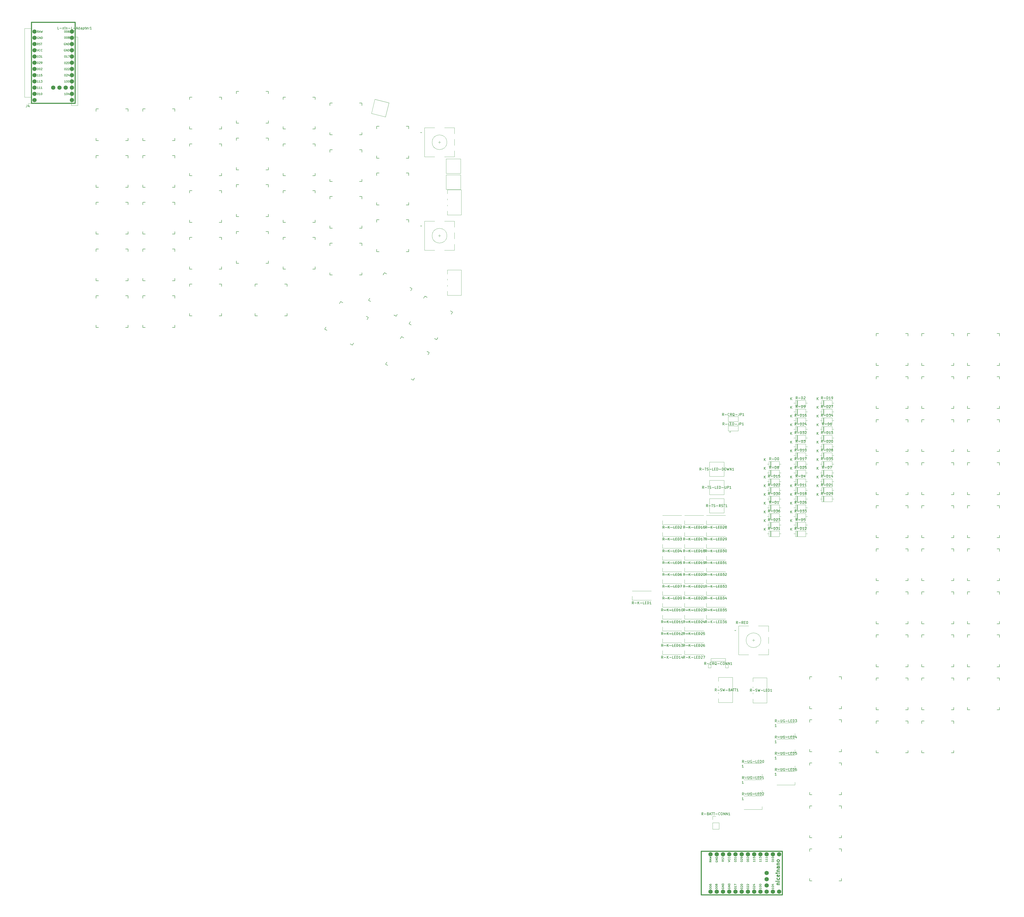
<source format=gbr>
%TF.GenerationSoftware,KiCad,Pcbnew,7.0.8*%
%TF.CreationDate,2024-02-13T23:06:57-05:00*%
%TF.ProjectId,ergothwack,6572676f-7468-4776-9163-6b2e6b696361,rev?*%
%TF.SameCoordinates,Original*%
%TF.FileFunction,Legend,Top*%
%TF.FilePolarity,Positive*%
%FSLAX46Y46*%
G04 Gerber Fmt 4.6, Leading zero omitted, Abs format (unit mm)*
G04 Created by KiCad (PCBNEW 7.0.8) date 2024-02-13 23:06:57*
%MOMM*%
%LPD*%
G01*
G04 APERTURE LIST*
%ADD10C,0.150000*%
%ADD11C,0.300000*%
%ADD12C,0.120000*%
%ADD13C,0.140000*%
%ADD14C,0.381000*%
%ADD15C,1.752600*%
G04 APERTURE END LIST*
D10*
X29149047Y-18874819D02*
X28672857Y-18874819D01*
X28672857Y-18874819D02*
X28672857Y-17874819D01*
X29482381Y-18493866D02*
X30244286Y-18493866D01*
X30720476Y-18208152D02*
X30720476Y-18874819D01*
X30720476Y-18303390D02*
X30768095Y-18255771D01*
X30768095Y-18255771D02*
X30863333Y-18208152D01*
X30863333Y-18208152D02*
X31006190Y-18208152D01*
X31006190Y-18208152D02*
X31101428Y-18255771D01*
X31101428Y-18255771D02*
X31149047Y-18351009D01*
X31149047Y-18351009D02*
X31149047Y-18874819D01*
X31625238Y-18779580D02*
X31672857Y-18827200D01*
X31672857Y-18827200D02*
X31625238Y-18874819D01*
X31625238Y-18874819D02*
X31577619Y-18827200D01*
X31577619Y-18827200D02*
X31625238Y-18779580D01*
X31625238Y-18779580D02*
X31625238Y-18874819D01*
X31625238Y-18493866D02*
X31577619Y-17922438D01*
X31577619Y-17922438D02*
X31625238Y-17874819D01*
X31625238Y-17874819D02*
X31672857Y-17922438D01*
X31672857Y-17922438D02*
X31625238Y-18493866D01*
X31625238Y-18493866D02*
X31625238Y-17874819D01*
X32101428Y-18208152D02*
X32101428Y-18874819D01*
X32101428Y-18303390D02*
X32149047Y-18255771D01*
X32149047Y-18255771D02*
X32244285Y-18208152D01*
X32244285Y-18208152D02*
X32387142Y-18208152D01*
X32387142Y-18208152D02*
X32482380Y-18255771D01*
X32482380Y-18255771D02*
X32529999Y-18351009D01*
X32529999Y-18351009D02*
X32529999Y-18874819D01*
X33006190Y-18493866D02*
X33768095Y-18493866D01*
X34720475Y-18874819D02*
X34244285Y-18874819D01*
X34244285Y-18874819D02*
X34244285Y-17874819D01*
X35053809Y-18493866D02*
X35815714Y-18493866D01*
X36244285Y-18589104D02*
X36720475Y-18589104D01*
X36149047Y-18874819D02*
X36482380Y-17874819D01*
X36482380Y-17874819D02*
X36815713Y-18874819D01*
X37577618Y-18874819D02*
X37577618Y-17874819D01*
X37577618Y-18827200D02*
X37482380Y-18874819D01*
X37482380Y-18874819D02*
X37291904Y-18874819D01*
X37291904Y-18874819D02*
X37196666Y-18827200D01*
X37196666Y-18827200D02*
X37149047Y-18779580D01*
X37149047Y-18779580D02*
X37101428Y-18684342D01*
X37101428Y-18684342D02*
X37101428Y-18398628D01*
X37101428Y-18398628D02*
X37149047Y-18303390D01*
X37149047Y-18303390D02*
X37196666Y-18255771D01*
X37196666Y-18255771D02*
X37291904Y-18208152D01*
X37291904Y-18208152D02*
X37482380Y-18208152D01*
X37482380Y-18208152D02*
X37577618Y-18255771D01*
X38482380Y-18874819D02*
X38482380Y-18351009D01*
X38482380Y-18351009D02*
X38434761Y-18255771D01*
X38434761Y-18255771D02*
X38339523Y-18208152D01*
X38339523Y-18208152D02*
X38149047Y-18208152D01*
X38149047Y-18208152D02*
X38053809Y-18255771D01*
X38482380Y-18827200D02*
X38387142Y-18874819D01*
X38387142Y-18874819D02*
X38149047Y-18874819D01*
X38149047Y-18874819D02*
X38053809Y-18827200D01*
X38053809Y-18827200D02*
X38006190Y-18731961D01*
X38006190Y-18731961D02*
X38006190Y-18636723D01*
X38006190Y-18636723D02*
X38053809Y-18541485D01*
X38053809Y-18541485D02*
X38149047Y-18493866D01*
X38149047Y-18493866D02*
X38387142Y-18493866D01*
X38387142Y-18493866D02*
X38482380Y-18446247D01*
X38958571Y-18208152D02*
X38958571Y-19208152D01*
X38958571Y-18255771D02*
X39053809Y-18208152D01*
X39053809Y-18208152D02*
X39244285Y-18208152D01*
X39244285Y-18208152D02*
X39339523Y-18255771D01*
X39339523Y-18255771D02*
X39387142Y-18303390D01*
X39387142Y-18303390D02*
X39434761Y-18398628D01*
X39434761Y-18398628D02*
X39434761Y-18684342D01*
X39434761Y-18684342D02*
X39387142Y-18779580D01*
X39387142Y-18779580D02*
X39339523Y-18827200D01*
X39339523Y-18827200D02*
X39244285Y-18874819D01*
X39244285Y-18874819D02*
X39053809Y-18874819D01*
X39053809Y-18874819D02*
X38958571Y-18827200D01*
X39720476Y-18208152D02*
X40101428Y-18208152D01*
X39863333Y-17874819D02*
X39863333Y-18731961D01*
X39863333Y-18731961D02*
X39910952Y-18827200D01*
X39910952Y-18827200D02*
X40006190Y-18874819D01*
X40006190Y-18874819D02*
X40101428Y-18874819D01*
X40815714Y-18827200D02*
X40720476Y-18874819D01*
X40720476Y-18874819D02*
X40530000Y-18874819D01*
X40530000Y-18874819D02*
X40434762Y-18827200D01*
X40434762Y-18827200D02*
X40387143Y-18731961D01*
X40387143Y-18731961D02*
X40387143Y-18351009D01*
X40387143Y-18351009D02*
X40434762Y-18255771D01*
X40434762Y-18255771D02*
X40530000Y-18208152D01*
X40530000Y-18208152D02*
X40720476Y-18208152D01*
X40720476Y-18208152D02*
X40815714Y-18255771D01*
X40815714Y-18255771D02*
X40863333Y-18351009D01*
X40863333Y-18351009D02*
X40863333Y-18446247D01*
X40863333Y-18446247D02*
X40387143Y-18541485D01*
X41291905Y-18874819D02*
X41291905Y-18208152D01*
X41291905Y-18398628D02*
X41339524Y-18303390D01*
X41339524Y-18303390D02*
X41387143Y-18255771D01*
X41387143Y-18255771D02*
X41482381Y-18208152D01*
X41482381Y-18208152D02*
X41577619Y-18208152D01*
X42434762Y-18874819D02*
X41863334Y-18874819D01*
X42149048Y-18874819D02*
X42149048Y-17874819D01*
X42149048Y-17874819D02*
X42053810Y-18017676D01*
X42053810Y-18017676D02*
X41958572Y-18112914D01*
X41958572Y-18112914D02*
X41863334Y-18160533D01*
X16146666Y-49624819D02*
X16146666Y-50339104D01*
X16146666Y-50339104D02*
X16099047Y-50481961D01*
X16099047Y-50481961D02*
X16003809Y-50577200D01*
X16003809Y-50577200D02*
X15860952Y-50624819D01*
X15860952Y-50624819D02*
X15765714Y-50624819D01*
X17051428Y-49958152D02*
X17051428Y-50624819D01*
X16813333Y-49577200D02*
X16575238Y-50291485D01*
X16575238Y-50291485D02*
X17194285Y-50291485D01*
X293011904Y-260984819D02*
X292678571Y-260508628D01*
X292440476Y-260984819D02*
X292440476Y-259984819D01*
X292440476Y-259984819D02*
X292821428Y-259984819D01*
X292821428Y-259984819D02*
X292916666Y-260032438D01*
X292916666Y-260032438D02*
X292964285Y-260080057D01*
X292964285Y-260080057D02*
X293011904Y-260175295D01*
X293011904Y-260175295D02*
X293011904Y-260318152D01*
X293011904Y-260318152D02*
X292964285Y-260413390D01*
X292964285Y-260413390D02*
X292916666Y-260461009D01*
X292916666Y-260461009D02*
X292821428Y-260508628D01*
X292821428Y-260508628D02*
X292440476Y-260508628D01*
X293440476Y-260603866D02*
X294202381Y-260603866D01*
X294678571Y-260984819D02*
X294678571Y-259984819D01*
X295249999Y-260984819D02*
X294821428Y-260413390D01*
X295249999Y-259984819D02*
X294678571Y-260556247D01*
X295678571Y-260603866D02*
X296440476Y-260603866D01*
X297392856Y-260984819D02*
X296916666Y-260984819D01*
X296916666Y-260984819D02*
X296916666Y-259984819D01*
X297726190Y-260461009D02*
X298059523Y-260461009D01*
X298202380Y-260984819D02*
X297726190Y-260984819D01*
X297726190Y-260984819D02*
X297726190Y-259984819D01*
X297726190Y-259984819D02*
X298202380Y-259984819D01*
X298630952Y-260984819D02*
X298630952Y-259984819D01*
X298630952Y-259984819D02*
X298869047Y-259984819D01*
X298869047Y-259984819D02*
X299011904Y-260032438D01*
X299011904Y-260032438D02*
X299107142Y-260127676D01*
X299107142Y-260127676D02*
X299154761Y-260222914D01*
X299154761Y-260222914D02*
X299202380Y-260413390D01*
X299202380Y-260413390D02*
X299202380Y-260556247D01*
X299202380Y-260556247D02*
X299154761Y-260746723D01*
X299154761Y-260746723D02*
X299107142Y-260841961D01*
X299107142Y-260841961D02*
X299011904Y-260937200D01*
X299011904Y-260937200D02*
X298869047Y-260984819D01*
X298869047Y-260984819D02*
X298630952Y-260984819D01*
X299535714Y-259984819D02*
X300154761Y-259984819D01*
X300154761Y-259984819D02*
X299821428Y-260365771D01*
X299821428Y-260365771D02*
X299964285Y-260365771D01*
X299964285Y-260365771D02*
X300059523Y-260413390D01*
X300059523Y-260413390D02*
X300107142Y-260461009D01*
X300107142Y-260461009D02*
X300154761Y-260556247D01*
X300154761Y-260556247D02*
X300154761Y-260794342D01*
X300154761Y-260794342D02*
X300107142Y-260889580D01*
X300107142Y-260889580D02*
X300059523Y-260937200D01*
X300059523Y-260937200D02*
X299964285Y-260984819D01*
X299964285Y-260984819D02*
X299678571Y-260984819D01*
X299678571Y-260984819D02*
X299583333Y-260937200D01*
X299583333Y-260937200D02*
X299535714Y-260889580D01*
X301011904Y-259984819D02*
X300821428Y-259984819D01*
X300821428Y-259984819D02*
X300726190Y-260032438D01*
X300726190Y-260032438D02*
X300678571Y-260080057D01*
X300678571Y-260080057D02*
X300583333Y-260222914D01*
X300583333Y-260222914D02*
X300535714Y-260413390D01*
X300535714Y-260413390D02*
X300535714Y-260794342D01*
X300535714Y-260794342D02*
X300583333Y-260889580D01*
X300583333Y-260889580D02*
X300630952Y-260937200D01*
X300630952Y-260937200D02*
X300726190Y-260984819D01*
X300726190Y-260984819D02*
X300916666Y-260984819D01*
X300916666Y-260984819D02*
X301011904Y-260937200D01*
X301011904Y-260937200D02*
X301059523Y-260889580D01*
X301059523Y-260889580D02*
X301107142Y-260794342D01*
X301107142Y-260794342D02*
X301107142Y-260556247D01*
X301107142Y-260556247D02*
X301059523Y-260461009D01*
X301059523Y-260461009D02*
X301011904Y-260413390D01*
X301011904Y-260413390D02*
X300916666Y-260365771D01*
X300916666Y-260365771D02*
X300726190Y-260365771D01*
X300726190Y-260365771D02*
X300630952Y-260413390D01*
X300630952Y-260413390D02*
X300583333Y-260461009D01*
X300583333Y-260461009D02*
X300535714Y-260556247D01*
X293011904Y-256164819D02*
X292678571Y-255688628D01*
X292440476Y-256164819D02*
X292440476Y-255164819D01*
X292440476Y-255164819D02*
X292821428Y-255164819D01*
X292821428Y-255164819D02*
X292916666Y-255212438D01*
X292916666Y-255212438D02*
X292964285Y-255260057D01*
X292964285Y-255260057D02*
X293011904Y-255355295D01*
X293011904Y-255355295D02*
X293011904Y-255498152D01*
X293011904Y-255498152D02*
X292964285Y-255593390D01*
X292964285Y-255593390D02*
X292916666Y-255641009D01*
X292916666Y-255641009D02*
X292821428Y-255688628D01*
X292821428Y-255688628D02*
X292440476Y-255688628D01*
X293440476Y-255783866D02*
X294202381Y-255783866D01*
X294678571Y-256164819D02*
X294678571Y-255164819D01*
X295249999Y-256164819D02*
X294821428Y-255593390D01*
X295249999Y-255164819D02*
X294678571Y-255736247D01*
X295678571Y-255783866D02*
X296440476Y-255783866D01*
X297392856Y-256164819D02*
X296916666Y-256164819D01*
X296916666Y-256164819D02*
X296916666Y-255164819D01*
X297726190Y-255641009D02*
X298059523Y-255641009D01*
X298202380Y-256164819D02*
X297726190Y-256164819D01*
X297726190Y-256164819D02*
X297726190Y-255164819D01*
X297726190Y-255164819D02*
X298202380Y-255164819D01*
X298630952Y-256164819D02*
X298630952Y-255164819D01*
X298630952Y-255164819D02*
X298869047Y-255164819D01*
X298869047Y-255164819D02*
X299011904Y-255212438D01*
X299011904Y-255212438D02*
X299107142Y-255307676D01*
X299107142Y-255307676D02*
X299154761Y-255402914D01*
X299154761Y-255402914D02*
X299202380Y-255593390D01*
X299202380Y-255593390D02*
X299202380Y-255736247D01*
X299202380Y-255736247D02*
X299154761Y-255926723D01*
X299154761Y-255926723D02*
X299107142Y-256021961D01*
X299107142Y-256021961D02*
X299011904Y-256117200D01*
X299011904Y-256117200D02*
X298869047Y-256164819D01*
X298869047Y-256164819D02*
X298630952Y-256164819D01*
X299535714Y-255164819D02*
X300154761Y-255164819D01*
X300154761Y-255164819D02*
X299821428Y-255545771D01*
X299821428Y-255545771D02*
X299964285Y-255545771D01*
X299964285Y-255545771D02*
X300059523Y-255593390D01*
X300059523Y-255593390D02*
X300107142Y-255641009D01*
X300107142Y-255641009D02*
X300154761Y-255736247D01*
X300154761Y-255736247D02*
X300154761Y-255974342D01*
X300154761Y-255974342D02*
X300107142Y-256069580D01*
X300107142Y-256069580D02*
X300059523Y-256117200D01*
X300059523Y-256117200D02*
X299964285Y-256164819D01*
X299964285Y-256164819D02*
X299678571Y-256164819D01*
X299678571Y-256164819D02*
X299583333Y-256117200D01*
X299583333Y-256117200D02*
X299535714Y-256069580D01*
X301059523Y-255164819D02*
X300583333Y-255164819D01*
X300583333Y-255164819D02*
X300535714Y-255641009D01*
X300535714Y-255641009D02*
X300583333Y-255593390D01*
X300583333Y-255593390D02*
X300678571Y-255545771D01*
X300678571Y-255545771D02*
X300916666Y-255545771D01*
X300916666Y-255545771D02*
X301011904Y-255593390D01*
X301011904Y-255593390D02*
X301059523Y-255641009D01*
X301059523Y-255641009D02*
X301107142Y-255736247D01*
X301107142Y-255736247D02*
X301107142Y-255974342D01*
X301107142Y-255974342D02*
X301059523Y-256069580D01*
X301059523Y-256069580D02*
X301011904Y-256117200D01*
X301011904Y-256117200D02*
X300916666Y-256164819D01*
X300916666Y-256164819D02*
X300678571Y-256164819D01*
X300678571Y-256164819D02*
X300583333Y-256117200D01*
X300583333Y-256117200D02*
X300535714Y-256069580D01*
X293011904Y-251344819D02*
X292678571Y-250868628D01*
X292440476Y-251344819D02*
X292440476Y-250344819D01*
X292440476Y-250344819D02*
X292821428Y-250344819D01*
X292821428Y-250344819D02*
X292916666Y-250392438D01*
X292916666Y-250392438D02*
X292964285Y-250440057D01*
X292964285Y-250440057D02*
X293011904Y-250535295D01*
X293011904Y-250535295D02*
X293011904Y-250678152D01*
X293011904Y-250678152D02*
X292964285Y-250773390D01*
X292964285Y-250773390D02*
X292916666Y-250821009D01*
X292916666Y-250821009D02*
X292821428Y-250868628D01*
X292821428Y-250868628D02*
X292440476Y-250868628D01*
X293440476Y-250963866D02*
X294202381Y-250963866D01*
X294678571Y-251344819D02*
X294678571Y-250344819D01*
X295249999Y-251344819D02*
X294821428Y-250773390D01*
X295249999Y-250344819D02*
X294678571Y-250916247D01*
X295678571Y-250963866D02*
X296440476Y-250963866D01*
X297392856Y-251344819D02*
X296916666Y-251344819D01*
X296916666Y-251344819D02*
X296916666Y-250344819D01*
X297726190Y-250821009D02*
X298059523Y-250821009D01*
X298202380Y-251344819D02*
X297726190Y-251344819D01*
X297726190Y-251344819D02*
X297726190Y-250344819D01*
X297726190Y-250344819D02*
X298202380Y-250344819D01*
X298630952Y-251344819D02*
X298630952Y-250344819D01*
X298630952Y-250344819D02*
X298869047Y-250344819D01*
X298869047Y-250344819D02*
X299011904Y-250392438D01*
X299011904Y-250392438D02*
X299107142Y-250487676D01*
X299107142Y-250487676D02*
X299154761Y-250582914D01*
X299154761Y-250582914D02*
X299202380Y-250773390D01*
X299202380Y-250773390D02*
X299202380Y-250916247D01*
X299202380Y-250916247D02*
X299154761Y-251106723D01*
X299154761Y-251106723D02*
X299107142Y-251201961D01*
X299107142Y-251201961D02*
X299011904Y-251297200D01*
X299011904Y-251297200D02*
X298869047Y-251344819D01*
X298869047Y-251344819D02*
X298630952Y-251344819D01*
X299535714Y-250344819D02*
X300154761Y-250344819D01*
X300154761Y-250344819D02*
X299821428Y-250725771D01*
X299821428Y-250725771D02*
X299964285Y-250725771D01*
X299964285Y-250725771D02*
X300059523Y-250773390D01*
X300059523Y-250773390D02*
X300107142Y-250821009D01*
X300107142Y-250821009D02*
X300154761Y-250916247D01*
X300154761Y-250916247D02*
X300154761Y-251154342D01*
X300154761Y-251154342D02*
X300107142Y-251249580D01*
X300107142Y-251249580D02*
X300059523Y-251297200D01*
X300059523Y-251297200D02*
X299964285Y-251344819D01*
X299964285Y-251344819D02*
X299678571Y-251344819D01*
X299678571Y-251344819D02*
X299583333Y-251297200D01*
X299583333Y-251297200D02*
X299535714Y-251249580D01*
X301011904Y-250678152D02*
X301011904Y-251344819D01*
X300773809Y-250297200D02*
X300535714Y-251011485D01*
X300535714Y-251011485D02*
X301154761Y-251011485D01*
X293011904Y-246524819D02*
X292678571Y-246048628D01*
X292440476Y-246524819D02*
X292440476Y-245524819D01*
X292440476Y-245524819D02*
X292821428Y-245524819D01*
X292821428Y-245524819D02*
X292916666Y-245572438D01*
X292916666Y-245572438D02*
X292964285Y-245620057D01*
X292964285Y-245620057D02*
X293011904Y-245715295D01*
X293011904Y-245715295D02*
X293011904Y-245858152D01*
X293011904Y-245858152D02*
X292964285Y-245953390D01*
X292964285Y-245953390D02*
X292916666Y-246001009D01*
X292916666Y-246001009D02*
X292821428Y-246048628D01*
X292821428Y-246048628D02*
X292440476Y-246048628D01*
X293440476Y-246143866D02*
X294202381Y-246143866D01*
X294678571Y-246524819D02*
X294678571Y-245524819D01*
X295249999Y-246524819D02*
X294821428Y-245953390D01*
X295249999Y-245524819D02*
X294678571Y-246096247D01*
X295678571Y-246143866D02*
X296440476Y-246143866D01*
X297392856Y-246524819D02*
X296916666Y-246524819D01*
X296916666Y-246524819D02*
X296916666Y-245524819D01*
X297726190Y-246001009D02*
X298059523Y-246001009D01*
X298202380Y-246524819D02*
X297726190Y-246524819D01*
X297726190Y-246524819D02*
X297726190Y-245524819D01*
X297726190Y-245524819D02*
X298202380Y-245524819D01*
X298630952Y-246524819D02*
X298630952Y-245524819D01*
X298630952Y-245524819D02*
X298869047Y-245524819D01*
X298869047Y-245524819D02*
X299011904Y-245572438D01*
X299011904Y-245572438D02*
X299107142Y-245667676D01*
X299107142Y-245667676D02*
X299154761Y-245762914D01*
X299154761Y-245762914D02*
X299202380Y-245953390D01*
X299202380Y-245953390D02*
X299202380Y-246096247D01*
X299202380Y-246096247D02*
X299154761Y-246286723D01*
X299154761Y-246286723D02*
X299107142Y-246381961D01*
X299107142Y-246381961D02*
X299011904Y-246477200D01*
X299011904Y-246477200D02*
X298869047Y-246524819D01*
X298869047Y-246524819D02*
X298630952Y-246524819D01*
X299535714Y-245524819D02*
X300154761Y-245524819D01*
X300154761Y-245524819D02*
X299821428Y-245905771D01*
X299821428Y-245905771D02*
X299964285Y-245905771D01*
X299964285Y-245905771D02*
X300059523Y-245953390D01*
X300059523Y-245953390D02*
X300107142Y-246001009D01*
X300107142Y-246001009D02*
X300154761Y-246096247D01*
X300154761Y-246096247D02*
X300154761Y-246334342D01*
X300154761Y-246334342D02*
X300107142Y-246429580D01*
X300107142Y-246429580D02*
X300059523Y-246477200D01*
X300059523Y-246477200D02*
X299964285Y-246524819D01*
X299964285Y-246524819D02*
X299678571Y-246524819D01*
X299678571Y-246524819D02*
X299583333Y-246477200D01*
X299583333Y-246477200D02*
X299535714Y-246429580D01*
X300488095Y-245524819D02*
X301107142Y-245524819D01*
X301107142Y-245524819D02*
X300773809Y-245905771D01*
X300773809Y-245905771D02*
X300916666Y-245905771D01*
X300916666Y-245905771D02*
X301011904Y-245953390D01*
X301011904Y-245953390D02*
X301059523Y-246001009D01*
X301059523Y-246001009D02*
X301107142Y-246096247D01*
X301107142Y-246096247D02*
X301107142Y-246334342D01*
X301107142Y-246334342D02*
X301059523Y-246429580D01*
X301059523Y-246429580D02*
X301011904Y-246477200D01*
X301011904Y-246477200D02*
X300916666Y-246524819D01*
X300916666Y-246524819D02*
X300630952Y-246524819D01*
X300630952Y-246524819D02*
X300535714Y-246477200D01*
X300535714Y-246477200D02*
X300488095Y-246429580D01*
X293011904Y-241704819D02*
X292678571Y-241228628D01*
X292440476Y-241704819D02*
X292440476Y-240704819D01*
X292440476Y-240704819D02*
X292821428Y-240704819D01*
X292821428Y-240704819D02*
X292916666Y-240752438D01*
X292916666Y-240752438D02*
X292964285Y-240800057D01*
X292964285Y-240800057D02*
X293011904Y-240895295D01*
X293011904Y-240895295D02*
X293011904Y-241038152D01*
X293011904Y-241038152D02*
X292964285Y-241133390D01*
X292964285Y-241133390D02*
X292916666Y-241181009D01*
X292916666Y-241181009D02*
X292821428Y-241228628D01*
X292821428Y-241228628D02*
X292440476Y-241228628D01*
X293440476Y-241323866D02*
X294202381Y-241323866D01*
X294678571Y-241704819D02*
X294678571Y-240704819D01*
X295249999Y-241704819D02*
X294821428Y-241133390D01*
X295249999Y-240704819D02*
X294678571Y-241276247D01*
X295678571Y-241323866D02*
X296440476Y-241323866D01*
X297392856Y-241704819D02*
X296916666Y-241704819D01*
X296916666Y-241704819D02*
X296916666Y-240704819D01*
X297726190Y-241181009D02*
X298059523Y-241181009D01*
X298202380Y-241704819D02*
X297726190Y-241704819D01*
X297726190Y-241704819D02*
X297726190Y-240704819D01*
X297726190Y-240704819D02*
X298202380Y-240704819D01*
X298630952Y-241704819D02*
X298630952Y-240704819D01*
X298630952Y-240704819D02*
X298869047Y-240704819D01*
X298869047Y-240704819D02*
X299011904Y-240752438D01*
X299011904Y-240752438D02*
X299107142Y-240847676D01*
X299107142Y-240847676D02*
X299154761Y-240942914D01*
X299154761Y-240942914D02*
X299202380Y-241133390D01*
X299202380Y-241133390D02*
X299202380Y-241276247D01*
X299202380Y-241276247D02*
X299154761Y-241466723D01*
X299154761Y-241466723D02*
X299107142Y-241561961D01*
X299107142Y-241561961D02*
X299011904Y-241657200D01*
X299011904Y-241657200D02*
X298869047Y-241704819D01*
X298869047Y-241704819D02*
X298630952Y-241704819D01*
X299535714Y-240704819D02*
X300154761Y-240704819D01*
X300154761Y-240704819D02*
X299821428Y-241085771D01*
X299821428Y-241085771D02*
X299964285Y-241085771D01*
X299964285Y-241085771D02*
X300059523Y-241133390D01*
X300059523Y-241133390D02*
X300107142Y-241181009D01*
X300107142Y-241181009D02*
X300154761Y-241276247D01*
X300154761Y-241276247D02*
X300154761Y-241514342D01*
X300154761Y-241514342D02*
X300107142Y-241609580D01*
X300107142Y-241609580D02*
X300059523Y-241657200D01*
X300059523Y-241657200D02*
X299964285Y-241704819D01*
X299964285Y-241704819D02*
X299678571Y-241704819D01*
X299678571Y-241704819D02*
X299583333Y-241657200D01*
X299583333Y-241657200D02*
X299535714Y-241609580D01*
X300535714Y-240800057D02*
X300583333Y-240752438D01*
X300583333Y-240752438D02*
X300678571Y-240704819D01*
X300678571Y-240704819D02*
X300916666Y-240704819D01*
X300916666Y-240704819D02*
X301011904Y-240752438D01*
X301011904Y-240752438D02*
X301059523Y-240800057D01*
X301059523Y-240800057D02*
X301107142Y-240895295D01*
X301107142Y-240895295D02*
X301107142Y-240990533D01*
X301107142Y-240990533D02*
X301059523Y-241133390D01*
X301059523Y-241133390D02*
X300488095Y-241704819D01*
X300488095Y-241704819D02*
X301107142Y-241704819D01*
X293011904Y-236884819D02*
X292678571Y-236408628D01*
X292440476Y-236884819D02*
X292440476Y-235884819D01*
X292440476Y-235884819D02*
X292821428Y-235884819D01*
X292821428Y-235884819D02*
X292916666Y-235932438D01*
X292916666Y-235932438D02*
X292964285Y-235980057D01*
X292964285Y-235980057D02*
X293011904Y-236075295D01*
X293011904Y-236075295D02*
X293011904Y-236218152D01*
X293011904Y-236218152D02*
X292964285Y-236313390D01*
X292964285Y-236313390D02*
X292916666Y-236361009D01*
X292916666Y-236361009D02*
X292821428Y-236408628D01*
X292821428Y-236408628D02*
X292440476Y-236408628D01*
X293440476Y-236503866D02*
X294202381Y-236503866D01*
X294678571Y-236884819D02*
X294678571Y-235884819D01*
X295249999Y-236884819D02*
X294821428Y-236313390D01*
X295249999Y-235884819D02*
X294678571Y-236456247D01*
X295678571Y-236503866D02*
X296440476Y-236503866D01*
X297392856Y-236884819D02*
X296916666Y-236884819D01*
X296916666Y-236884819D02*
X296916666Y-235884819D01*
X297726190Y-236361009D02*
X298059523Y-236361009D01*
X298202380Y-236884819D02*
X297726190Y-236884819D01*
X297726190Y-236884819D02*
X297726190Y-235884819D01*
X297726190Y-235884819D02*
X298202380Y-235884819D01*
X298630952Y-236884819D02*
X298630952Y-235884819D01*
X298630952Y-235884819D02*
X298869047Y-235884819D01*
X298869047Y-235884819D02*
X299011904Y-235932438D01*
X299011904Y-235932438D02*
X299107142Y-236027676D01*
X299107142Y-236027676D02*
X299154761Y-236122914D01*
X299154761Y-236122914D02*
X299202380Y-236313390D01*
X299202380Y-236313390D02*
X299202380Y-236456247D01*
X299202380Y-236456247D02*
X299154761Y-236646723D01*
X299154761Y-236646723D02*
X299107142Y-236741961D01*
X299107142Y-236741961D02*
X299011904Y-236837200D01*
X299011904Y-236837200D02*
X298869047Y-236884819D01*
X298869047Y-236884819D02*
X298630952Y-236884819D01*
X299535714Y-235884819D02*
X300154761Y-235884819D01*
X300154761Y-235884819D02*
X299821428Y-236265771D01*
X299821428Y-236265771D02*
X299964285Y-236265771D01*
X299964285Y-236265771D02*
X300059523Y-236313390D01*
X300059523Y-236313390D02*
X300107142Y-236361009D01*
X300107142Y-236361009D02*
X300154761Y-236456247D01*
X300154761Y-236456247D02*
X300154761Y-236694342D01*
X300154761Y-236694342D02*
X300107142Y-236789580D01*
X300107142Y-236789580D02*
X300059523Y-236837200D01*
X300059523Y-236837200D02*
X299964285Y-236884819D01*
X299964285Y-236884819D02*
X299678571Y-236884819D01*
X299678571Y-236884819D02*
X299583333Y-236837200D01*
X299583333Y-236837200D02*
X299535714Y-236789580D01*
X301107142Y-236884819D02*
X300535714Y-236884819D01*
X300821428Y-236884819D02*
X300821428Y-235884819D01*
X300821428Y-235884819D02*
X300726190Y-236027676D01*
X300726190Y-236027676D02*
X300630952Y-236122914D01*
X300630952Y-236122914D02*
X300535714Y-236170533D01*
X293011904Y-232064819D02*
X292678571Y-231588628D01*
X292440476Y-232064819D02*
X292440476Y-231064819D01*
X292440476Y-231064819D02*
X292821428Y-231064819D01*
X292821428Y-231064819D02*
X292916666Y-231112438D01*
X292916666Y-231112438D02*
X292964285Y-231160057D01*
X292964285Y-231160057D02*
X293011904Y-231255295D01*
X293011904Y-231255295D02*
X293011904Y-231398152D01*
X293011904Y-231398152D02*
X292964285Y-231493390D01*
X292964285Y-231493390D02*
X292916666Y-231541009D01*
X292916666Y-231541009D02*
X292821428Y-231588628D01*
X292821428Y-231588628D02*
X292440476Y-231588628D01*
X293440476Y-231683866D02*
X294202381Y-231683866D01*
X294678571Y-232064819D02*
X294678571Y-231064819D01*
X295249999Y-232064819D02*
X294821428Y-231493390D01*
X295249999Y-231064819D02*
X294678571Y-231636247D01*
X295678571Y-231683866D02*
X296440476Y-231683866D01*
X297392856Y-232064819D02*
X296916666Y-232064819D01*
X296916666Y-232064819D02*
X296916666Y-231064819D01*
X297726190Y-231541009D02*
X298059523Y-231541009D01*
X298202380Y-232064819D02*
X297726190Y-232064819D01*
X297726190Y-232064819D02*
X297726190Y-231064819D01*
X297726190Y-231064819D02*
X298202380Y-231064819D01*
X298630952Y-232064819D02*
X298630952Y-231064819D01*
X298630952Y-231064819D02*
X298869047Y-231064819D01*
X298869047Y-231064819D02*
X299011904Y-231112438D01*
X299011904Y-231112438D02*
X299107142Y-231207676D01*
X299107142Y-231207676D02*
X299154761Y-231302914D01*
X299154761Y-231302914D02*
X299202380Y-231493390D01*
X299202380Y-231493390D02*
X299202380Y-231636247D01*
X299202380Y-231636247D02*
X299154761Y-231826723D01*
X299154761Y-231826723D02*
X299107142Y-231921961D01*
X299107142Y-231921961D02*
X299011904Y-232017200D01*
X299011904Y-232017200D02*
X298869047Y-232064819D01*
X298869047Y-232064819D02*
X298630952Y-232064819D01*
X299535714Y-231064819D02*
X300154761Y-231064819D01*
X300154761Y-231064819D02*
X299821428Y-231445771D01*
X299821428Y-231445771D02*
X299964285Y-231445771D01*
X299964285Y-231445771D02*
X300059523Y-231493390D01*
X300059523Y-231493390D02*
X300107142Y-231541009D01*
X300107142Y-231541009D02*
X300154761Y-231636247D01*
X300154761Y-231636247D02*
X300154761Y-231874342D01*
X300154761Y-231874342D02*
X300107142Y-231969580D01*
X300107142Y-231969580D02*
X300059523Y-232017200D01*
X300059523Y-232017200D02*
X299964285Y-232064819D01*
X299964285Y-232064819D02*
X299678571Y-232064819D01*
X299678571Y-232064819D02*
X299583333Y-232017200D01*
X299583333Y-232017200D02*
X299535714Y-231969580D01*
X300773809Y-231064819D02*
X300869047Y-231064819D01*
X300869047Y-231064819D02*
X300964285Y-231112438D01*
X300964285Y-231112438D02*
X301011904Y-231160057D01*
X301011904Y-231160057D02*
X301059523Y-231255295D01*
X301059523Y-231255295D02*
X301107142Y-231445771D01*
X301107142Y-231445771D02*
X301107142Y-231683866D01*
X301107142Y-231683866D02*
X301059523Y-231874342D01*
X301059523Y-231874342D02*
X301011904Y-231969580D01*
X301011904Y-231969580D02*
X300964285Y-232017200D01*
X300964285Y-232017200D02*
X300869047Y-232064819D01*
X300869047Y-232064819D02*
X300773809Y-232064819D01*
X300773809Y-232064819D02*
X300678571Y-232017200D01*
X300678571Y-232017200D02*
X300630952Y-231969580D01*
X300630952Y-231969580D02*
X300583333Y-231874342D01*
X300583333Y-231874342D02*
X300535714Y-231683866D01*
X300535714Y-231683866D02*
X300535714Y-231445771D01*
X300535714Y-231445771D02*
X300583333Y-231255295D01*
X300583333Y-231255295D02*
X300630952Y-231160057D01*
X300630952Y-231160057D02*
X300678571Y-231112438D01*
X300678571Y-231112438D02*
X300773809Y-231064819D01*
X293011904Y-227244819D02*
X292678571Y-226768628D01*
X292440476Y-227244819D02*
X292440476Y-226244819D01*
X292440476Y-226244819D02*
X292821428Y-226244819D01*
X292821428Y-226244819D02*
X292916666Y-226292438D01*
X292916666Y-226292438D02*
X292964285Y-226340057D01*
X292964285Y-226340057D02*
X293011904Y-226435295D01*
X293011904Y-226435295D02*
X293011904Y-226578152D01*
X293011904Y-226578152D02*
X292964285Y-226673390D01*
X292964285Y-226673390D02*
X292916666Y-226721009D01*
X292916666Y-226721009D02*
X292821428Y-226768628D01*
X292821428Y-226768628D02*
X292440476Y-226768628D01*
X293440476Y-226863866D02*
X294202381Y-226863866D01*
X294678571Y-227244819D02*
X294678571Y-226244819D01*
X295249999Y-227244819D02*
X294821428Y-226673390D01*
X295249999Y-226244819D02*
X294678571Y-226816247D01*
X295678571Y-226863866D02*
X296440476Y-226863866D01*
X297392856Y-227244819D02*
X296916666Y-227244819D01*
X296916666Y-227244819D02*
X296916666Y-226244819D01*
X297726190Y-226721009D02*
X298059523Y-226721009D01*
X298202380Y-227244819D02*
X297726190Y-227244819D01*
X297726190Y-227244819D02*
X297726190Y-226244819D01*
X297726190Y-226244819D02*
X298202380Y-226244819D01*
X298630952Y-227244819D02*
X298630952Y-226244819D01*
X298630952Y-226244819D02*
X298869047Y-226244819D01*
X298869047Y-226244819D02*
X299011904Y-226292438D01*
X299011904Y-226292438D02*
X299107142Y-226387676D01*
X299107142Y-226387676D02*
X299154761Y-226482914D01*
X299154761Y-226482914D02*
X299202380Y-226673390D01*
X299202380Y-226673390D02*
X299202380Y-226816247D01*
X299202380Y-226816247D02*
X299154761Y-227006723D01*
X299154761Y-227006723D02*
X299107142Y-227101961D01*
X299107142Y-227101961D02*
X299011904Y-227197200D01*
X299011904Y-227197200D02*
X298869047Y-227244819D01*
X298869047Y-227244819D02*
X298630952Y-227244819D01*
X299583333Y-226340057D02*
X299630952Y-226292438D01*
X299630952Y-226292438D02*
X299726190Y-226244819D01*
X299726190Y-226244819D02*
X299964285Y-226244819D01*
X299964285Y-226244819D02*
X300059523Y-226292438D01*
X300059523Y-226292438D02*
X300107142Y-226340057D01*
X300107142Y-226340057D02*
X300154761Y-226435295D01*
X300154761Y-226435295D02*
X300154761Y-226530533D01*
X300154761Y-226530533D02*
X300107142Y-226673390D01*
X300107142Y-226673390D02*
X299535714Y-227244819D01*
X299535714Y-227244819D02*
X300154761Y-227244819D01*
X300630952Y-227244819D02*
X300821428Y-227244819D01*
X300821428Y-227244819D02*
X300916666Y-227197200D01*
X300916666Y-227197200D02*
X300964285Y-227149580D01*
X300964285Y-227149580D02*
X301059523Y-227006723D01*
X301059523Y-227006723D02*
X301107142Y-226816247D01*
X301107142Y-226816247D02*
X301107142Y-226435295D01*
X301107142Y-226435295D02*
X301059523Y-226340057D01*
X301059523Y-226340057D02*
X301011904Y-226292438D01*
X301011904Y-226292438D02*
X300916666Y-226244819D01*
X300916666Y-226244819D02*
X300726190Y-226244819D01*
X300726190Y-226244819D02*
X300630952Y-226292438D01*
X300630952Y-226292438D02*
X300583333Y-226340057D01*
X300583333Y-226340057D02*
X300535714Y-226435295D01*
X300535714Y-226435295D02*
X300535714Y-226673390D01*
X300535714Y-226673390D02*
X300583333Y-226768628D01*
X300583333Y-226768628D02*
X300630952Y-226816247D01*
X300630952Y-226816247D02*
X300726190Y-226863866D01*
X300726190Y-226863866D02*
X300916666Y-226863866D01*
X300916666Y-226863866D02*
X301011904Y-226816247D01*
X301011904Y-226816247D02*
X301059523Y-226768628D01*
X301059523Y-226768628D02*
X301107142Y-226673390D01*
X293011904Y-222424819D02*
X292678571Y-221948628D01*
X292440476Y-222424819D02*
X292440476Y-221424819D01*
X292440476Y-221424819D02*
X292821428Y-221424819D01*
X292821428Y-221424819D02*
X292916666Y-221472438D01*
X292916666Y-221472438D02*
X292964285Y-221520057D01*
X292964285Y-221520057D02*
X293011904Y-221615295D01*
X293011904Y-221615295D02*
X293011904Y-221758152D01*
X293011904Y-221758152D02*
X292964285Y-221853390D01*
X292964285Y-221853390D02*
X292916666Y-221901009D01*
X292916666Y-221901009D02*
X292821428Y-221948628D01*
X292821428Y-221948628D02*
X292440476Y-221948628D01*
X293440476Y-222043866D02*
X294202381Y-222043866D01*
X294678571Y-222424819D02*
X294678571Y-221424819D01*
X295249999Y-222424819D02*
X294821428Y-221853390D01*
X295249999Y-221424819D02*
X294678571Y-221996247D01*
X295678571Y-222043866D02*
X296440476Y-222043866D01*
X297392856Y-222424819D02*
X296916666Y-222424819D01*
X296916666Y-222424819D02*
X296916666Y-221424819D01*
X297726190Y-221901009D02*
X298059523Y-221901009D01*
X298202380Y-222424819D02*
X297726190Y-222424819D01*
X297726190Y-222424819D02*
X297726190Y-221424819D01*
X297726190Y-221424819D02*
X298202380Y-221424819D01*
X298630952Y-222424819D02*
X298630952Y-221424819D01*
X298630952Y-221424819D02*
X298869047Y-221424819D01*
X298869047Y-221424819D02*
X299011904Y-221472438D01*
X299011904Y-221472438D02*
X299107142Y-221567676D01*
X299107142Y-221567676D02*
X299154761Y-221662914D01*
X299154761Y-221662914D02*
X299202380Y-221853390D01*
X299202380Y-221853390D02*
X299202380Y-221996247D01*
X299202380Y-221996247D02*
X299154761Y-222186723D01*
X299154761Y-222186723D02*
X299107142Y-222281961D01*
X299107142Y-222281961D02*
X299011904Y-222377200D01*
X299011904Y-222377200D02*
X298869047Y-222424819D01*
X298869047Y-222424819D02*
X298630952Y-222424819D01*
X299583333Y-221520057D02*
X299630952Y-221472438D01*
X299630952Y-221472438D02*
X299726190Y-221424819D01*
X299726190Y-221424819D02*
X299964285Y-221424819D01*
X299964285Y-221424819D02*
X300059523Y-221472438D01*
X300059523Y-221472438D02*
X300107142Y-221520057D01*
X300107142Y-221520057D02*
X300154761Y-221615295D01*
X300154761Y-221615295D02*
X300154761Y-221710533D01*
X300154761Y-221710533D02*
X300107142Y-221853390D01*
X300107142Y-221853390D02*
X299535714Y-222424819D01*
X299535714Y-222424819D02*
X300154761Y-222424819D01*
X300726190Y-221853390D02*
X300630952Y-221805771D01*
X300630952Y-221805771D02*
X300583333Y-221758152D01*
X300583333Y-221758152D02*
X300535714Y-221662914D01*
X300535714Y-221662914D02*
X300535714Y-221615295D01*
X300535714Y-221615295D02*
X300583333Y-221520057D01*
X300583333Y-221520057D02*
X300630952Y-221472438D01*
X300630952Y-221472438D02*
X300726190Y-221424819D01*
X300726190Y-221424819D02*
X300916666Y-221424819D01*
X300916666Y-221424819D02*
X301011904Y-221472438D01*
X301011904Y-221472438D02*
X301059523Y-221520057D01*
X301059523Y-221520057D02*
X301107142Y-221615295D01*
X301107142Y-221615295D02*
X301107142Y-221662914D01*
X301107142Y-221662914D02*
X301059523Y-221758152D01*
X301059523Y-221758152D02*
X301011904Y-221805771D01*
X301011904Y-221805771D02*
X300916666Y-221853390D01*
X300916666Y-221853390D02*
X300726190Y-221853390D01*
X300726190Y-221853390D02*
X300630952Y-221901009D01*
X300630952Y-221901009D02*
X300583333Y-221948628D01*
X300583333Y-221948628D02*
X300535714Y-222043866D01*
X300535714Y-222043866D02*
X300535714Y-222234342D01*
X300535714Y-222234342D02*
X300583333Y-222329580D01*
X300583333Y-222329580D02*
X300630952Y-222377200D01*
X300630952Y-222377200D02*
X300726190Y-222424819D01*
X300726190Y-222424819D02*
X300916666Y-222424819D01*
X300916666Y-222424819D02*
X301011904Y-222377200D01*
X301011904Y-222377200D02*
X301059523Y-222329580D01*
X301059523Y-222329580D02*
X301107142Y-222234342D01*
X301107142Y-222234342D02*
X301107142Y-222043866D01*
X301107142Y-222043866D02*
X301059523Y-221948628D01*
X301059523Y-221948628D02*
X301011904Y-221901009D01*
X301011904Y-221901009D02*
X300916666Y-221853390D01*
X284091904Y-275444819D02*
X283758571Y-274968628D01*
X283520476Y-275444819D02*
X283520476Y-274444819D01*
X283520476Y-274444819D02*
X283901428Y-274444819D01*
X283901428Y-274444819D02*
X283996666Y-274492438D01*
X283996666Y-274492438D02*
X284044285Y-274540057D01*
X284044285Y-274540057D02*
X284091904Y-274635295D01*
X284091904Y-274635295D02*
X284091904Y-274778152D01*
X284091904Y-274778152D02*
X284044285Y-274873390D01*
X284044285Y-274873390D02*
X283996666Y-274921009D01*
X283996666Y-274921009D02*
X283901428Y-274968628D01*
X283901428Y-274968628D02*
X283520476Y-274968628D01*
X284520476Y-275063866D02*
X285282381Y-275063866D01*
X285758571Y-275444819D02*
X285758571Y-274444819D01*
X286329999Y-275444819D02*
X285901428Y-274873390D01*
X286329999Y-274444819D02*
X285758571Y-275016247D01*
X286758571Y-275063866D02*
X287520476Y-275063866D01*
X288472856Y-275444819D02*
X287996666Y-275444819D01*
X287996666Y-275444819D02*
X287996666Y-274444819D01*
X288806190Y-274921009D02*
X289139523Y-274921009D01*
X289282380Y-275444819D02*
X288806190Y-275444819D01*
X288806190Y-275444819D02*
X288806190Y-274444819D01*
X288806190Y-274444819D02*
X289282380Y-274444819D01*
X289710952Y-275444819D02*
X289710952Y-274444819D01*
X289710952Y-274444819D02*
X289949047Y-274444819D01*
X289949047Y-274444819D02*
X290091904Y-274492438D01*
X290091904Y-274492438D02*
X290187142Y-274587676D01*
X290187142Y-274587676D02*
X290234761Y-274682914D01*
X290234761Y-274682914D02*
X290282380Y-274873390D01*
X290282380Y-274873390D02*
X290282380Y-275016247D01*
X290282380Y-275016247D02*
X290234761Y-275206723D01*
X290234761Y-275206723D02*
X290187142Y-275301961D01*
X290187142Y-275301961D02*
X290091904Y-275397200D01*
X290091904Y-275397200D02*
X289949047Y-275444819D01*
X289949047Y-275444819D02*
X289710952Y-275444819D01*
X290663333Y-274540057D02*
X290710952Y-274492438D01*
X290710952Y-274492438D02*
X290806190Y-274444819D01*
X290806190Y-274444819D02*
X291044285Y-274444819D01*
X291044285Y-274444819D02*
X291139523Y-274492438D01*
X291139523Y-274492438D02*
X291187142Y-274540057D01*
X291187142Y-274540057D02*
X291234761Y-274635295D01*
X291234761Y-274635295D02*
X291234761Y-274730533D01*
X291234761Y-274730533D02*
X291187142Y-274873390D01*
X291187142Y-274873390D02*
X290615714Y-275444819D01*
X290615714Y-275444819D02*
X291234761Y-275444819D01*
X291568095Y-274444819D02*
X292234761Y-274444819D01*
X292234761Y-274444819D02*
X291806190Y-275444819D01*
X284091904Y-270624819D02*
X283758571Y-270148628D01*
X283520476Y-270624819D02*
X283520476Y-269624819D01*
X283520476Y-269624819D02*
X283901428Y-269624819D01*
X283901428Y-269624819D02*
X283996666Y-269672438D01*
X283996666Y-269672438D02*
X284044285Y-269720057D01*
X284044285Y-269720057D02*
X284091904Y-269815295D01*
X284091904Y-269815295D02*
X284091904Y-269958152D01*
X284091904Y-269958152D02*
X284044285Y-270053390D01*
X284044285Y-270053390D02*
X283996666Y-270101009D01*
X283996666Y-270101009D02*
X283901428Y-270148628D01*
X283901428Y-270148628D02*
X283520476Y-270148628D01*
X284520476Y-270243866D02*
X285282381Y-270243866D01*
X285758571Y-270624819D02*
X285758571Y-269624819D01*
X286329999Y-270624819D02*
X285901428Y-270053390D01*
X286329999Y-269624819D02*
X285758571Y-270196247D01*
X286758571Y-270243866D02*
X287520476Y-270243866D01*
X288472856Y-270624819D02*
X287996666Y-270624819D01*
X287996666Y-270624819D02*
X287996666Y-269624819D01*
X288806190Y-270101009D02*
X289139523Y-270101009D01*
X289282380Y-270624819D02*
X288806190Y-270624819D01*
X288806190Y-270624819D02*
X288806190Y-269624819D01*
X288806190Y-269624819D02*
X289282380Y-269624819D01*
X289710952Y-270624819D02*
X289710952Y-269624819D01*
X289710952Y-269624819D02*
X289949047Y-269624819D01*
X289949047Y-269624819D02*
X290091904Y-269672438D01*
X290091904Y-269672438D02*
X290187142Y-269767676D01*
X290187142Y-269767676D02*
X290234761Y-269862914D01*
X290234761Y-269862914D02*
X290282380Y-270053390D01*
X290282380Y-270053390D02*
X290282380Y-270196247D01*
X290282380Y-270196247D02*
X290234761Y-270386723D01*
X290234761Y-270386723D02*
X290187142Y-270481961D01*
X290187142Y-270481961D02*
X290091904Y-270577200D01*
X290091904Y-270577200D02*
X289949047Y-270624819D01*
X289949047Y-270624819D02*
X289710952Y-270624819D01*
X290663333Y-269720057D02*
X290710952Y-269672438D01*
X290710952Y-269672438D02*
X290806190Y-269624819D01*
X290806190Y-269624819D02*
X291044285Y-269624819D01*
X291044285Y-269624819D02*
X291139523Y-269672438D01*
X291139523Y-269672438D02*
X291187142Y-269720057D01*
X291187142Y-269720057D02*
X291234761Y-269815295D01*
X291234761Y-269815295D02*
X291234761Y-269910533D01*
X291234761Y-269910533D02*
X291187142Y-270053390D01*
X291187142Y-270053390D02*
X290615714Y-270624819D01*
X290615714Y-270624819D02*
X291234761Y-270624819D01*
X292091904Y-269624819D02*
X291901428Y-269624819D01*
X291901428Y-269624819D02*
X291806190Y-269672438D01*
X291806190Y-269672438D02*
X291758571Y-269720057D01*
X291758571Y-269720057D02*
X291663333Y-269862914D01*
X291663333Y-269862914D02*
X291615714Y-270053390D01*
X291615714Y-270053390D02*
X291615714Y-270434342D01*
X291615714Y-270434342D02*
X291663333Y-270529580D01*
X291663333Y-270529580D02*
X291710952Y-270577200D01*
X291710952Y-270577200D02*
X291806190Y-270624819D01*
X291806190Y-270624819D02*
X291996666Y-270624819D01*
X291996666Y-270624819D02*
X292091904Y-270577200D01*
X292091904Y-270577200D02*
X292139523Y-270529580D01*
X292139523Y-270529580D02*
X292187142Y-270434342D01*
X292187142Y-270434342D02*
X292187142Y-270196247D01*
X292187142Y-270196247D02*
X292139523Y-270101009D01*
X292139523Y-270101009D02*
X292091904Y-270053390D01*
X292091904Y-270053390D02*
X291996666Y-270005771D01*
X291996666Y-270005771D02*
X291806190Y-270005771D01*
X291806190Y-270005771D02*
X291710952Y-270053390D01*
X291710952Y-270053390D02*
X291663333Y-270101009D01*
X291663333Y-270101009D02*
X291615714Y-270196247D01*
X284091904Y-265804819D02*
X283758571Y-265328628D01*
X283520476Y-265804819D02*
X283520476Y-264804819D01*
X283520476Y-264804819D02*
X283901428Y-264804819D01*
X283901428Y-264804819D02*
X283996666Y-264852438D01*
X283996666Y-264852438D02*
X284044285Y-264900057D01*
X284044285Y-264900057D02*
X284091904Y-264995295D01*
X284091904Y-264995295D02*
X284091904Y-265138152D01*
X284091904Y-265138152D02*
X284044285Y-265233390D01*
X284044285Y-265233390D02*
X283996666Y-265281009D01*
X283996666Y-265281009D02*
X283901428Y-265328628D01*
X283901428Y-265328628D02*
X283520476Y-265328628D01*
X284520476Y-265423866D02*
X285282381Y-265423866D01*
X285758571Y-265804819D02*
X285758571Y-264804819D01*
X286329999Y-265804819D02*
X285901428Y-265233390D01*
X286329999Y-264804819D02*
X285758571Y-265376247D01*
X286758571Y-265423866D02*
X287520476Y-265423866D01*
X288472856Y-265804819D02*
X287996666Y-265804819D01*
X287996666Y-265804819D02*
X287996666Y-264804819D01*
X288806190Y-265281009D02*
X289139523Y-265281009D01*
X289282380Y-265804819D02*
X288806190Y-265804819D01*
X288806190Y-265804819D02*
X288806190Y-264804819D01*
X288806190Y-264804819D02*
X289282380Y-264804819D01*
X289710952Y-265804819D02*
X289710952Y-264804819D01*
X289710952Y-264804819D02*
X289949047Y-264804819D01*
X289949047Y-264804819D02*
X290091904Y-264852438D01*
X290091904Y-264852438D02*
X290187142Y-264947676D01*
X290187142Y-264947676D02*
X290234761Y-265042914D01*
X290234761Y-265042914D02*
X290282380Y-265233390D01*
X290282380Y-265233390D02*
X290282380Y-265376247D01*
X290282380Y-265376247D02*
X290234761Y-265566723D01*
X290234761Y-265566723D02*
X290187142Y-265661961D01*
X290187142Y-265661961D02*
X290091904Y-265757200D01*
X290091904Y-265757200D02*
X289949047Y-265804819D01*
X289949047Y-265804819D02*
X289710952Y-265804819D01*
X290663333Y-264900057D02*
X290710952Y-264852438D01*
X290710952Y-264852438D02*
X290806190Y-264804819D01*
X290806190Y-264804819D02*
X291044285Y-264804819D01*
X291044285Y-264804819D02*
X291139523Y-264852438D01*
X291139523Y-264852438D02*
X291187142Y-264900057D01*
X291187142Y-264900057D02*
X291234761Y-264995295D01*
X291234761Y-264995295D02*
X291234761Y-265090533D01*
X291234761Y-265090533D02*
X291187142Y-265233390D01*
X291187142Y-265233390D02*
X290615714Y-265804819D01*
X290615714Y-265804819D02*
X291234761Y-265804819D01*
X292139523Y-264804819D02*
X291663333Y-264804819D01*
X291663333Y-264804819D02*
X291615714Y-265281009D01*
X291615714Y-265281009D02*
X291663333Y-265233390D01*
X291663333Y-265233390D02*
X291758571Y-265185771D01*
X291758571Y-265185771D02*
X291996666Y-265185771D01*
X291996666Y-265185771D02*
X292091904Y-265233390D01*
X292091904Y-265233390D02*
X292139523Y-265281009D01*
X292139523Y-265281009D02*
X292187142Y-265376247D01*
X292187142Y-265376247D02*
X292187142Y-265614342D01*
X292187142Y-265614342D02*
X292139523Y-265709580D01*
X292139523Y-265709580D02*
X292091904Y-265757200D01*
X292091904Y-265757200D02*
X291996666Y-265804819D01*
X291996666Y-265804819D02*
X291758571Y-265804819D01*
X291758571Y-265804819D02*
X291663333Y-265757200D01*
X291663333Y-265757200D02*
X291615714Y-265709580D01*
X284091904Y-260984819D02*
X283758571Y-260508628D01*
X283520476Y-260984819D02*
X283520476Y-259984819D01*
X283520476Y-259984819D02*
X283901428Y-259984819D01*
X283901428Y-259984819D02*
X283996666Y-260032438D01*
X283996666Y-260032438D02*
X284044285Y-260080057D01*
X284044285Y-260080057D02*
X284091904Y-260175295D01*
X284091904Y-260175295D02*
X284091904Y-260318152D01*
X284091904Y-260318152D02*
X284044285Y-260413390D01*
X284044285Y-260413390D02*
X283996666Y-260461009D01*
X283996666Y-260461009D02*
X283901428Y-260508628D01*
X283901428Y-260508628D02*
X283520476Y-260508628D01*
X284520476Y-260603866D02*
X285282381Y-260603866D01*
X285758571Y-260984819D02*
X285758571Y-259984819D01*
X286329999Y-260984819D02*
X285901428Y-260413390D01*
X286329999Y-259984819D02*
X285758571Y-260556247D01*
X286758571Y-260603866D02*
X287520476Y-260603866D01*
X288472856Y-260984819D02*
X287996666Y-260984819D01*
X287996666Y-260984819D02*
X287996666Y-259984819D01*
X288806190Y-260461009D02*
X289139523Y-260461009D01*
X289282380Y-260984819D02*
X288806190Y-260984819D01*
X288806190Y-260984819D02*
X288806190Y-259984819D01*
X288806190Y-259984819D02*
X289282380Y-259984819D01*
X289710952Y-260984819D02*
X289710952Y-259984819D01*
X289710952Y-259984819D02*
X289949047Y-259984819D01*
X289949047Y-259984819D02*
X290091904Y-260032438D01*
X290091904Y-260032438D02*
X290187142Y-260127676D01*
X290187142Y-260127676D02*
X290234761Y-260222914D01*
X290234761Y-260222914D02*
X290282380Y-260413390D01*
X290282380Y-260413390D02*
X290282380Y-260556247D01*
X290282380Y-260556247D02*
X290234761Y-260746723D01*
X290234761Y-260746723D02*
X290187142Y-260841961D01*
X290187142Y-260841961D02*
X290091904Y-260937200D01*
X290091904Y-260937200D02*
X289949047Y-260984819D01*
X289949047Y-260984819D02*
X289710952Y-260984819D01*
X290663333Y-260080057D02*
X290710952Y-260032438D01*
X290710952Y-260032438D02*
X290806190Y-259984819D01*
X290806190Y-259984819D02*
X291044285Y-259984819D01*
X291044285Y-259984819D02*
X291139523Y-260032438D01*
X291139523Y-260032438D02*
X291187142Y-260080057D01*
X291187142Y-260080057D02*
X291234761Y-260175295D01*
X291234761Y-260175295D02*
X291234761Y-260270533D01*
X291234761Y-260270533D02*
X291187142Y-260413390D01*
X291187142Y-260413390D02*
X290615714Y-260984819D01*
X290615714Y-260984819D02*
X291234761Y-260984819D01*
X292091904Y-260318152D02*
X292091904Y-260984819D01*
X291853809Y-259937200D02*
X291615714Y-260651485D01*
X291615714Y-260651485D02*
X292234761Y-260651485D01*
X284091904Y-256164819D02*
X283758571Y-255688628D01*
X283520476Y-256164819D02*
X283520476Y-255164819D01*
X283520476Y-255164819D02*
X283901428Y-255164819D01*
X283901428Y-255164819D02*
X283996666Y-255212438D01*
X283996666Y-255212438D02*
X284044285Y-255260057D01*
X284044285Y-255260057D02*
X284091904Y-255355295D01*
X284091904Y-255355295D02*
X284091904Y-255498152D01*
X284091904Y-255498152D02*
X284044285Y-255593390D01*
X284044285Y-255593390D02*
X283996666Y-255641009D01*
X283996666Y-255641009D02*
X283901428Y-255688628D01*
X283901428Y-255688628D02*
X283520476Y-255688628D01*
X284520476Y-255783866D02*
X285282381Y-255783866D01*
X285758571Y-256164819D02*
X285758571Y-255164819D01*
X286329999Y-256164819D02*
X285901428Y-255593390D01*
X286329999Y-255164819D02*
X285758571Y-255736247D01*
X286758571Y-255783866D02*
X287520476Y-255783866D01*
X288472856Y-256164819D02*
X287996666Y-256164819D01*
X287996666Y-256164819D02*
X287996666Y-255164819D01*
X288806190Y-255641009D02*
X289139523Y-255641009D01*
X289282380Y-256164819D02*
X288806190Y-256164819D01*
X288806190Y-256164819D02*
X288806190Y-255164819D01*
X288806190Y-255164819D02*
X289282380Y-255164819D01*
X289710952Y-256164819D02*
X289710952Y-255164819D01*
X289710952Y-255164819D02*
X289949047Y-255164819D01*
X289949047Y-255164819D02*
X290091904Y-255212438D01*
X290091904Y-255212438D02*
X290187142Y-255307676D01*
X290187142Y-255307676D02*
X290234761Y-255402914D01*
X290234761Y-255402914D02*
X290282380Y-255593390D01*
X290282380Y-255593390D02*
X290282380Y-255736247D01*
X290282380Y-255736247D02*
X290234761Y-255926723D01*
X290234761Y-255926723D02*
X290187142Y-256021961D01*
X290187142Y-256021961D02*
X290091904Y-256117200D01*
X290091904Y-256117200D02*
X289949047Y-256164819D01*
X289949047Y-256164819D02*
X289710952Y-256164819D01*
X290663333Y-255260057D02*
X290710952Y-255212438D01*
X290710952Y-255212438D02*
X290806190Y-255164819D01*
X290806190Y-255164819D02*
X291044285Y-255164819D01*
X291044285Y-255164819D02*
X291139523Y-255212438D01*
X291139523Y-255212438D02*
X291187142Y-255260057D01*
X291187142Y-255260057D02*
X291234761Y-255355295D01*
X291234761Y-255355295D02*
X291234761Y-255450533D01*
X291234761Y-255450533D02*
X291187142Y-255593390D01*
X291187142Y-255593390D02*
X290615714Y-256164819D01*
X290615714Y-256164819D02*
X291234761Y-256164819D01*
X291568095Y-255164819D02*
X292187142Y-255164819D01*
X292187142Y-255164819D02*
X291853809Y-255545771D01*
X291853809Y-255545771D02*
X291996666Y-255545771D01*
X291996666Y-255545771D02*
X292091904Y-255593390D01*
X292091904Y-255593390D02*
X292139523Y-255641009D01*
X292139523Y-255641009D02*
X292187142Y-255736247D01*
X292187142Y-255736247D02*
X292187142Y-255974342D01*
X292187142Y-255974342D02*
X292139523Y-256069580D01*
X292139523Y-256069580D02*
X292091904Y-256117200D01*
X292091904Y-256117200D02*
X291996666Y-256164819D01*
X291996666Y-256164819D02*
X291710952Y-256164819D01*
X291710952Y-256164819D02*
X291615714Y-256117200D01*
X291615714Y-256117200D02*
X291568095Y-256069580D01*
X284091904Y-251344819D02*
X283758571Y-250868628D01*
X283520476Y-251344819D02*
X283520476Y-250344819D01*
X283520476Y-250344819D02*
X283901428Y-250344819D01*
X283901428Y-250344819D02*
X283996666Y-250392438D01*
X283996666Y-250392438D02*
X284044285Y-250440057D01*
X284044285Y-250440057D02*
X284091904Y-250535295D01*
X284091904Y-250535295D02*
X284091904Y-250678152D01*
X284091904Y-250678152D02*
X284044285Y-250773390D01*
X284044285Y-250773390D02*
X283996666Y-250821009D01*
X283996666Y-250821009D02*
X283901428Y-250868628D01*
X283901428Y-250868628D02*
X283520476Y-250868628D01*
X284520476Y-250963866D02*
X285282381Y-250963866D01*
X285758571Y-251344819D02*
X285758571Y-250344819D01*
X286329999Y-251344819D02*
X285901428Y-250773390D01*
X286329999Y-250344819D02*
X285758571Y-250916247D01*
X286758571Y-250963866D02*
X287520476Y-250963866D01*
X288472856Y-251344819D02*
X287996666Y-251344819D01*
X287996666Y-251344819D02*
X287996666Y-250344819D01*
X288806190Y-250821009D02*
X289139523Y-250821009D01*
X289282380Y-251344819D02*
X288806190Y-251344819D01*
X288806190Y-251344819D02*
X288806190Y-250344819D01*
X288806190Y-250344819D02*
X289282380Y-250344819D01*
X289710952Y-251344819D02*
X289710952Y-250344819D01*
X289710952Y-250344819D02*
X289949047Y-250344819D01*
X289949047Y-250344819D02*
X290091904Y-250392438D01*
X290091904Y-250392438D02*
X290187142Y-250487676D01*
X290187142Y-250487676D02*
X290234761Y-250582914D01*
X290234761Y-250582914D02*
X290282380Y-250773390D01*
X290282380Y-250773390D02*
X290282380Y-250916247D01*
X290282380Y-250916247D02*
X290234761Y-251106723D01*
X290234761Y-251106723D02*
X290187142Y-251201961D01*
X290187142Y-251201961D02*
X290091904Y-251297200D01*
X290091904Y-251297200D02*
X289949047Y-251344819D01*
X289949047Y-251344819D02*
X289710952Y-251344819D01*
X290663333Y-250440057D02*
X290710952Y-250392438D01*
X290710952Y-250392438D02*
X290806190Y-250344819D01*
X290806190Y-250344819D02*
X291044285Y-250344819D01*
X291044285Y-250344819D02*
X291139523Y-250392438D01*
X291139523Y-250392438D02*
X291187142Y-250440057D01*
X291187142Y-250440057D02*
X291234761Y-250535295D01*
X291234761Y-250535295D02*
X291234761Y-250630533D01*
X291234761Y-250630533D02*
X291187142Y-250773390D01*
X291187142Y-250773390D02*
X290615714Y-251344819D01*
X290615714Y-251344819D02*
X291234761Y-251344819D01*
X291615714Y-250440057D02*
X291663333Y-250392438D01*
X291663333Y-250392438D02*
X291758571Y-250344819D01*
X291758571Y-250344819D02*
X291996666Y-250344819D01*
X291996666Y-250344819D02*
X292091904Y-250392438D01*
X292091904Y-250392438D02*
X292139523Y-250440057D01*
X292139523Y-250440057D02*
X292187142Y-250535295D01*
X292187142Y-250535295D02*
X292187142Y-250630533D01*
X292187142Y-250630533D02*
X292139523Y-250773390D01*
X292139523Y-250773390D02*
X291568095Y-251344819D01*
X291568095Y-251344819D02*
X292187142Y-251344819D01*
X284091904Y-246524819D02*
X283758571Y-246048628D01*
X283520476Y-246524819D02*
X283520476Y-245524819D01*
X283520476Y-245524819D02*
X283901428Y-245524819D01*
X283901428Y-245524819D02*
X283996666Y-245572438D01*
X283996666Y-245572438D02*
X284044285Y-245620057D01*
X284044285Y-245620057D02*
X284091904Y-245715295D01*
X284091904Y-245715295D02*
X284091904Y-245858152D01*
X284091904Y-245858152D02*
X284044285Y-245953390D01*
X284044285Y-245953390D02*
X283996666Y-246001009D01*
X283996666Y-246001009D02*
X283901428Y-246048628D01*
X283901428Y-246048628D02*
X283520476Y-246048628D01*
X284520476Y-246143866D02*
X285282381Y-246143866D01*
X285758571Y-246524819D02*
X285758571Y-245524819D01*
X286329999Y-246524819D02*
X285901428Y-245953390D01*
X286329999Y-245524819D02*
X285758571Y-246096247D01*
X286758571Y-246143866D02*
X287520476Y-246143866D01*
X288472856Y-246524819D02*
X287996666Y-246524819D01*
X287996666Y-246524819D02*
X287996666Y-245524819D01*
X288806190Y-246001009D02*
X289139523Y-246001009D01*
X289282380Y-246524819D02*
X288806190Y-246524819D01*
X288806190Y-246524819D02*
X288806190Y-245524819D01*
X288806190Y-245524819D02*
X289282380Y-245524819D01*
X289710952Y-246524819D02*
X289710952Y-245524819D01*
X289710952Y-245524819D02*
X289949047Y-245524819D01*
X289949047Y-245524819D02*
X290091904Y-245572438D01*
X290091904Y-245572438D02*
X290187142Y-245667676D01*
X290187142Y-245667676D02*
X290234761Y-245762914D01*
X290234761Y-245762914D02*
X290282380Y-245953390D01*
X290282380Y-245953390D02*
X290282380Y-246096247D01*
X290282380Y-246096247D02*
X290234761Y-246286723D01*
X290234761Y-246286723D02*
X290187142Y-246381961D01*
X290187142Y-246381961D02*
X290091904Y-246477200D01*
X290091904Y-246477200D02*
X289949047Y-246524819D01*
X289949047Y-246524819D02*
X289710952Y-246524819D01*
X290663333Y-245620057D02*
X290710952Y-245572438D01*
X290710952Y-245572438D02*
X290806190Y-245524819D01*
X290806190Y-245524819D02*
X291044285Y-245524819D01*
X291044285Y-245524819D02*
X291139523Y-245572438D01*
X291139523Y-245572438D02*
X291187142Y-245620057D01*
X291187142Y-245620057D02*
X291234761Y-245715295D01*
X291234761Y-245715295D02*
X291234761Y-245810533D01*
X291234761Y-245810533D02*
X291187142Y-245953390D01*
X291187142Y-245953390D02*
X290615714Y-246524819D01*
X290615714Y-246524819D02*
X291234761Y-246524819D01*
X292187142Y-246524819D02*
X291615714Y-246524819D01*
X291901428Y-246524819D02*
X291901428Y-245524819D01*
X291901428Y-245524819D02*
X291806190Y-245667676D01*
X291806190Y-245667676D02*
X291710952Y-245762914D01*
X291710952Y-245762914D02*
X291615714Y-245810533D01*
X284091904Y-241704819D02*
X283758571Y-241228628D01*
X283520476Y-241704819D02*
X283520476Y-240704819D01*
X283520476Y-240704819D02*
X283901428Y-240704819D01*
X283901428Y-240704819D02*
X283996666Y-240752438D01*
X283996666Y-240752438D02*
X284044285Y-240800057D01*
X284044285Y-240800057D02*
X284091904Y-240895295D01*
X284091904Y-240895295D02*
X284091904Y-241038152D01*
X284091904Y-241038152D02*
X284044285Y-241133390D01*
X284044285Y-241133390D02*
X283996666Y-241181009D01*
X283996666Y-241181009D02*
X283901428Y-241228628D01*
X283901428Y-241228628D02*
X283520476Y-241228628D01*
X284520476Y-241323866D02*
X285282381Y-241323866D01*
X285758571Y-241704819D02*
X285758571Y-240704819D01*
X286329999Y-241704819D02*
X285901428Y-241133390D01*
X286329999Y-240704819D02*
X285758571Y-241276247D01*
X286758571Y-241323866D02*
X287520476Y-241323866D01*
X288472856Y-241704819D02*
X287996666Y-241704819D01*
X287996666Y-241704819D02*
X287996666Y-240704819D01*
X288806190Y-241181009D02*
X289139523Y-241181009D01*
X289282380Y-241704819D02*
X288806190Y-241704819D01*
X288806190Y-241704819D02*
X288806190Y-240704819D01*
X288806190Y-240704819D02*
X289282380Y-240704819D01*
X289710952Y-241704819D02*
X289710952Y-240704819D01*
X289710952Y-240704819D02*
X289949047Y-240704819D01*
X289949047Y-240704819D02*
X290091904Y-240752438D01*
X290091904Y-240752438D02*
X290187142Y-240847676D01*
X290187142Y-240847676D02*
X290234761Y-240942914D01*
X290234761Y-240942914D02*
X290282380Y-241133390D01*
X290282380Y-241133390D02*
X290282380Y-241276247D01*
X290282380Y-241276247D02*
X290234761Y-241466723D01*
X290234761Y-241466723D02*
X290187142Y-241561961D01*
X290187142Y-241561961D02*
X290091904Y-241657200D01*
X290091904Y-241657200D02*
X289949047Y-241704819D01*
X289949047Y-241704819D02*
X289710952Y-241704819D01*
X290663333Y-240800057D02*
X290710952Y-240752438D01*
X290710952Y-240752438D02*
X290806190Y-240704819D01*
X290806190Y-240704819D02*
X291044285Y-240704819D01*
X291044285Y-240704819D02*
X291139523Y-240752438D01*
X291139523Y-240752438D02*
X291187142Y-240800057D01*
X291187142Y-240800057D02*
X291234761Y-240895295D01*
X291234761Y-240895295D02*
X291234761Y-240990533D01*
X291234761Y-240990533D02*
X291187142Y-241133390D01*
X291187142Y-241133390D02*
X290615714Y-241704819D01*
X290615714Y-241704819D02*
X291234761Y-241704819D01*
X291853809Y-240704819D02*
X291949047Y-240704819D01*
X291949047Y-240704819D02*
X292044285Y-240752438D01*
X292044285Y-240752438D02*
X292091904Y-240800057D01*
X292091904Y-240800057D02*
X292139523Y-240895295D01*
X292139523Y-240895295D02*
X292187142Y-241085771D01*
X292187142Y-241085771D02*
X292187142Y-241323866D01*
X292187142Y-241323866D02*
X292139523Y-241514342D01*
X292139523Y-241514342D02*
X292091904Y-241609580D01*
X292091904Y-241609580D02*
X292044285Y-241657200D01*
X292044285Y-241657200D02*
X291949047Y-241704819D01*
X291949047Y-241704819D02*
X291853809Y-241704819D01*
X291853809Y-241704819D02*
X291758571Y-241657200D01*
X291758571Y-241657200D02*
X291710952Y-241609580D01*
X291710952Y-241609580D02*
X291663333Y-241514342D01*
X291663333Y-241514342D02*
X291615714Y-241323866D01*
X291615714Y-241323866D02*
X291615714Y-241085771D01*
X291615714Y-241085771D02*
X291663333Y-240895295D01*
X291663333Y-240895295D02*
X291710952Y-240800057D01*
X291710952Y-240800057D02*
X291758571Y-240752438D01*
X291758571Y-240752438D02*
X291853809Y-240704819D01*
X284091904Y-236884819D02*
X283758571Y-236408628D01*
X283520476Y-236884819D02*
X283520476Y-235884819D01*
X283520476Y-235884819D02*
X283901428Y-235884819D01*
X283901428Y-235884819D02*
X283996666Y-235932438D01*
X283996666Y-235932438D02*
X284044285Y-235980057D01*
X284044285Y-235980057D02*
X284091904Y-236075295D01*
X284091904Y-236075295D02*
X284091904Y-236218152D01*
X284091904Y-236218152D02*
X284044285Y-236313390D01*
X284044285Y-236313390D02*
X283996666Y-236361009D01*
X283996666Y-236361009D02*
X283901428Y-236408628D01*
X283901428Y-236408628D02*
X283520476Y-236408628D01*
X284520476Y-236503866D02*
X285282381Y-236503866D01*
X285758571Y-236884819D02*
X285758571Y-235884819D01*
X286329999Y-236884819D02*
X285901428Y-236313390D01*
X286329999Y-235884819D02*
X285758571Y-236456247D01*
X286758571Y-236503866D02*
X287520476Y-236503866D01*
X288472856Y-236884819D02*
X287996666Y-236884819D01*
X287996666Y-236884819D02*
X287996666Y-235884819D01*
X288806190Y-236361009D02*
X289139523Y-236361009D01*
X289282380Y-236884819D02*
X288806190Y-236884819D01*
X288806190Y-236884819D02*
X288806190Y-235884819D01*
X288806190Y-235884819D02*
X289282380Y-235884819D01*
X289710952Y-236884819D02*
X289710952Y-235884819D01*
X289710952Y-235884819D02*
X289949047Y-235884819D01*
X289949047Y-235884819D02*
X290091904Y-235932438D01*
X290091904Y-235932438D02*
X290187142Y-236027676D01*
X290187142Y-236027676D02*
X290234761Y-236122914D01*
X290234761Y-236122914D02*
X290282380Y-236313390D01*
X290282380Y-236313390D02*
X290282380Y-236456247D01*
X290282380Y-236456247D02*
X290234761Y-236646723D01*
X290234761Y-236646723D02*
X290187142Y-236741961D01*
X290187142Y-236741961D02*
X290091904Y-236837200D01*
X290091904Y-236837200D02*
X289949047Y-236884819D01*
X289949047Y-236884819D02*
X289710952Y-236884819D01*
X291234761Y-236884819D02*
X290663333Y-236884819D01*
X290949047Y-236884819D02*
X290949047Y-235884819D01*
X290949047Y-235884819D02*
X290853809Y-236027676D01*
X290853809Y-236027676D02*
X290758571Y-236122914D01*
X290758571Y-236122914D02*
X290663333Y-236170533D01*
X291710952Y-236884819D02*
X291901428Y-236884819D01*
X291901428Y-236884819D02*
X291996666Y-236837200D01*
X291996666Y-236837200D02*
X292044285Y-236789580D01*
X292044285Y-236789580D02*
X292139523Y-236646723D01*
X292139523Y-236646723D02*
X292187142Y-236456247D01*
X292187142Y-236456247D02*
X292187142Y-236075295D01*
X292187142Y-236075295D02*
X292139523Y-235980057D01*
X292139523Y-235980057D02*
X292091904Y-235932438D01*
X292091904Y-235932438D02*
X291996666Y-235884819D01*
X291996666Y-235884819D02*
X291806190Y-235884819D01*
X291806190Y-235884819D02*
X291710952Y-235932438D01*
X291710952Y-235932438D02*
X291663333Y-235980057D01*
X291663333Y-235980057D02*
X291615714Y-236075295D01*
X291615714Y-236075295D02*
X291615714Y-236313390D01*
X291615714Y-236313390D02*
X291663333Y-236408628D01*
X291663333Y-236408628D02*
X291710952Y-236456247D01*
X291710952Y-236456247D02*
X291806190Y-236503866D01*
X291806190Y-236503866D02*
X291996666Y-236503866D01*
X291996666Y-236503866D02*
X292091904Y-236456247D01*
X292091904Y-236456247D02*
X292139523Y-236408628D01*
X292139523Y-236408628D02*
X292187142Y-236313390D01*
X284091904Y-232064819D02*
X283758571Y-231588628D01*
X283520476Y-232064819D02*
X283520476Y-231064819D01*
X283520476Y-231064819D02*
X283901428Y-231064819D01*
X283901428Y-231064819D02*
X283996666Y-231112438D01*
X283996666Y-231112438D02*
X284044285Y-231160057D01*
X284044285Y-231160057D02*
X284091904Y-231255295D01*
X284091904Y-231255295D02*
X284091904Y-231398152D01*
X284091904Y-231398152D02*
X284044285Y-231493390D01*
X284044285Y-231493390D02*
X283996666Y-231541009D01*
X283996666Y-231541009D02*
X283901428Y-231588628D01*
X283901428Y-231588628D02*
X283520476Y-231588628D01*
X284520476Y-231683866D02*
X285282381Y-231683866D01*
X285758571Y-232064819D02*
X285758571Y-231064819D01*
X286329999Y-232064819D02*
X285901428Y-231493390D01*
X286329999Y-231064819D02*
X285758571Y-231636247D01*
X286758571Y-231683866D02*
X287520476Y-231683866D01*
X288472856Y-232064819D02*
X287996666Y-232064819D01*
X287996666Y-232064819D02*
X287996666Y-231064819D01*
X288806190Y-231541009D02*
X289139523Y-231541009D01*
X289282380Y-232064819D02*
X288806190Y-232064819D01*
X288806190Y-232064819D02*
X288806190Y-231064819D01*
X288806190Y-231064819D02*
X289282380Y-231064819D01*
X289710952Y-232064819D02*
X289710952Y-231064819D01*
X289710952Y-231064819D02*
X289949047Y-231064819D01*
X289949047Y-231064819D02*
X290091904Y-231112438D01*
X290091904Y-231112438D02*
X290187142Y-231207676D01*
X290187142Y-231207676D02*
X290234761Y-231302914D01*
X290234761Y-231302914D02*
X290282380Y-231493390D01*
X290282380Y-231493390D02*
X290282380Y-231636247D01*
X290282380Y-231636247D02*
X290234761Y-231826723D01*
X290234761Y-231826723D02*
X290187142Y-231921961D01*
X290187142Y-231921961D02*
X290091904Y-232017200D01*
X290091904Y-232017200D02*
X289949047Y-232064819D01*
X289949047Y-232064819D02*
X289710952Y-232064819D01*
X291234761Y-232064819D02*
X290663333Y-232064819D01*
X290949047Y-232064819D02*
X290949047Y-231064819D01*
X290949047Y-231064819D02*
X290853809Y-231207676D01*
X290853809Y-231207676D02*
X290758571Y-231302914D01*
X290758571Y-231302914D02*
X290663333Y-231350533D01*
X291806190Y-231493390D02*
X291710952Y-231445771D01*
X291710952Y-231445771D02*
X291663333Y-231398152D01*
X291663333Y-231398152D02*
X291615714Y-231302914D01*
X291615714Y-231302914D02*
X291615714Y-231255295D01*
X291615714Y-231255295D02*
X291663333Y-231160057D01*
X291663333Y-231160057D02*
X291710952Y-231112438D01*
X291710952Y-231112438D02*
X291806190Y-231064819D01*
X291806190Y-231064819D02*
X291996666Y-231064819D01*
X291996666Y-231064819D02*
X292091904Y-231112438D01*
X292091904Y-231112438D02*
X292139523Y-231160057D01*
X292139523Y-231160057D02*
X292187142Y-231255295D01*
X292187142Y-231255295D02*
X292187142Y-231302914D01*
X292187142Y-231302914D02*
X292139523Y-231398152D01*
X292139523Y-231398152D02*
X292091904Y-231445771D01*
X292091904Y-231445771D02*
X291996666Y-231493390D01*
X291996666Y-231493390D02*
X291806190Y-231493390D01*
X291806190Y-231493390D02*
X291710952Y-231541009D01*
X291710952Y-231541009D02*
X291663333Y-231588628D01*
X291663333Y-231588628D02*
X291615714Y-231683866D01*
X291615714Y-231683866D02*
X291615714Y-231874342D01*
X291615714Y-231874342D02*
X291663333Y-231969580D01*
X291663333Y-231969580D02*
X291710952Y-232017200D01*
X291710952Y-232017200D02*
X291806190Y-232064819D01*
X291806190Y-232064819D02*
X291996666Y-232064819D01*
X291996666Y-232064819D02*
X292091904Y-232017200D01*
X292091904Y-232017200D02*
X292139523Y-231969580D01*
X292139523Y-231969580D02*
X292187142Y-231874342D01*
X292187142Y-231874342D02*
X292187142Y-231683866D01*
X292187142Y-231683866D02*
X292139523Y-231588628D01*
X292139523Y-231588628D02*
X292091904Y-231541009D01*
X292091904Y-231541009D02*
X291996666Y-231493390D01*
X284091904Y-227244819D02*
X283758571Y-226768628D01*
X283520476Y-227244819D02*
X283520476Y-226244819D01*
X283520476Y-226244819D02*
X283901428Y-226244819D01*
X283901428Y-226244819D02*
X283996666Y-226292438D01*
X283996666Y-226292438D02*
X284044285Y-226340057D01*
X284044285Y-226340057D02*
X284091904Y-226435295D01*
X284091904Y-226435295D02*
X284091904Y-226578152D01*
X284091904Y-226578152D02*
X284044285Y-226673390D01*
X284044285Y-226673390D02*
X283996666Y-226721009D01*
X283996666Y-226721009D02*
X283901428Y-226768628D01*
X283901428Y-226768628D02*
X283520476Y-226768628D01*
X284520476Y-226863866D02*
X285282381Y-226863866D01*
X285758571Y-227244819D02*
X285758571Y-226244819D01*
X286329999Y-227244819D02*
X285901428Y-226673390D01*
X286329999Y-226244819D02*
X285758571Y-226816247D01*
X286758571Y-226863866D02*
X287520476Y-226863866D01*
X288472856Y-227244819D02*
X287996666Y-227244819D01*
X287996666Y-227244819D02*
X287996666Y-226244819D01*
X288806190Y-226721009D02*
X289139523Y-226721009D01*
X289282380Y-227244819D02*
X288806190Y-227244819D01*
X288806190Y-227244819D02*
X288806190Y-226244819D01*
X288806190Y-226244819D02*
X289282380Y-226244819D01*
X289710952Y-227244819D02*
X289710952Y-226244819D01*
X289710952Y-226244819D02*
X289949047Y-226244819D01*
X289949047Y-226244819D02*
X290091904Y-226292438D01*
X290091904Y-226292438D02*
X290187142Y-226387676D01*
X290187142Y-226387676D02*
X290234761Y-226482914D01*
X290234761Y-226482914D02*
X290282380Y-226673390D01*
X290282380Y-226673390D02*
X290282380Y-226816247D01*
X290282380Y-226816247D02*
X290234761Y-227006723D01*
X290234761Y-227006723D02*
X290187142Y-227101961D01*
X290187142Y-227101961D02*
X290091904Y-227197200D01*
X290091904Y-227197200D02*
X289949047Y-227244819D01*
X289949047Y-227244819D02*
X289710952Y-227244819D01*
X291234761Y-227244819D02*
X290663333Y-227244819D01*
X290949047Y-227244819D02*
X290949047Y-226244819D01*
X290949047Y-226244819D02*
X290853809Y-226387676D01*
X290853809Y-226387676D02*
X290758571Y-226482914D01*
X290758571Y-226482914D02*
X290663333Y-226530533D01*
X291568095Y-226244819D02*
X292234761Y-226244819D01*
X292234761Y-226244819D02*
X291806190Y-227244819D01*
X284091904Y-222424819D02*
X283758571Y-221948628D01*
X283520476Y-222424819D02*
X283520476Y-221424819D01*
X283520476Y-221424819D02*
X283901428Y-221424819D01*
X283901428Y-221424819D02*
X283996666Y-221472438D01*
X283996666Y-221472438D02*
X284044285Y-221520057D01*
X284044285Y-221520057D02*
X284091904Y-221615295D01*
X284091904Y-221615295D02*
X284091904Y-221758152D01*
X284091904Y-221758152D02*
X284044285Y-221853390D01*
X284044285Y-221853390D02*
X283996666Y-221901009D01*
X283996666Y-221901009D02*
X283901428Y-221948628D01*
X283901428Y-221948628D02*
X283520476Y-221948628D01*
X284520476Y-222043866D02*
X285282381Y-222043866D01*
X285758571Y-222424819D02*
X285758571Y-221424819D01*
X286329999Y-222424819D02*
X285901428Y-221853390D01*
X286329999Y-221424819D02*
X285758571Y-221996247D01*
X286758571Y-222043866D02*
X287520476Y-222043866D01*
X288472856Y-222424819D02*
X287996666Y-222424819D01*
X287996666Y-222424819D02*
X287996666Y-221424819D01*
X288806190Y-221901009D02*
X289139523Y-221901009D01*
X289282380Y-222424819D02*
X288806190Y-222424819D01*
X288806190Y-222424819D02*
X288806190Y-221424819D01*
X288806190Y-221424819D02*
X289282380Y-221424819D01*
X289710952Y-222424819D02*
X289710952Y-221424819D01*
X289710952Y-221424819D02*
X289949047Y-221424819D01*
X289949047Y-221424819D02*
X290091904Y-221472438D01*
X290091904Y-221472438D02*
X290187142Y-221567676D01*
X290187142Y-221567676D02*
X290234761Y-221662914D01*
X290234761Y-221662914D02*
X290282380Y-221853390D01*
X290282380Y-221853390D02*
X290282380Y-221996247D01*
X290282380Y-221996247D02*
X290234761Y-222186723D01*
X290234761Y-222186723D02*
X290187142Y-222281961D01*
X290187142Y-222281961D02*
X290091904Y-222377200D01*
X290091904Y-222377200D02*
X289949047Y-222424819D01*
X289949047Y-222424819D02*
X289710952Y-222424819D01*
X291234761Y-222424819D02*
X290663333Y-222424819D01*
X290949047Y-222424819D02*
X290949047Y-221424819D01*
X290949047Y-221424819D02*
X290853809Y-221567676D01*
X290853809Y-221567676D02*
X290758571Y-221662914D01*
X290758571Y-221662914D02*
X290663333Y-221710533D01*
X292091904Y-221424819D02*
X291901428Y-221424819D01*
X291901428Y-221424819D02*
X291806190Y-221472438D01*
X291806190Y-221472438D02*
X291758571Y-221520057D01*
X291758571Y-221520057D02*
X291663333Y-221662914D01*
X291663333Y-221662914D02*
X291615714Y-221853390D01*
X291615714Y-221853390D02*
X291615714Y-222234342D01*
X291615714Y-222234342D02*
X291663333Y-222329580D01*
X291663333Y-222329580D02*
X291710952Y-222377200D01*
X291710952Y-222377200D02*
X291806190Y-222424819D01*
X291806190Y-222424819D02*
X291996666Y-222424819D01*
X291996666Y-222424819D02*
X292091904Y-222377200D01*
X292091904Y-222377200D02*
X292139523Y-222329580D01*
X292139523Y-222329580D02*
X292187142Y-222234342D01*
X292187142Y-222234342D02*
X292187142Y-221996247D01*
X292187142Y-221996247D02*
X292139523Y-221901009D01*
X292139523Y-221901009D02*
X292091904Y-221853390D01*
X292091904Y-221853390D02*
X291996666Y-221805771D01*
X291996666Y-221805771D02*
X291806190Y-221805771D01*
X291806190Y-221805771D02*
X291710952Y-221853390D01*
X291710952Y-221853390D02*
X291663333Y-221901009D01*
X291663333Y-221901009D02*
X291615714Y-221996247D01*
X275171904Y-275444819D02*
X274838571Y-274968628D01*
X274600476Y-275444819D02*
X274600476Y-274444819D01*
X274600476Y-274444819D02*
X274981428Y-274444819D01*
X274981428Y-274444819D02*
X275076666Y-274492438D01*
X275076666Y-274492438D02*
X275124285Y-274540057D01*
X275124285Y-274540057D02*
X275171904Y-274635295D01*
X275171904Y-274635295D02*
X275171904Y-274778152D01*
X275171904Y-274778152D02*
X275124285Y-274873390D01*
X275124285Y-274873390D02*
X275076666Y-274921009D01*
X275076666Y-274921009D02*
X274981428Y-274968628D01*
X274981428Y-274968628D02*
X274600476Y-274968628D01*
X275600476Y-275063866D02*
X276362381Y-275063866D01*
X276838571Y-275444819D02*
X276838571Y-274444819D01*
X277409999Y-275444819D02*
X276981428Y-274873390D01*
X277409999Y-274444819D02*
X276838571Y-275016247D01*
X277838571Y-275063866D02*
X278600476Y-275063866D01*
X279552856Y-275444819D02*
X279076666Y-275444819D01*
X279076666Y-275444819D02*
X279076666Y-274444819D01*
X279886190Y-274921009D02*
X280219523Y-274921009D01*
X280362380Y-275444819D02*
X279886190Y-275444819D01*
X279886190Y-275444819D02*
X279886190Y-274444819D01*
X279886190Y-274444819D02*
X280362380Y-274444819D01*
X280790952Y-275444819D02*
X280790952Y-274444819D01*
X280790952Y-274444819D02*
X281029047Y-274444819D01*
X281029047Y-274444819D02*
X281171904Y-274492438D01*
X281171904Y-274492438D02*
X281267142Y-274587676D01*
X281267142Y-274587676D02*
X281314761Y-274682914D01*
X281314761Y-274682914D02*
X281362380Y-274873390D01*
X281362380Y-274873390D02*
X281362380Y-275016247D01*
X281362380Y-275016247D02*
X281314761Y-275206723D01*
X281314761Y-275206723D02*
X281267142Y-275301961D01*
X281267142Y-275301961D02*
X281171904Y-275397200D01*
X281171904Y-275397200D02*
X281029047Y-275444819D01*
X281029047Y-275444819D02*
X280790952Y-275444819D01*
X282314761Y-275444819D02*
X281743333Y-275444819D01*
X282029047Y-275444819D02*
X282029047Y-274444819D01*
X282029047Y-274444819D02*
X281933809Y-274587676D01*
X281933809Y-274587676D02*
X281838571Y-274682914D01*
X281838571Y-274682914D02*
X281743333Y-274730533D01*
X283171904Y-274778152D02*
X283171904Y-275444819D01*
X282933809Y-274397200D02*
X282695714Y-275111485D01*
X282695714Y-275111485D02*
X283314761Y-275111485D01*
X275171904Y-270624819D02*
X274838571Y-270148628D01*
X274600476Y-270624819D02*
X274600476Y-269624819D01*
X274600476Y-269624819D02*
X274981428Y-269624819D01*
X274981428Y-269624819D02*
X275076666Y-269672438D01*
X275076666Y-269672438D02*
X275124285Y-269720057D01*
X275124285Y-269720057D02*
X275171904Y-269815295D01*
X275171904Y-269815295D02*
X275171904Y-269958152D01*
X275171904Y-269958152D02*
X275124285Y-270053390D01*
X275124285Y-270053390D02*
X275076666Y-270101009D01*
X275076666Y-270101009D02*
X274981428Y-270148628D01*
X274981428Y-270148628D02*
X274600476Y-270148628D01*
X275600476Y-270243866D02*
X276362381Y-270243866D01*
X276838571Y-270624819D02*
X276838571Y-269624819D01*
X277409999Y-270624819D02*
X276981428Y-270053390D01*
X277409999Y-269624819D02*
X276838571Y-270196247D01*
X277838571Y-270243866D02*
X278600476Y-270243866D01*
X279552856Y-270624819D02*
X279076666Y-270624819D01*
X279076666Y-270624819D02*
X279076666Y-269624819D01*
X279886190Y-270101009D02*
X280219523Y-270101009D01*
X280362380Y-270624819D02*
X279886190Y-270624819D01*
X279886190Y-270624819D02*
X279886190Y-269624819D01*
X279886190Y-269624819D02*
X280362380Y-269624819D01*
X280790952Y-270624819D02*
X280790952Y-269624819D01*
X280790952Y-269624819D02*
X281029047Y-269624819D01*
X281029047Y-269624819D02*
X281171904Y-269672438D01*
X281171904Y-269672438D02*
X281267142Y-269767676D01*
X281267142Y-269767676D02*
X281314761Y-269862914D01*
X281314761Y-269862914D02*
X281362380Y-270053390D01*
X281362380Y-270053390D02*
X281362380Y-270196247D01*
X281362380Y-270196247D02*
X281314761Y-270386723D01*
X281314761Y-270386723D02*
X281267142Y-270481961D01*
X281267142Y-270481961D02*
X281171904Y-270577200D01*
X281171904Y-270577200D02*
X281029047Y-270624819D01*
X281029047Y-270624819D02*
X280790952Y-270624819D01*
X282314761Y-270624819D02*
X281743333Y-270624819D01*
X282029047Y-270624819D02*
X282029047Y-269624819D01*
X282029047Y-269624819D02*
X281933809Y-269767676D01*
X281933809Y-269767676D02*
X281838571Y-269862914D01*
X281838571Y-269862914D02*
X281743333Y-269910533D01*
X282648095Y-269624819D02*
X283267142Y-269624819D01*
X283267142Y-269624819D02*
X282933809Y-270005771D01*
X282933809Y-270005771D02*
X283076666Y-270005771D01*
X283076666Y-270005771D02*
X283171904Y-270053390D01*
X283171904Y-270053390D02*
X283219523Y-270101009D01*
X283219523Y-270101009D02*
X283267142Y-270196247D01*
X283267142Y-270196247D02*
X283267142Y-270434342D01*
X283267142Y-270434342D02*
X283219523Y-270529580D01*
X283219523Y-270529580D02*
X283171904Y-270577200D01*
X283171904Y-270577200D02*
X283076666Y-270624819D01*
X283076666Y-270624819D02*
X282790952Y-270624819D01*
X282790952Y-270624819D02*
X282695714Y-270577200D01*
X282695714Y-270577200D02*
X282648095Y-270529580D01*
X275171904Y-265804819D02*
X274838571Y-265328628D01*
X274600476Y-265804819D02*
X274600476Y-264804819D01*
X274600476Y-264804819D02*
X274981428Y-264804819D01*
X274981428Y-264804819D02*
X275076666Y-264852438D01*
X275076666Y-264852438D02*
X275124285Y-264900057D01*
X275124285Y-264900057D02*
X275171904Y-264995295D01*
X275171904Y-264995295D02*
X275171904Y-265138152D01*
X275171904Y-265138152D02*
X275124285Y-265233390D01*
X275124285Y-265233390D02*
X275076666Y-265281009D01*
X275076666Y-265281009D02*
X274981428Y-265328628D01*
X274981428Y-265328628D02*
X274600476Y-265328628D01*
X275600476Y-265423866D02*
X276362381Y-265423866D01*
X276838571Y-265804819D02*
X276838571Y-264804819D01*
X277409999Y-265804819D02*
X276981428Y-265233390D01*
X277409999Y-264804819D02*
X276838571Y-265376247D01*
X277838571Y-265423866D02*
X278600476Y-265423866D01*
X279552856Y-265804819D02*
X279076666Y-265804819D01*
X279076666Y-265804819D02*
X279076666Y-264804819D01*
X279886190Y-265281009D02*
X280219523Y-265281009D01*
X280362380Y-265804819D02*
X279886190Y-265804819D01*
X279886190Y-265804819D02*
X279886190Y-264804819D01*
X279886190Y-264804819D02*
X280362380Y-264804819D01*
X280790952Y-265804819D02*
X280790952Y-264804819D01*
X280790952Y-264804819D02*
X281029047Y-264804819D01*
X281029047Y-264804819D02*
X281171904Y-264852438D01*
X281171904Y-264852438D02*
X281267142Y-264947676D01*
X281267142Y-264947676D02*
X281314761Y-265042914D01*
X281314761Y-265042914D02*
X281362380Y-265233390D01*
X281362380Y-265233390D02*
X281362380Y-265376247D01*
X281362380Y-265376247D02*
X281314761Y-265566723D01*
X281314761Y-265566723D02*
X281267142Y-265661961D01*
X281267142Y-265661961D02*
X281171904Y-265757200D01*
X281171904Y-265757200D02*
X281029047Y-265804819D01*
X281029047Y-265804819D02*
X280790952Y-265804819D01*
X282314761Y-265804819D02*
X281743333Y-265804819D01*
X282029047Y-265804819D02*
X282029047Y-264804819D01*
X282029047Y-264804819D02*
X281933809Y-264947676D01*
X281933809Y-264947676D02*
X281838571Y-265042914D01*
X281838571Y-265042914D02*
X281743333Y-265090533D01*
X282695714Y-264900057D02*
X282743333Y-264852438D01*
X282743333Y-264852438D02*
X282838571Y-264804819D01*
X282838571Y-264804819D02*
X283076666Y-264804819D01*
X283076666Y-264804819D02*
X283171904Y-264852438D01*
X283171904Y-264852438D02*
X283219523Y-264900057D01*
X283219523Y-264900057D02*
X283267142Y-264995295D01*
X283267142Y-264995295D02*
X283267142Y-265090533D01*
X283267142Y-265090533D02*
X283219523Y-265233390D01*
X283219523Y-265233390D02*
X282648095Y-265804819D01*
X282648095Y-265804819D02*
X283267142Y-265804819D01*
X275171904Y-260984819D02*
X274838571Y-260508628D01*
X274600476Y-260984819D02*
X274600476Y-259984819D01*
X274600476Y-259984819D02*
X274981428Y-259984819D01*
X274981428Y-259984819D02*
X275076666Y-260032438D01*
X275076666Y-260032438D02*
X275124285Y-260080057D01*
X275124285Y-260080057D02*
X275171904Y-260175295D01*
X275171904Y-260175295D02*
X275171904Y-260318152D01*
X275171904Y-260318152D02*
X275124285Y-260413390D01*
X275124285Y-260413390D02*
X275076666Y-260461009D01*
X275076666Y-260461009D02*
X274981428Y-260508628D01*
X274981428Y-260508628D02*
X274600476Y-260508628D01*
X275600476Y-260603866D02*
X276362381Y-260603866D01*
X276838571Y-260984819D02*
X276838571Y-259984819D01*
X277409999Y-260984819D02*
X276981428Y-260413390D01*
X277409999Y-259984819D02*
X276838571Y-260556247D01*
X277838571Y-260603866D02*
X278600476Y-260603866D01*
X279552856Y-260984819D02*
X279076666Y-260984819D01*
X279076666Y-260984819D02*
X279076666Y-259984819D01*
X279886190Y-260461009D02*
X280219523Y-260461009D01*
X280362380Y-260984819D02*
X279886190Y-260984819D01*
X279886190Y-260984819D02*
X279886190Y-259984819D01*
X279886190Y-259984819D02*
X280362380Y-259984819D01*
X280790952Y-260984819D02*
X280790952Y-259984819D01*
X280790952Y-259984819D02*
X281029047Y-259984819D01*
X281029047Y-259984819D02*
X281171904Y-260032438D01*
X281171904Y-260032438D02*
X281267142Y-260127676D01*
X281267142Y-260127676D02*
X281314761Y-260222914D01*
X281314761Y-260222914D02*
X281362380Y-260413390D01*
X281362380Y-260413390D02*
X281362380Y-260556247D01*
X281362380Y-260556247D02*
X281314761Y-260746723D01*
X281314761Y-260746723D02*
X281267142Y-260841961D01*
X281267142Y-260841961D02*
X281171904Y-260937200D01*
X281171904Y-260937200D02*
X281029047Y-260984819D01*
X281029047Y-260984819D02*
X280790952Y-260984819D01*
X282314761Y-260984819D02*
X281743333Y-260984819D01*
X282029047Y-260984819D02*
X282029047Y-259984819D01*
X282029047Y-259984819D02*
X281933809Y-260127676D01*
X281933809Y-260127676D02*
X281838571Y-260222914D01*
X281838571Y-260222914D02*
X281743333Y-260270533D01*
X283267142Y-260984819D02*
X282695714Y-260984819D01*
X282981428Y-260984819D02*
X282981428Y-259984819D01*
X282981428Y-259984819D02*
X282886190Y-260127676D01*
X282886190Y-260127676D02*
X282790952Y-260222914D01*
X282790952Y-260222914D02*
X282695714Y-260270533D01*
X275171904Y-256164819D02*
X274838571Y-255688628D01*
X274600476Y-256164819D02*
X274600476Y-255164819D01*
X274600476Y-255164819D02*
X274981428Y-255164819D01*
X274981428Y-255164819D02*
X275076666Y-255212438D01*
X275076666Y-255212438D02*
X275124285Y-255260057D01*
X275124285Y-255260057D02*
X275171904Y-255355295D01*
X275171904Y-255355295D02*
X275171904Y-255498152D01*
X275171904Y-255498152D02*
X275124285Y-255593390D01*
X275124285Y-255593390D02*
X275076666Y-255641009D01*
X275076666Y-255641009D02*
X274981428Y-255688628D01*
X274981428Y-255688628D02*
X274600476Y-255688628D01*
X275600476Y-255783866D02*
X276362381Y-255783866D01*
X276838571Y-256164819D02*
X276838571Y-255164819D01*
X277409999Y-256164819D02*
X276981428Y-255593390D01*
X277409999Y-255164819D02*
X276838571Y-255736247D01*
X277838571Y-255783866D02*
X278600476Y-255783866D01*
X279552856Y-256164819D02*
X279076666Y-256164819D01*
X279076666Y-256164819D02*
X279076666Y-255164819D01*
X279886190Y-255641009D02*
X280219523Y-255641009D01*
X280362380Y-256164819D02*
X279886190Y-256164819D01*
X279886190Y-256164819D02*
X279886190Y-255164819D01*
X279886190Y-255164819D02*
X280362380Y-255164819D01*
X280790952Y-256164819D02*
X280790952Y-255164819D01*
X280790952Y-255164819D02*
X281029047Y-255164819D01*
X281029047Y-255164819D02*
X281171904Y-255212438D01*
X281171904Y-255212438D02*
X281267142Y-255307676D01*
X281267142Y-255307676D02*
X281314761Y-255402914D01*
X281314761Y-255402914D02*
X281362380Y-255593390D01*
X281362380Y-255593390D02*
X281362380Y-255736247D01*
X281362380Y-255736247D02*
X281314761Y-255926723D01*
X281314761Y-255926723D02*
X281267142Y-256021961D01*
X281267142Y-256021961D02*
X281171904Y-256117200D01*
X281171904Y-256117200D02*
X281029047Y-256164819D01*
X281029047Y-256164819D02*
X280790952Y-256164819D01*
X282314761Y-256164819D02*
X281743333Y-256164819D01*
X282029047Y-256164819D02*
X282029047Y-255164819D01*
X282029047Y-255164819D02*
X281933809Y-255307676D01*
X281933809Y-255307676D02*
X281838571Y-255402914D01*
X281838571Y-255402914D02*
X281743333Y-255450533D01*
X282933809Y-255164819D02*
X283029047Y-255164819D01*
X283029047Y-255164819D02*
X283124285Y-255212438D01*
X283124285Y-255212438D02*
X283171904Y-255260057D01*
X283171904Y-255260057D02*
X283219523Y-255355295D01*
X283219523Y-255355295D02*
X283267142Y-255545771D01*
X283267142Y-255545771D02*
X283267142Y-255783866D01*
X283267142Y-255783866D02*
X283219523Y-255974342D01*
X283219523Y-255974342D02*
X283171904Y-256069580D01*
X283171904Y-256069580D02*
X283124285Y-256117200D01*
X283124285Y-256117200D02*
X283029047Y-256164819D01*
X283029047Y-256164819D02*
X282933809Y-256164819D01*
X282933809Y-256164819D02*
X282838571Y-256117200D01*
X282838571Y-256117200D02*
X282790952Y-256069580D01*
X282790952Y-256069580D02*
X282743333Y-255974342D01*
X282743333Y-255974342D02*
X282695714Y-255783866D01*
X282695714Y-255783866D02*
X282695714Y-255545771D01*
X282695714Y-255545771D02*
X282743333Y-255355295D01*
X282743333Y-255355295D02*
X282790952Y-255260057D01*
X282790952Y-255260057D02*
X282838571Y-255212438D01*
X282838571Y-255212438D02*
X282933809Y-255164819D01*
X275648095Y-251344819D02*
X275314762Y-250868628D01*
X275076667Y-251344819D02*
X275076667Y-250344819D01*
X275076667Y-250344819D02*
X275457619Y-250344819D01*
X275457619Y-250344819D02*
X275552857Y-250392438D01*
X275552857Y-250392438D02*
X275600476Y-250440057D01*
X275600476Y-250440057D02*
X275648095Y-250535295D01*
X275648095Y-250535295D02*
X275648095Y-250678152D01*
X275648095Y-250678152D02*
X275600476Y-250773390D01*
X275600476Y-250773390D02*
X275552857Y-250821009D01*
X275552857Y-250821009D02*
X275457619Y-250868628D01*
X275457619Y-250868628D02*
X275076667Y-250868628D01*
X276076667Y-250963866D02*
X276838572Y-250963866D01*
X277314762Y-251344819D02*
X277314762Y-250344819D01*
X277886190Y-251344819D02*
X277457619Y-250773390D01*
X277886190Y-250344819D02*
X277314762Y-250916247D01*
X278314762Y-250963866D02*
X279076667Y-250963866D01*
X280029047Y-251344819D02*
X279552857Y-251344819D01*
X279552857Y-251344819D02*
X279552857Y-250344819D01*
X280362381Y-250821009D02*
X280695714Y-250821009D01*
X280838571Y-251344819D02*
X280362381Y-251344819D01*
X280362381Y-251344819D02*
X280362381Y-250344819D01*
X280362381Y-250344819D02*
X280838571Y-250344819D01*
X281267143Y-251344819D02*
X281267143Y-250344819D01*
X281267143Y-250344819D02*
X281505238Y-250344819D01*
X281505238Y-250344819D02*
X281648095Y-250392438D01*
X281648095Y-250392438D02*
X281743333Y-250487676D01*
X281743333Y-250487676D02*
X281790952Y-250582914D01*
X281790952Y-250582914D02*
X281838571Y-250773390D01*
X281838571Y-250773390D02*
X281838571Y-250916247D01*
X281838571Y-250916247D02*
X281790952Y-251106723D01*
X281790952Y-251106723D02*
X281743333Y-251201961D01*
X281743333Y-251201961D02*
X281648095Y-251297200D01*
X281648095Y-251297200D02*
X281505238Y-251344819D01*
X281505238Y-251344819D02*
X281267143Y-251344819D01*
X282314762Y-251344819D02*
X282505238Y-251344819D01*
X282505238Y-251344819D02*
X282600476Y-251297200D01*
X282600476Y-251297200D02*
X282648095Y-251249580D01*
X282648095Y-251249580D02*
X282743333Y-251106723D01*
X282743333Y-251106723D02*
X282790952Y-250916247D01*
X282790952Y-250916247D02*
X282790952Y-250535295D01*
X282790952Y-250535295D02*
X282743333Y-250440057D01*
X282743333Y-250440057D02*
X282695714Y-250392438D01*
X282695714Y-250392438D02*
X282600476Y-250344819D01*
X282600476Y-250344819D02*
X282410000Y-250344819D01*
X282410000Y-250344819D02*
X282314762Y-250392438D01*
X282314762Y-250392438D02*
X282267143Y-250440057D01*
X282267143Y-250440057D02*
X282219524Y-250535295D01*
X282219524Y-250535295D02*
X282219524Y-250773390D01*
X282219524Y-250773390D02*
X282267143Y-250868628D01*
X282267143Y-250868628D02*
X282314762Y-250916247D01*
X282314762Y-250916247D02*
X282410000Y-250963866D01*
X282410000Y-250963866D02*
X282600476Y-250963866D01*
X282600476Y-250963866D02*
X282695714Y-250916247D01*
X282695714Y-250916247D02*
X282743333Y-250868628D01*
X282743333Y-250868628D02*
X282790952Y-250773390D01*
X275648095Y-246524819D02*
X275314762Y-246048628D01*
X275076667Y-246524819D02*
X275076667Y-245524819D01*
X275076667Y-245524819D02*
X275457619Y-245524819D01*
X275457619Y-245524819D02*
X275552857Y-245572438D01*
X275552857Y-245572438D02*
X275600476Y-245620057D01*
X275600476Y-245620057D02*
X275648095Y-245715295D01*
X275648095Y-245715295D02*
X275648095Y-245858152D01*
X275648095Y-245858152D02*
X275600476Y-245953390D01*
X275600476Y-245953390D02*
X275552857Y-246001009D01*
X275552857Y-246001009D02*
X275457619Y-246048628D01*
X275457619Y-246048628D02*
X275076667Y-246048628D01*
X276076667Y-246143866D02*
X276838572Y-246143866D01*
X277314762Y-246524819D02*
X277314762Y-245524819D01*
X277886190Y-246524819D02*
X277457619Y-245953390D01*
X277886190Y-245524819D02*
X277314762Y-246096247D01*
X278314762Y-246143866D02*
X279076667Y-246143866D01*
X280029047Y-246524819D02*
X279552857Y-246524819D01*
X279552857Y-246524819D02*
X279552857Y-245524819D01*
X280362381Y-246001009D02*
X280695714Y-246001009D01*
X280838571Y-246524819D02*
X280362381Y-246524819D01*
X280362381Y-246524819D02*
X280362381Y-245524819D01*
X280362381Y-245524819D02*
X280838571Y-245524819D01*
X281267143Y-246524819D02*
X281267143Y-245524819D01*
X281267143Y-245524819D02*
X281505238Y-245524819D01*
X281505238Y-245524819D02*
X281648095Y-245572438D01*
X281648095Y-245572438D02*
X281743333Y-245667676D01*
X281743333Y-245667676D02*
X281790952Y-245762914D01*
X281790952Y-245762914D02*
X281838571Y-245953390D01*
X281838571Y-245953390D02*
X281838571Y-246096247D01*
X281838571Y-246096247D02*
X281790952Y-246286723D01*
X281790952Y-246286723D02*
X281743333Y-246381961D01*
X281743333Y-246381961D02*
X281648095Y-246477200D01*
X281648095Y-246477200D02*
X281505238Y-246524819D01*
X281505238Y-246524819D02*
X281267143Y-246524819D01*
X282171905Y-245524819D02*
X282838571Y-245524819D01*
X282838571Y-245524819D02*
X282410000Y-246524819D01*
X275648095Y-241704819D02*
X275314762Y-241228628D01*
X275076667Y-241704819D02*
X275076667Y-240704819D01*
X275076667Y-240704819D02*
X275457619Y-240704819D01*
X275457619Y-240704819D02*
X275552857Y-240752438D01*
X275552857Y-240752438D02*
X275600476Y-240800057D01*
X275600476Y-240800057D02*
X275648095Y-240895295D01*
X275648095Y-240895295D02*
X275648095Y-241038152D01*
X275648095Y-241038152D02*
X275600476Y-241133390D01*
X275600476Y-241133390D02*
X275552857Y-241181009D01*
X275552857Y-241181009D02*
X275457619Y-241228628D01*
X275457619Y-241228628D02*
X275076667Y-241228628D01*
X276076667Y-241323866D02*
X276838572Y-241323866D01*
X277314762Y-241704819D02*
X277314762Y-240704819D01*
X277886190Y-241704819D02*
X277457619Y-241133390D01*
X277886190Y-240704819D02*
X277314762Y-241276247D01*
X278314762Y-241323866D02*
X279076667Y-241323866D01*
X280029047Y-241704819D02*
X279552857Y-241704819D01*
X279552857Y-241704819D02*
X279552857Y-240704819D01*
X280362381Y-241181009D02*
X280695714Y-241181009D01*
X280838571Y-241704819D02*
X280362381Y-241704819D01*
X280362381Y-241704819D02*
X280362381Y-240704819D01*
X280362381Y-240704819D02*
X280838571Y-240704819D01*
X281267143Y-241704819D02*
X281267143Y-240704819D01*
X281267143Y-240704819D02*
X281505238Y-240704819D01*
X281505238Y-240704819D02*
X281648095Y-240752438D01*
X281648095Y-240752438D02*
X281743333Y-240847676D01*
X281743333Y-240847676D02*
X281790952Y-240942914D01*
X281790952Y-240942914D02*
X281838571Y-241133390D01*
X281838571Y-241133390D02*
X281838571Y-241276247D01*
X281838571Y-241276247D02*
X281790952Y-241466723D01*
X281790952Y-241466723D02*
X281743333Y-241561961D01*
X281743333Y-241561961D02*
X281648095Y-241657200D01*
X281648095Y-241657200D02*
X281505238Y-241704819D01*
X281505238Y-241704819D02*
X281267143Y-241704819D01*
X282695714Y-240704819D02*
X282505238Y-240704819D01*
X282505238Y-240704819D02*
X282410000Y-240752438D01*
X282410000Y-240752438D02*
X282362381Y-240800057D01*
X282362381Y-240800057D02*
X282267143Y-240942914D01*
X282267143Y-240942914D02*
X282219524Y-241133390D01*
X282219524Y-241133390D02*
X282219524Y-241514342D01*
X282219524Y-241514342D02*
X282267143Y-241609580D01*
X282267143Y-241609580D02*
X282314762Y-241657200D01*
X282314762Y-241657200D02*
X282410000Y-241704819D01*
X282410000Y-241704819D02*
X282600476Y-241704819D01*
X282600476Y-241704819D02*
X282695714Y-241657200D01*
X282695714Y-241657200D02*
X282743333Y-241609580D01*
X282743333Y-241609580D02*
X282790952Y-241514342D01*
X282790952Y-241514342D02*
X282790952Y-241276247D01*
X282790952Y-241276247D02*
X282743333Y-241181009D01*
X282743333Y-241181009D02*
X282695714Y-241133390D01*
X282695714Y-241133390D02*
X282600476Y-241085771D01*
X282600476Y-241085771D02*
X282410000Y-241085771D01*
X282410000Y-241085771D02*
X282314762Y-241133390D01*
X282314762Y-241133390D02*
X282267143Y-241181009D01*
X282267143Y-241181009D02*
X282219524Y-241276247D01*
X275648095Y-236884819D02*
X275314762Y-236408628D01*
X275076667Y-236884819D02*
X275076667Y-235884819D01*
X275076667Y-235884819D02*
X275457619Y-235884819D01*
X275457619Y-235884819D02*
X275552857Y-235932438D01*
X275552857Y-235932438D02*
X275600476Y-235980057D01*
X275600476Y-235980057D02*
X275648095Y-236075295D01*
X275648095Y-236075295D02*
X275648095Y-236218152D01*
X275648095Y-236218152D02*
X275600476Y-236313390D01*
X275600476Y-236313390D02*
X275552857Y-236361009D01*
X275552857Y-236361009D02*
X275457619Y-236408628D01*
X275457619Y-236408628D02*
X275076667Y-236408628D01*
X276076667Y-236503866D02*
X276838572Y-236503866D01*
X277314762Y-236884819D02*
X277314762Y-235884819D01*
X277886190Y-236884819D02*
X277457619Y-236313390D01*
X277886190Y-235884819D02*
X277314762Y-236456247D01*
X278314762Y-236503866D02*
X279076667Y-236503866D01*
X280029047Y-236884819D02*
X279552857Y-236884819D01*
X279552857Y-236884819D02*
X279552857Y-235884819D01*
X280362381Y-236361009D02*
X280695714Y-236361009D01*
X280838571Y-236884819D02*
X280362381Y-236884819D01*
X280362381Y-236884819D02*
X280362381Y-235884819D01*
X280362381Y-235884819D02*
X280838571Y-235884819D01*
X281267143Y-236884819D02*
X281267143Y-235884819D01*
X281267143Y-235884819D02*
X281505238Y-235884819D01*
X281505238Y-235884819D02*
X281648095Y-235932438D01*
X281648095Y-235932438D02*
X281743333Y-236027676D01*
X281743333Y-236027676D02*
X281790952Y-236122914D01*
X281790952Y-236122914D02*
X281838571Y-236313390D01*
X281838571Y-236313390D02*
X281838571Y-236456247D01*
X281838571Y-236456247D02*
X281790952Y-236646723D01*
X281790952Y-236646723D02*
X281743333Y-236741961D01*
X281743333Y-236741961D02*
X281648095Y-236837200D01*
X281648095Y-236837200D02*
X281505238Y-236884819D01*
X281505238Y-236884819D02*
X281267143Y-236884819D01*
X282743333Y-235884819D02*
X282267143Y-235884819D01*
X282267143Y-235884819D02*
X282219524Y-236361009D01*
X282219524Y-236361009D02*
X282267143Y-236313390D01*
X282267143Y-236313390D02*
X282362381Y-236265771D01*
X282362381Y-236265771D02*
X282600476Y-236265771D01*
X282600476Y-236265771D02*
X282695714Y-236313390D01*
X282695714Y-236313390D02*
X282743333Y-236361009D01*
X282743333Y-236361009D02*
X282790952Y-236456247D01*
X282790952Y-236456247D02*
X282790952Y-236694342D01*
X282790952Y-236694342D02*
X282743333Y-236789580D01*
X282743333Y-236789580D02*
X282695714Y-236837200D01*
X282695714Y-236837200D02*
X282600476Y-236884819D01*
X282600476Y-236884819D02*
X282362381Y-236884819D01*
X282362381Y-236884819D02*
X282267143Y-236837200D01*
X282267143Y-236837200D02*
X282219524Y-236789580D01*
X275648095Y-232064819D02*
X275314762Y-231588628D01*
X275076667Y-232064819D02*
X275076667Y-231064819D01*
X275076667Y-231064819D02*
X275457619Y-231064819D01*
X275457619Y-231064819D02*
X275552857Y-231112438D01*
X275552857Y-231112438D02*
X275600476Y-231160057D01*
X275600476Y-231160057D02*
X275648095Y-231255295D01*
X275648095Y-231255295D02*
X275648095Y-231398152D01*
X275648095Y-231398152D02*
X275600476Y-231493390D01*
X275600476Y-231493390D02*
X275552857Y-231541009D01*
X275552857Y-231541009D02*
X275457619Y-231588628D01*
X275457619Y-231588628D02*
X275076667Y-231588628D01*
X276076667Y-231683866D02*
X276838572Y-231683866D01*
X277314762Y-232064819D02*
X277314762Y-231064819D01*
X277886190Y-232064819D02*
X277457619Y-231493390D01*
X277886190Y-231064819D02*
X277314762Y-231636247D01*
X278314762Y-231683866D02*
X279076667Y-231683866D01*
X280029047Y-232064819D02*
X279552857Y-232064819D01*
X279552857Y-232064819D02*
X279552857Y-231064819D01*
X280362381Y-231541009D02*
X280695714Y-231541009D01*
X280838571Y-232064819D02*
X280362381Y-232064819D01*
X280362381Y-232064819D02*
X280362381Y-231064819D01*
X280362381Y-231064819D02*
X280838571Y-231064819D01*
X281267143Y-232064819D02*
X281267143Y-231064819D01*
X281267143Y-231064819D02*
X281505238Y-231064819D01*
X281505238Y-231064819D02*
X281648095Y-231112438D01*
X281648095Y-231112438D02*
X281743333Y-231207676D01*
X281743333Y-231207676D02*
X281790952Y-231302914D01*
X281790952Y-231302914D02*
X281838571Y-231493390D01*
X281838571Y-231493390D02*
X281838571Y-231636247D01*
X281838571Y-231636247D02*
X281790952Y-231826723D01*
X281790952Y-231826723D02*
X281743333Y-231921961D01*
X281743333Y-231921961D02*
X281648095Y-232017200D01*
X281648095Y-232017200D02*
X281505238Y-232064819D01*
X281505238Y-232064819D02*
X281267143Y-232064819D01*
X282695714Y-231398152D02*
X282695714Y-232064819D01*
X282457619Y-231017200D02*
X282219524Y-231731485D01*
X282219524Y-231731485D02*
X282838571Y-231731485D01*
X275648095Y-227244819D02*
X275314762Y-226768628D01*
X275076667Y-227244819D02*
X275076667Y-226244819D01*
X275076667Y-226244819D02*
X275457619Y-226244819D01*
X275457619Y-226244819D02*
X275552857Y-226292438D01*
X275552857Y-226292438D02*
X275600476Y-226340057D01*
X275600476Y-226340057D02*
X275648095Y-226435295D01*
X275648095Y-226435295D02*
X275648095Y-226578152D01*
X275648095Y-226578152D02*
X275600476Y-226673390D01*
X275600476Y-226673390D02*
X275552857Y-226721009D01*
X275552857Y-226721009D02*
X275457619Y-226768628D01*
X275457619Y-226768628D02*
X275076667Y-226768628D01*
X276076667Y-226863866D02*
X276838572Y-226863866D01*
X277314762Y-227244819D02*
X277314762Y-226244819D01*
X277886190Y-227244819D02*
X277457619Y-226673390D01*
X277886190Y-226244819D02*
X277314762Y-226816247D01*
X278314762Y-226863866D02*
X279076667Y-226863866D01*
X280029047Y-227244819D02*
X279552857Y-227244819D01*
X279552857Y-227244819D02*
X279552857Y-226244819D01*
X280362381Y-226721009D02*
X280695714Y-226721009D01*
X280838571Y-227244819D02*
X280362381Y-227244819D01*
X280362381Y-227244819D02*
X280362381Y-226244819D01*
X280362381Y-226244819D02*
X280838571Y-226244819D01*
X281267143Y-227244819D02*
X281267143Y-226244819D01*
X281267143Y-226244819D02*
X281505238Y-226244819D01*
X281505238Y-226244819D02*
X281648095Y-226292438D01*
X281648095Y-226292438D02*
X281743333Y-226387676D01*
X281743333Y-226387676D02*
X281790952Y-226482914D01*
X281790952Y-226482914D02*
X281838571Y-226673390D01*
X281838571Y-226673390D02*
X281838571Y-226816247D01*
X281838571Y-226816247D02*
X281790952Y-227006723D01*
X281790952Y-227006723D02*
X281743333Y-227101961D01*
X281743333Y-227101961D02*
X281648095Y-227197200D01*
X281648095Y-227197200D02*
X281505238Y-227244819D01*
X281505238Y-227244819D02*
X281267143Y-227244819D01*
X282171905Y-226244819D02*
X282790952Y-226244819D01*
X282790952Y-226244819D02*
X282457619Y-226625771D01*
X282457619Y-226625771D02*
X282600476Y-226625771D01*
X282600476Y-226625771D02*
X282695714Y-226673390D01*
X282695714Y-226673390D02*
X282743333Y-226721009D01*
X282743333Y-226721009D02*
X282790952Y-226816247D01*
X282790952Y-226816247D02*
X282790952Y-227054342D01*
X282790952Y-227054342D02*
X282743333Y-227149580D01*
X282743333Y-227149580D02*
X282695714Y-227197200D01*
X282695714Y-227197200D02*
X282600476Y-227244819D01*
X282600476Y-227244819D02*
X282314762Y-227244819D01*
X282314762Y-227244819D02*
X282219524Y-227197200D01*
X282219524Y-227197200D02*
X282171905Y-227149580D01*
X275648095Y-222424819D02*
X275314762Y-221948628D01*
X275076667Y-222424819D02*
X275076667Y-221424819D01*
X275076667Y-221424819D02*
X275457619Y-221424819D01*
X275457619Y-221424819D02*
X275552857Y-221472438D01*
X275552857Y-221472438D02*
X275600476Y-221520057D01*
X275600476Y-221520057D02*
X275648095Y-221615295D01*
X275648095Y-221615295D02*
X275648095Y-221758152D01*
X275648095Y-221758152D02*
X275600476Y-221853390D01*
X275600476Y-221853390D02*
X275552857Y-221901009D01*
X275552857Y-221901009D02*
X275457619Y-221948628D01*
X275457619Y-221948628D02*
X275076667Y-221948628D01*
X276076667Y-222043866D02*
X276838572Y-222043866D01*
X277314762Y-222424819D02*
X277314762Y-221424819D01*
X277886190Y-222424819D02*
X277457619Y-221853390D01*
X277886190Y-221424819D02*
X277314762Y-221996247D01*
X278314762Y-222043866D02*
X279076667Y-222043866D01*
X280029047Y-222424819D02*
X279552857Y-222424819D01*
X279552857Y-222424819D02*
X279552857Y-221424819D01*
X280362381Y-221901009D02*
X280695714Y-221901009D01*
X280838571Y-222424819D02*
X280362381Y-222424819D01*
X280362381Y-222424819D02*
X280362381Y-221424819D01*
X280362381Y-221424819D02*
X280838571Y-221424819D01*
X281267143Y-222424819D02*
X281267143Y-221424819D01*
X281267143Y-221424819D02*
X281505238Y-221424819D01*
X281505238Y-221424819D02*
X281648095Y-221472438D01*
X281648095Y-221472438D02*
X281743333Y-221567676D01*
X281743333Y-221567676D02*
X281790952Y-221662914D01*
X281790952Y-221662914D02*
X281838571Y-221853390D01*
X281838571Y-221853390D02*
X281838571Y-221996247D01*
X281838571Y-221996247D02*
X281790952Y-222186723D01*
X281790952Y-222186723D02*
X281743333Y-222281961D01*
X281743333Y-222281961D02*
X281648095Y-222377200D01*
X281648095Y-222377200D02*
X281505238Y-222424819D01*
X281505238Y-222424819D02*
X281267143Y-222424819D01*
X282219524Y-221520057D02*
X282267143Y-221472438D01*
X282267143Y-221472438D02*
X282362381Y-221424819D01*
X282362381Y-221424819D02*
X282600476Y-221424819D01*
X282600476Y-221424819D02*
X282695714Y-221472438D01*
X282695714Y-221472438D02*
X282743333Y-221520057D01*
X282743333Y-221520057D02*
X282790952Y-221615295D01*
X282790952Y-221615295D02*
X282790952Y-221710533D01*
X282790952Y-221710533D02*
X282743333Y-221853390D01*
X282743333Y-221853390D02*
X282171905Y-222424819D01*
X282171905Y-222424819D02*
X282790952Y-222424819D01*
X263238095Y-253264819D02*
X262904762Y-252788628D01*
X262666667Y-253264819D02*
X262666667Y-252264819D01*
X262666667Y-252264819D02*
X263047619Y-252264819D01*
X263047619Y-252264819D02*
X263142857Y-252312438D01*
X263142857Y-252312438D02*
X263190476Y-252360057D01*
X263190476Y-252360057D02*
X263238095Y-252455295D01*
X263238095Y-252455295D02*
X263238095Y-252598152D01*
X263238095Y-252598152D02*
X263190476Y-252693390D01*
X263190476Y-252693390D02*
X263142857Y-252741009D01*
X263142857Y-252741009D02*
X263047619Y-252788628D01*
X263047619Y-252788628D02*
X262666667Y-252788628D01*
X263666667Y-252883866D02*
X264428572Y-252883866D01*
X264904762Y-253264819D02*
X264904762Y-252264819D01*
X265476190Y-253264819D02*
X265047619Y-252693390D01*
X265476190Y-252264819D02*
X264904762Y-252836247D01*
X265904762Y-252883866D02*
X266666667Y-252883866D01*
X267619047Y-253264819D02*
X267142857Y-253264819D01*
X267142857Y-253264819D02*
X267142857Y-252264819D01*
X267952381Y-252741009D02*
X268285714Y-252741009D01*
X268428571Y-253264819D02*
X267952381Y-253264819D01*
X267952381Y-253264819D02*
X267952381Y-252264819D01*
X267952381Y-252264819D02*
X268428571Y-252264819D01*
X268857143Y-253264819D02*
X268857143Y-252264819D01*
X268857143Y-252264819D02*
X269095238Y-252264819D01*
X269095238Y-252264819D02*
X269238095Y-252312438D01*
X269238095Y-252312438D02*
X269333333Y-252407676D01*
X269333333Y-252407676D02*
X269380952Y-252502914D01*
X269380952Y-252502914D02*
X269428571Y-252693390D01*
X269428571Y-252693390D02*
X269428571Y-252836247D01*
X269428571Y-252836247D02*
X269380952Y-253026723D01*
X269380952Y-253026723D02*
X269333333Y-253121961D01*
X269333333Y-253121961D02*
X269238095Y-253217200D01*
X269238095Y-253217200D02*
X269095238Y-253264819D01*
X269095238Y-253264819D02*
X268857143Y-253264819D01*
X270380952Y-253264819D02*
X269809524Y-253264819D01*
X270095238Y-253264819D02*
X270095238Y-252264819D01*
X270095238Y-252264819D02*
X270000000Y-252407676D01*
X270000000Y-252407676D02*
X269904762Y-252502914D01*
X269904762Y-252502914D02*
X269809524Y-252550533D01*
X321464285Y-321234819D02*
X321130952Y-320758628D01*
X320892857Y-321234819D02*
X320892857Y-320234819D01*
X320892857Y-320234819D02*
X321273809Y-320234819D01*
X321273809Y-320234819D02*
X321369047Y-320282438D01*
X321369047Y-320282438D02*
X321416666Y-320330057D01*
X321416666Y-320330057D02*
X321464285Y-320425295D01*
X321464285Y-320425295D02*
X321464285Y-320568152D01*
X321464285Y-320568152D02*
X321416666Y-320663390D01*
X321416666Y-320663390D02*
X321369047Y-320711009D01*
X321369047Y-320711009D02*
X321273809Y-320758628D01*
X321273809Y-320758628D02*
X320892857Y-320758628D01*
X321892857Y-320853866D02*
X322654762Y-320853866D01*
X323130952Y-320234819D02*
X323130952Y-321044342D01*
X323130952Y-321044342D02*
X323178571Y-321139580D01*
X323178571Y-321139580D02*
X323226190Y-321187200D01*
X323226190Y-321187200D02*
X323321428Y-321234819D01*
X323321428Y-321234819D02*
X323511904Y-321234819D01*
X323511904Y-321234819D02*
X323607142Y-321187200D01*
X323607142Y-321187200D02*
X323654761Y-321139580D01*
X323654761Y-321139580D02*
X323702380Y-321044342D01*
X323702380Y-321044342D02*
X323702380Y-320234819D01*
X324702380Y-320282438D02*
X324607142Y-320234819D01*
X324607142Y-320234819D02*
X324464285Y-320234819D01*
X324464285Y-320234819D02*
X324321428Y-320282438D01*
X324321428Y-320282438D02*
X324226190Y-320377676D01*
X324226190Y-320377676D02*
X324178571Y-320472914D01*
X324178571Y-320472914D02*
X324130952Y-320663390D01*
X324130952Y-320663390D02*
X324130952Y-320806247D01*
X324130952Y-320806247D02*
X324178571Y-320996723D01*
X324178571Y-320996723D02*
X324226190Y-321091961D01*
X324226190Y-321091961D02*
X324321428Y-321187200D01*
X324321428Y-321187200D02*
X324464285Y-321234819D01*
X324464285Y-321234819D02*
X324559523Y-321234819D01*
X324559523Y-321234819D02*
X324702380Y-321187200D01*
X324702380Y-321187200D02*
X324749999Y-321139580D01*
X324749999Y-321139580D02*
X324749999Y-320806247D01*
X324749999Y-320806247D02*
X324559523Y-320806247D01*
X325178571Y-320853866D02*
X325940476Y-320853866D01*
X326892856Y-321234819D02*
X326416666Y-321234819D01*
X326416666Y-321234819D02*
X326416666Y-320234819D01*
X327226190Y-320711009D02*
X327559523Y-320711009D01*
X327702380Y-321234819D02*
X327226190Y-321234819D01*
X327226190Y-321234819D02*
X327226190Y-320234819D01*
X327226190Y-320234819D02*
X327702380Y-320234819D01*
X328130952Y-321234819D02*
X328130952Y-320234819D01*
X328130952Y-320234819D02*
X328369047Y-320234819D01*
X328369047Y-320234819D02*
X328511904Y-320282438D01*
X328511904Y-320282438D02*
X328607142Y-320377676D01*
X328607142Y-320377676D02*
X328654761Y-320472914D01*
X328654761Y-320472914D02*
X328702380Y-320663390D01*
X328702380Y-320663390D02*
X328702380Y-320806247D01*
X328702380Y-320806247D02*
X328654761Y-320996723D01*
X328654761Y-320996723D02*
X328607142Y-321091961D01*
X328607142Y-321091961D02*
X328511904Y-321187200D01*
X328511904Y-321187200D02*
X328369047Y-321234819D01*
X328369047Y-321234819D02*
X328130952Y-321234819D01*
X329559523Y-320234819D02*
X329369047Y-320234819D01*
X329369047Y-320234819D02*
X329273809Y-320282438D01*
X329273809Y-320282438D02*
X329226190Y-320330057D01*
X329226190Y-320330057D02*
X329130952Y-320472914D01*
X329130952Y-320472914D02*
X329083333Y-320663390D01*
X329083333Y-320663390D02*
X329083333Y-321044342D01*
X329083333Y-321044342D02*
X329130952Y-321139580D01*
X329130952Y-321139580D02*
X329178571Y-321187200D01*
X329178571Y-321187200D02*
X329273809Y-321234819D01*
X329273809Y-321234819D02*
X329464285Y-321234819D01*
X329464285Y-321234819D02*
X329559523Y-321187200D01*
X329559523Y-321187200D02*
X329607142Y-321139580D01*
X329607142Y-321139580D02*
X329654761Y-321044342D01*
X329654761Y-321044342D02*
X329654761Y-320806247D01*
X329654761Y-320806247D02*
X329607142Y-320711009D01*
X329607142Y-320711009D02*
X329559523Y-320663390D01*
X329559523Y-320663390D02*
X329464285Y-320615771D01*
X329464285Y-320615771D02*
X329273809Y-320615771D01*
X329273809Y-320615771D02*
X329178571Y-320663390D01*
X329178571Y-320663390D02*
X329130952Y-320711009D01*
X329130952Y-320711009D02*
X329083333Y-320806247D01*
X321385714Y-323134819D02*
X320814286Y-323134819D01*
X321100000Y-323134819D02*
X321100000Y-322134819D01*
X321100000Y-322134819D02*
X321004762Y-322277676D01*
X321004762Y-322277676D02*
X320909524Y-322372914D01*
X320909524Y-322372914D02*
X320814286Y-322420533D01*
X321464285Y-314614819D02*
X321130952Y-314138628D01*
X320892857Y-314614819D02*
X320892857Y-313614819D01*
X320892857Y-313614819D02*
X321273809Y-313614819D01*
X321273809Y-313614819D02*
X321369047Y-313662438D01*
X321369047Y-313662438D02*
X321416666Y-313710057D01*
X321416666Y-313710057D02*
X321464285Y-313805295D01*
X321464285Y-313805295D02*
X321464285Y-313948152D01*
X321464285Y-313948152D02*
X321416666Y-314043390D01*
X321416666Y-314043390D02*
X321369047Y-314091009D01*
X321369047Y-314091009D02*
X321273809Y-314138628D01*
X321273809Y-314138628D02*
X320892857Y-314138628D01*
X321892857Y-314233866D02*
X322654762Y-314233866D01*
X323130952Y-313614819D02*
X323130952Y-314424342D01*
X323130952Y-314424342D02*
X323178571Y-314519580D01*
X323178571Y-314519580D02*
X323226190Y-314567200D01*
X323226190Y-314567200D02*
X323321428Y-314614819D01*
X323321428Y-314614819D02*
X323511904Y-314614819D01*
X323511904Y-314614819D02*
X323607142Y-314567200D01*
X323607142Y-314567200D02*
X323654761Y-314519580D01*
X323654761Y-314519580D02*
X323702380Y-314424342D01*
X323702380Y-314424342D02*
X323702380Y-313614819D01*
X324702380Y-313662438D02*
X324607142Y-313614819D01*
X324607142Y-313614819D02*
X324464285Y-313614819D01*
X324464285Y-313614819D02*
X324321428Y-313662438D01*
X324321428Y-313662438D02*
X324226190Y-313757676D01*
X324226190Y-313757676D02*
X324178571Y-313852914D01*
X324178571Y-313852914D02*
X324130952Y-314043390D01*
X324130952Y-314043390D02*
X324130952Y-314186247D01*
X324130952Y-314186247D02*
X324178571Y-314376723D01*
X324178571Y-314376723D02*
X324226190Y-314471961D01*
X324226190Y-314471961D02*
X324321428Y-314567200D01*
X324321428Y-314567200D02*
X324464285Y-314614819D01*
X324464285Y-314614819D02*
X324559523Y-314614819D01*
X324559523Y-314614819D02*
X324702380Y-314567200D01*
X324702380Y-314567200D02*
X324749999Y-314519580D01*
X324749999Y-314519580D02*
X324749999Y-314186247D01*
X324749999Y-314186247D02*
X324559523Y-314186247D01*
X325178571Y-314233866D02*
X325940476Y-314233866D01*
X326892856Y-314614819D02*
X326416666Y-314614819D01*
X326416666Y-314614819D02*
X326416666Y-313614819D01*
X327226190Y-314091009D02*
X327559523Y-314091009D01*
X327702380Y-314614819D02*
X327226190Y-314614819D01*
X327226190Y-314614819D02*
X327226190Y-313614819D01*
X327226190Y-313614819D02*
X327702380Y-313614819D01*
X328130952Y-314614819D02*
X328130952Y-313614819D01*
X328130952Y-313614819D02*
X328369047Y-313614819D01*
X328369047Y-313614819D02*
X328511904Y-313662438D01*
X328511904Y-313662438D02*
X328607142Y-313757676D01*
X328607142Y-313757676D02*
X328654761Y-313852914D01*
X328654761Y-313852914D02*
X328702380Y-314043390D01*
X328702380Y-314043390D02*
X328702380Y-314186247D01*
X328702380Y-314186247D02*
X328654761Y-314376723D01*
X328654761Y-314376723D02*
X328607142Y-314471961D01*
X328607142Y-314471961D02*
X328511904Y-314567200D01*
X328511904Y-314567200D02*
X328369047Y-314614819D01*
X328369047Y-314614819D02*
X328130952Y-314614819D01*
X329607142Y-313614819D02*
X329130952Y-313614819D01*
X329130952Y-313614819D02*
X329083333Y-314091009D01*
X329083333Y-314091009D02*
X329130952Y-314043390D01*
X329130952Y-314043390D02*
X329226190Y-313995771D01*
X329226190Y-313995771D02*
X329464285Y-313995771D01*
X329464285Y-313995771D02*
X329559523Y-314043390D01*
X329559523Y-314043390D02*
X329607142Y-314091009D01*
X329607142Y-314091009D02*
X329654761Y-314186247D01*
X329654761Y-314186247D02*
X329654761Y-314424342D01*
X329654761Y-314424342D02*
X329607142Y-314519580D01*
X329607142Y-314519580D02*
X329559523Y-314567200D01*
X329559523Y-314567200D02*
X329464285Y-314614819D01*
X329464285Y-314614819D02*
X329226190Y-314614819D01*
X329226190Y-314614819D02*
X329130952Y-314567200D01*
X329130952Y-314567200D02*
X329083333Y-314519580D01*
X321385714Y-316514819D02*
X320814286Y-316514819D01*
X321100000Y-316514819D02*
X321100000Y-315514819D01*
X321100000Y-315514819D02*
X321004762Y-315657676D01*
X321004762Y-315657676D02*
X320909524Y-315752914D01*
X320909524Y-315752914D02*
X320814286Y-315800533D01*
X321464285Y-307994819D02*
X321130952Y-307518628D01*
X320892857Y-307994819D02*
X320892857Y-306994819D01*
X320892857Y-306994819D02*
X321273809Y-306994819D01*
X321273809Y-306994819D02*
X321369047Y-307042438D01*
X321369047Y-307042438D02*
X321416666Y-307090057D01*
X321416666Y-307090057D02*
X321464285Y-307185295D01*
X321464285Y-307185295D02*
X321464285Y-307328152D01*
X321464285Y-307328152D02*
X321416666Y-307423390D01*
X321416666Y-307423390D02*
X321369047Y-307471009D01*
X321369047Y-307471009D02*
X321273809Y-307518628D01*
X321273809Y-307518628D02*
X320892857Y-307518628D01*
X321892857Y-307613866D02*
X322654762Y-307613866D01*
X323130952Y-306994819D02*
X323130952Y-307804342D01*
X323130952Y-307804342D02*
X323178571Y-307899580D01*
X323178571Y-307899580D02*
X323226190Y-307947200D01*
X323226190Y-307947200D02*
X323321428Y-307994819D01*
X323321428Y-307994819D02*
X323511904Y-307994819D01*
X323511904Y-307994819D02*
X323607142Y-307947200D01*
X323607142Y-307947200D02*
X323654761Y-307899580D01*
X323654761Y-307899580D02*
X323702380Y-307804342D01*
X323702380Y-307804342D02*
X323702380Y-306994819D01*
X324702380Y-307042438D02*
X324607142Y-306994819D01*
X324607142Y-306994819D02*
X324464285Y-306994819D01*
X324464285Y-306994819D02*
X324321428Y-307042438D01*
X324321428Y-307042438D02*
X324226190Y-307137676D01*
X324226190Y-307137676D02*
X324178571Y-307232914D01*
X324178571Y-307232914D02*
X324130952Y-307423390D01*
X324130952Y-307423390D02*
X324130952Y-307566247D01*
X324130952Y-307566247D02*
X324178571Y-307756723D01*
X324178571Y-307756723D02*
X324226190Y-307851961D01*
X324226190Y-307851961D02*
X324321428Y-307947200D01*
X324321428Y-307947200D02*
X324464285Y-307994819D01*
X324464285Y-307994819D02*
X324559523Y-307994819D01*
X324559523Y-307994819D02*
X324702380Y-307947200D01*
X324702380Y-307947200D02*
X324749999Y-307899580D01*
X324749999Y-307899580D02*
X324749999Y-307566247D01*
X324749999Y-307566247D02*
X324559523Y-307566247D01*
X325178571Y-307613866D02*
X325940476Y-307613866D01*
X326892856Y-307994819D02*
X326416666Y-307994819D01*
X326416666Y-307994819D02*
X326416666Y-306994819D01*
X327226190Y-307471009D02*
X327559523Y-307471009D01*
X327702380Y-307994819D02*
X327226190Y-307994819D01*
X327226190Y-307994819D02*
X327226190Y-306994819D01*
X327226190Y-306994819D02*
X327702380Y-306994819D01*
X328130952Y-307994819D02*
X328130952Y-306994819D01*
X328130952Y-306994819D02*
X328369047Y-306994819D01*
X328369047Y-306994819D02*
X328511904Y-307042438D01*
X328511904Y-307042438D02*
X328607142Y-307137676D01*
X328607142Y-307137676D02*
X328654761Y-307232914D01*
X328654761Y-307232914D02*
X328702380Y-307423390D01*
X328702380Y-307423390D02*
X328702380Y-307566247D01*
X328702380Y-307566247D02*
X328654761Y-307756723D01*
X328654761Y-307756723D02*
X328607142Y-307851961D01*
X328607142Y-307851961D02*
X328511904Y-307947200D01*
X328511904Y-307947200D02*
X328369047Y-307994819D01*
X328369047Y-307994819D02*
X328130952Y-307994819D01*
X329559523Y-307328152D02*
X329559523Y-307994819D01*
X329321428Y-306947200D02*
X329083333Y-307661485D01*
X329083333Y-307661485D02*
X329702380Y-307661485D01*
X321385714Y-309894819D02*
X320814286Y-309894819D01*
X321100000Y-309894819D02*
X321100000Y-308894819D01*
X321100000Y-308894819D02*
X321004762Y-309037676D01*
X321004762Y-309037676D02*
X320909524Y-309132914D01*
X320909524Y-309132914D02*
X320814286Y-309180533D01*
X321464285Y-301374819D02*
X321130952Y-300898628D01*
X320892857Y-301374819D02*
X320892857Y-300374819D01*
X320892857Y-300374819D02*
X321273809Y-300374819D01*
X321273809Y-300374819D02*
X321369047Y-300422438D01*
X321369047Y-300422438D02*
X321416666Y-300470057D01*
X321416666Y-300470057D02*
X321464285Y-300565295D01*
X321464285Y-300565295D02*
X321464285Y-300708152D01*
X321464285Y-300708152D02*
X321416666Y-300803390D01*
X321416666Y-300803390D02*
X321369047Y-300851009D01*
X321369047Y-300851009D02*
X321273809Y-300898628D01*
X321273809Y-300898628D02*
X320892857Y-300898628D01*
X321892857Y-300993866D02*
X322654762Y-300993866D01*
X323130952Y-300374819D02*
X323130952Y-301184342D01*
X323130952Y-301184342D02*
X323178571Y-301279580D01*
X323178571Y-301279580D02*
X323226190Y-301327200D01*
X323226190Y-301327200D02*
X323321428Y-301374819D01*
X323321428Y-301374819D02*
X323511904Y-301374819D01*
X323511904Y-301374819D02*
X323607142Y-301327200D01*
X323607142Y-301327200D02*
X323654761Y-301279580D01*
X323654761Y-301279580D02*
X323702380Y-301184342D01*
X323702380Y-301184342D02*
X323702380Y-300374819D01*
X324702380Y-300422438D02*
X324607142Y-300374819D01*
X324607142Y-300374819D02*
X324464285Y-300374819D01*
X324464285Y-300374819D02*
X324321428Y-300422438D01*
X324321428Y-300422438D02*
X324226190Y-300517676D01*
X324226190Y-300517676D02*
X324178571Y-300612914D01*
X324178571Y-300612914D02*
X324130952Y-300803390D01*
X324130952Y-300803390D02*
X324130952Y-300946247D01*
X324130952Y-300946247D02*
X324178571Y-301136723D01*
X324178571Y-301136723D02*
X324226190Y-301231961D01*
X324226190Y-301231961D02*
X324321428Y-301327200D01*
X324321428Y-301327200D02*
X324464285Y-301374819D01*
X324464285Y-301374819D02*
X324559523Y-301374819D01*
X324559523Y-301374819D02*
X324702380Y-301327200D01*
X324702380Y-301327200D02*
X324749999Y-301279580D01*
X324749999Y-301279580D02*
X324749999Y-300946247D01*
X324749999Y-300946247D02*
X324559523Y-300946247D01*
X325178571Y-300993866D02*
X325940476Y-300993866D01*
X326892856Y-301374819D02*
X326416666Y-301374819D01*
X326416666Y-301374819D02*
X326416666Y-300374819D01*
X327226190Y-300851009D02*
X327559523Y-300851009D01*
X327702380Y-301374819D02*
X327226190Y-301374819D01*
X327226190Y-301374819D02*
X327226190Y-300374819D01*
X327226190Y-300374819D02*
X327702380Y-300374819D01*
X328130952Y-301374819D02*
X328130952Y-300374819D01*
X328130952Y-300374819D02*
X328369047Y-300374819D01*
X328369047Y-300374819D02*
X328511904Y-300422438D01*
X328511904Y-300422438D02*
X328607142Y-300517676D01*
X328607142Y-300517676D02*
X328654761Y-300612914D01*
X328654761Y-300612914D02*
X328702380Y-300803390D01*
X328702380Y-300803390D02*
X328702380Y-300946247D01*
X328702380Y-300946247D02*
X328654761Y-301136723D01*
X328654761Y-301136723D02*
X328607142Y-301231961D01*
X328607142Y-301231961D02*
X328511904Y-301327200D01*
X328511904Y-301327200D02*
X328369047Y-301374819D01*
X328369047Y-301374819D02*
X328130952Y-301374819D01*
X329035714Y-300374819D02*
X329654761Y-300374819D01*
X329654761Y-300374819D02*
X329321428Y-300755771D01*
X329321428Y-300755771D02*
X329464285Y-300755771D01*
X329464285Y-300755771D02*
X329559523Y-300803390D01*
X329559523Y-300803390D02*
X329607142Y-300851009D01*
X329607142Y-300851009D02*
X329654761Y-300946247D01*
X329654761Y-300946247D02*
X329654761Y-301184342D01*
X329654761Y-301184342D02*
X329607142Y-301279580D01*
X329607142Y-301279580D02*
X329559523Y-301327200D01*
X329559523Y-301327200D02*
X329464285Y-301374819D01*
X329464285Y-301374819D02*
X329178571Y-301374819D01*
X329178571Y-301374819D02*
X329083333Y-301327200D01*
X329083333Y-301327200D02*
X329035714Y-301279580D01*
X321385714Y-303274819D02*
X320814286Y-303274819D01*
X321100000Y-303274819D02*
X321100000Y-302274819D01*
X321100000Y-302274819D02*
X321004762Y-302417676D01*
X321004762Y-302417676D02*
X320909524Y-302512914D01*
X320909524Y-302512914D02*
X320814286Y-302560533D01*
X308074285Y-331184819D02*
X307740952Y-330708628D01*
X307502857Y-331184819D02*
X307502857Y-330184819D01*
X307502857Y-330184819D02*
X307883809Y-330184819D01*
X307883809Y-330184819D02*
X307979047Y-330232438D01*
X307979047Y-330232438D02*
X308026666Y-330280057D01*
X308026666Y-330280057D02*
X308074285Y-330375295D01*
X308074285Y-330375295D02*
X308074285Y-330518152D01*
X308074285Y-330518152D02*
X308026666Y-330613390D01*
X308026666Y-330613390D02*
X307979047Y-330661009D01*
X307979047Y-330661009D02*
X307883809Y-330708628D01*
X307883809Y-330708628D02*
X307502857Y-330708628D01*
X308502857Y-330803866D02*
X309264762Y-330803866D01*
X309740952Y-330184819D02*
X309740952Y-330994342D01*
X309740952Y-330994342D02*
X309788571Y-331089580D01*
X309788571Y-331089580D02*
X309836190Y-331137200D01*
X309836190Y-331137200D02*
X309931428Y-331184819D01*
X309931428Y-331184819D02*
X310121904Y-331184819D01*
X310121904Y-331184819D02*
X310217142Y-331137200D01*
X310217142Y-331137200D02*
X310264761Y-331089580D01*
X310264761Y-331089580D02*
X310312380Y-330994342D01*
X310312380Y-330994342D02*
X310312380Y-330184819D01*
X311312380Y-330232438D02*
X311217142Y-330184819D01*
X311217142Y-330184819D02*
X311074285Y-330184819D01*
X311074285Y-330184819D02*
X310931428Y-330232438D01*
X310931428Y-330232438D02*
X310836190Y-330327676D01*
X310836190Y-330327676D02*
X310788571Y-330422914D01*
X310788571Y-330422914D02*
X310740952Y-330613390D01*
X310740952Y-330613390D02*
X310740952Y-330756247D01*
X310740952Y-330756247D02*
X310788571Y-330946723D01*
X310788571Y-330946723D02*
X310836190Y-331041961D01*
X310836190Y-331041961D02*
X310931428Y-331137200D01*
X310931428Y-331137200D02*
X311074285Y-331184819D01*
X311074285Y-331184819D02*
X311169523Y-331184819D01*
X311169523Y-331184819D02*
X311312380Y-331137200D01*
X311312380Y-331137200D02*
X311359999Y-331089580D01*
X311359999Y-331089580D02*
X311359999Y-330756247D01*
X311359999Y-330756247D02*
X311169523Y-330756247D01*
X311788571Y-330803866D02*
X312550476Y-330803866D01*
X313502856Y-331184819D02*
X313026666Y-331184819D01*
X313026666Y-331184819D02*
X313026666Y-330184819D01*
X313836190Y-330661009D02*
X314169523Y-330661009D01*
X314312380Y-331184819D02*
X313836190Y-331184819D01*
X313836190Y-331184819D02*
X313836190Y-330184819D01*
X313836190Y-330184819D02*
X314312380Y-330184819D01*
X314740952Y-331184819D02*
X314740952Y-330184819D01*
X314740952Y-330184819D02*
X314979047Y-330184819D01*
X314979047Y-330184819D02*
X315121904Y-330232438D01*
X315121904Y-330232438D02*
X315217142Y-330327676D01*
X315217142Y-330327676D02*
X315264761Y-330422914D01*
X315264761Y-330422914D02*
X315312380Y-330613390D01*
X315312380Y-330613390D02*
X315312380Y-330756247D01*
X315312380Y-330756247D02*
X315264761Y-330946723D01*
X315264761Y-330946723D02*
X315217142Y-331041961D01*
X315217142Y-331041961D02*
X315121904Y-331137200D01*
X315121904Y-331137200D02*
X314979047Y-331184819D01*
X314979047Y-331184819D02*
X314740952Y-331184819D01*
X315693333Y-330280057D02*
X315740952Y-330232438D01*
X315740952Y-330232438D02*
X315836190Y-330184819D01*
X315836190Y-330184819D02*
X316074285Y-330184819D01*
X316074285Y-330184819D02*
X316169523Y-330232438D01*
X316169523Y-330232438D02*
X316217142Y-330280057D01*
X316217142Y-330280057D02*
X316264761Y-330375295D01*
X316264761Y-330375295D02*
X316264761Y-330470533D01*
X316264761Y-330470533D02*
X316217142Y-330613390D01*
X316217142Y-330613390D02*
X315645714Y-331184819D01*
X315645714Y-331184819D02*
X316264761Y-331184819D01*
X307995714Y-333084819D02*
X307424286Y-333084819D01*
X307710000Y-333084819D02*
X307710000Y-332084819D01*
X307710000Y-332084819D02*
X307614762Y-332227676D01*
X307614762Y-332227676D02*
X307519524Y-332322914D01*
X307519524Y-332322914D02*
X307424286Y-332370533D01*
X308074285Y-324564819D02*
X307740952Y-324088628D01*
X307502857Y-324564819D02*
X307502857Y-323564819D01*
X307502857Y-323564819D02*
X307883809Y-323564819D01*
X307883809Y-323564819D02*
X307979047Y-323612438D01*
X307979047Y-323612438D02*
X308026666Y-323660057D01*
X308026666Y-323660057D02*
X308074285Y-323755295D01*
X308074285Y-323755295D02*
X308074285Y-323898152D01*
X308074285Y-323898152D02*
X308026666Y-323993390D01*
X308026666Y-323993390D02*
X307979047Y-324041009D01*
X307979047Y-324041009D02*
X307883809Y-324088628D01*
X307883809Y-324088628D02*
X307502857Y-324088628D01*
X308502857Y-324183866D02*
X309264762Y-324183866D01*
X309740952Y-323564819D02*
X309740952Y-324374342D01*
X309740952Y-324374342D02*
X309788571Y-324469580D01*
X309788571Y-324469580D02*
X309836190Y-324517200D01*
X309836190Y-324517200D02*
X309931428Y-324564819D01*
X309931428Y-324564819D02*
X310121904Y-324564819D01*
X310121904Y-324564819D02*
X310217142Y-324517200D01*
X310217142Y-324517200D02*
X310264761Y-324469580D01*
X310264761Y-324469580D02*
X310312380Y-324374342D01*
X310312380Y-324374342D02*
X310312380Y-323564819D01*
X311312380Y-323612438D02*
X311217142Y-323564819D01*
X311217142Y-323564819D02*
X311074285Y-323564819D01*
X311074285Y-323564819D02*
X310931428Y-323612438D01*
X310931428Y-323612438D02*
X310836190Y-323707676D01*
X310836190Y-323707676D02*
X310788571Y-323802914D01*
X310788571Y-323802914D02*
X310740952Y-323993390D01*
X310740952Y-323993390D02*
X310740952Y-324136247D01*
X310740952Y-324136247D02*
X310788571Y-324326723D01*
X310788571Y-324326723D02*
X310836190Y-324421961D01*
X310836190Y-324421961D02*
X310931428Y-324517200D01*
X310931428Y-324517200D02*
X311074285Y-324564819D01*
X311074285Y-324564819D02*
X311169523Y-324564819D01*
X311169523Y-324564819D02*
X311312380Y-324517200D01*
X311312380Y-324517200D02*
X311359999Y-324469580D01*
X311359999Y-324469580D02*
X311359999Y-324136247D01*
X311359999Y-324136247D02*
X311169523Y-324136247D01*
X311788571Y-324183866D02*
X312550476Y-324183866D01*
X313502856Y-324564819D02*
X313026666Y-324564819D01*
X313026666Y-324564819D02*
X313026666Y-323564819D01*
X313836190Y-324041009D02*
X314169523Y-324041009D01*
X314312380Y-324564819D02*
X313836190Y-324564819D01*
X313836190Y-324564819D02*
X313836190Y-323564819D01*
X313836190Y-323564819D02*
X314312380Y-323564819D01*
X314740952Y-324564819D02*
X314740952Y-323564819D01*
X314740952Y-323564819D02*
X314979047Y-323564819D01*
X314979047Y-323564819D02*
X315121904Y-323612438D01*
X315121904Y-323612438D02*
X315217142Y-323707676D01*
X315217142Y-323707676D02*
X315264761Y-323802914D01*
X315264761Y-323802914D02*
X315312380Y-323993390D01*
X315312380Y-323993390D02*
X315312380Y-324136247D01*
X315312380Y-324136247D02*
X315264761Y-324326723D01*
X315264761Y-324326723D02*
X315217142Y-324421961D01*
X315217142Y-324421961D02*
X315121904Y-324517200D01*
X315121904Y-324517200D02*
X314979047Y-324564819D01*
X314979047Y-324564819D02*
X314740952Y-324564819D01*
X316264761Y-324564819D02*
X315693333Y-324564819D01*
X315979047Y-324564819D02*
X315979047Y-323564819D01*
X315979047Y-323564819D02*
X315883809Y-323707676D01*
X315883809Y-323707676D02*
X315788571Y-323802914D01*
X315788571Y-323802914D02*
X315693333Y-323850533D01*
X307995714Y-326464819D02*
X307424286Y-326464819D01*
X307710000Y-326464819D02*
X307710000Y-325464819D01*
X307710000Y-325464819D02*
X307614762Y-325607676D01*
X307614762Y-325607676D02*
X307519524Y-325702914D01*
X307519524Y-325702914D02*
X307424286Y-325750533D01*
X308074285Y-317944819D02*
X307740952Y-317468628D01*
X307502857Y-317944819D02*
X307502857Y-316944819D01*
X307502857Y-316944819D02*
X307883809Y-316944819D01*
X307883809Y-316944819D02*
X307979047Y-316992438D01*
X307979047Y-316992438D02*
X308026666Y-317040057D01*
X308026666Y-317040057D02*
X308074285Y-317135295D01*
X308074285Y-317135295D02*
X308074285Y-317278152D01*
X308074285Y-317278152D02*
X308026666Y-317373390D01*
X308026666Y-317373390D02*
X307979047Y-317421009D01*
X307979047Y-317421009D02*
X307883809Y-317468628D01*
X307883809Y-317468628D02*
X307502857Y-317468628D01*
X308502857Y-317563866D02*
X309264762Y-317563866D01*
X309740952Y-316944819D02*
X309740952Y-317754342D01*
X309740952Y-317754342D02*
X309788571Y-317849580D01*
X309788571Y-317849580D02*
X309836190Y-317897200D01*
X309836190Y-317897200D02*
X309931428Y-317944819D01*
X309931428Y-317944819D02*
X310121904Y-317944819D01*
X310121904Y-317944819D02*
X310217142Y-317897200D01*
X310217142Y-317897200D02*
X310264761Y-317849580D01*
X310264761Y-317849580D02*
X310312380Y-317754342D01*
X310312380Y-317754342D02*
X310312380Y-316944819D01*
X311312380Y-316992438D02*
X311217142Y-316944819D01*
X311217142Y-316944819D02*
X311074285Y-316944819D01*
X311074285Y-316944819D02*
X310931428Y-316992438D01*
X310931428Y-316992438D02*
X310836190Y-317087676D01*
X310836190Y-317087676D02*
X310788571Y-317182914D01*
X310788571Y-317182914D02*
X310740952Y-317373390D01*
X310740952Y-317373390D02*
X310740952Y-317516247D01*
X310740952Y-317516247D02*
X310788571Y-317706723D01*
X310788571Y-317706723D02*
X310836190Y-317801961D01*
X310836190Y-317801961D02*
X310931428Y-317897200D01*
X310931428Y-317897200D02*
X311074285Y-317944819D01*
X311074285Y-317944819D02*
X311169523Y-317944819D01*
X311169523Y-317944819D02*
X311312380Y-317897200D01*
X311312380Y-317897200D02*
X311359999Y-317849580D01*
X311359999Y-317849580D02*
X311359999Y-317516247D01*
X311359999Y-317516247D02*
X311169523Y-317516247D01*
X311788571Y-317563866D02*
X312550476Y-317563866D01*
X313502856Y-317944819D02*
X313026666Y-317944819D01*
X313026666Y-317944819D02*
X313026666Y-316944819D01*
X313836190Y-317421009D02*
X314169523Y-317421009D01*
X314312380Y-317944819D02*
X313836190Y-317944819D01*
X313836190Y-317944819D02*
X313836190Y-316944819D01*
X313836190Y-316944819D02*
X314312380Y-316944819D01*
X314740952Y-317944819D02*
X314740952Y-316944819D01*
X314740952Y-316944819D02*
X314979047Y-316944819D01*
X314979047Y-316944819D02*
X315121904Y-316992438D01*
X315121904Y-316992438D02*
X315217142Y-317087676D01*
X315217142Y-317087676D02*
X315264761Y-317182914D01*
X315264761Y-317182914D02*
X315312380Y-317373390D01*
X315312380Y-317373390D02*
X315312380Y-317516247D01*
X315312380Y-317516247D02*
X315264761Y-317706723D01*
X315264761Y-317706723D02*
X315217142Y-317801961D01*
X315217142Y-317801961D02*
X315121904Y-317897200D01*
X315121904Y-317897200D02*
X314979047Y-317944819D01*
X314979047Y-317944819D02*
X314740952Y-317944819D01*
X315931428Y-316944819D02*
X316026666Y-316944819D01*
X316026666Y-316944819D02*
X316121904Y-316992438D01*
X316121904Y-316992438D02*
X316169523Y-317040057D01*
X316169523Y-317040057D02*
X316217142Y-317135295D01*
X316217142Y-317135295D02*
X316264761Y-317325771D01*
X316264761Y-317325771D02*
X316264761Y-317563866D01*
X316264761Y-317563866D02*
X316217142Y-317754342D01*
X316217142Y-317754342D02*
X316169523Y-317849580D01*
X316169523Y-317849580D02*
X316121904Y-317897200D01*
X316121904Y-317897200D02*
X316026666Y-317944819D01*
X316026666Y-317944819D02*
X315931428Y-317944819D01*
X315931428Y-317944819D02*
X315836190Y-317897200D01*
X315836190Y-317897200D02*
X315788571Y-317849580D01*
X315788571Y-317849580D02*
X315740952Y-317754342D01*
X315740952Y-317754342D02*
X315693333Y-317563866D01*
X315693333Y-317563866D02*
X315693333Y-317325771D01*
X315693333Y-317325771D02*
X315740952Y-317135295D01*
X315740952Y-317135295D02*
X315788571Y-317040057D01*
X315788571Y-317040057D02*
X315836190Y-316992438D01*
X315836190Y-316992438D02*
X315931428Y-316944819D01*
X307995714Y-319844819D02*
X307424286Y-319844819D01*
X307710000Y-319844819D02*
X307710000Y-318844819D01*
X307710000Y-318844819D02*
X307614762Y-318987676D01*
X307614762Y-318987676D02*
X307519524Y-319082914D01*
X307519524Y-319082914D02*
X307424286Y-319130533D01*
X293448952Y-213633219D02*
X293115619Y-213157028D01*
X292877524Y-213633219D02*
X292877524Y-212633219D01*
X292877524Y-212633219D02*
X293258476Y-212633219D01*
X293258476Y-212633219D02*
X293353714Y-212680838D01*
X293353714Y-212680838D02*
X293401333Y-212728457D01*
X293401333Y-212728457D02*
X293448952Y-212823695D01*
X293448952Y-212823695D02*
X293448952Y-212966552D01*
X293448952Y-212966552D02*
X293401333Y-213061790D01*
X293401333Y-213061790D02*
X293353714Y-213109409D01*
X293353714Y-213109409D02*
X293258476Y-213157028D01*
X293258476Y-213157028D02*
X292877524Y-213157028D01*
X293877524Y-213252266D02*
X294639429Y-213252266D01*
X294972762Y-212633219D02*
X295544190Y-212633219D01*
X295258476Y-213633219D02*
X295258476Y-212633219D01*
X295829905Y-213585600D02*
X295972762Y-213633219D01*
X295972762Y-213633219D02*
X296210857Y-213633219D01*
X296210857Y-213633219D02*
X296306095Y-213585600D01*
X296306095Y-213585600D02*
X296353714Y-213537980D01*
X296353714Y-213537980D02*
X296401333Y-213442742D01*
X296401333Y-213442742D02*
X296401333Y-213347504D01*
X296401333Y-213347504D02*
X296353714Y-213252266D01*
X296353714Y-213252266D02*
X296306095Y-213204647D01*
X296306095Y-213204647D02*
X296210857Y-213157028D01*
X296210857Y-213157028D02*
X296020381Y-213109409D01*
X296020381Y-213109409D02*
X295925143Y-213061790D01*
X295925143Y-213061790D02*
X295877524Y-213014171D01*
X295877524Y-213014171D02*
X295829905Y-212918933D01*
X295829905Y-212918933D02*
X295829905Y-212823695D01*
X295829905Y-212823695D02*
X295877524Y-212728457D01*
X295877524Y-212728457D02*
X295925143Y-212680838D01*
X295925143Y-212680838D02*
X296020381Y-212633219D01*
X296020381Y-212633219D02*
X296258476Y-212633219D01*
X296258476Y-212633219D02*
X296401333Y-212680838D01*
X296829905Y-213252266D02*
X297591810Y-213252266D01*
X298639428Y-213633219D02*
X298306095Y-213157028D01*
X298068000Y-213633219D02*
X298068000Y-212633219D01*
X298068000Y-212633219D02*
X298448952Y-212633219D01*
X298448952Y-212633219D02*
X298544190Y-212680838D01*
X298544190Y-212680838D02*
X298591809Y-212728457D01*
X298591809Y-212728457D02*
X298639428Y-212823695D01*
X298639428Y-212823695D02*
X298639428Y-212966552D01*
X298639428Y-212966552D02*
X298591809Y-213061790D01*
X298591809Y-213061790D02*
X298544190Y-213109409D01*
X298544190Y-213109409D02*
X298448952Y-213157028D01*
X298448952Y-213157028D02*
X298068000Y-213157028D01*
X299020381Y-213585600D02*
X299163238Y-213633219D01*
X299163238Y-213633219D02*
X299401333Y-213633219D01*
X299401333Y-213633219D02*
X299496571Y-213585600D01*
X299496571Y-213585600D02*
X299544190Y-213537980D01*
X299544190Y-213537980D02*
X299591809Y-213442742D01*
X299591809Y-213442742D02*
X299591809Y-213347504D01*
X299591809Y-213347504D02*
X299544190Y-213252266D01*
X299544190Y-213252266D02*
X299496571Y-213204647D01*
X299496571Y-213204647D02*
X299401333Y-213157028D01*
X299401333Y-213157028D02*
X299210857Y-213109409D01*
X299210857Y-213109409D02*
X299115619Y-213061790D01*
X299115619Y-213061790D02*
X299068000Y-213014171D01*
X299068000Y-213014171D02*
X299020381Y-212918933D01*
X299020381Y-212918933D02*
X299020381Y-212823695D01*
X299020381Y-212823695D02*
X299068000Y-212728457D01*
X299068000Y-212728457D02*
X299115619Y-212680838D01*
X299115619Y-212680838D02*
X299210857Y-212633219D01*
X299210857Y-212633219D02*
X299448952Y-212633219D01*
X299448952Y-212633219D02*
X299591809Y-212680838D01*
X299877524Y-212633219D02*
X300448952Y-212633219D01*
X300163238Y-213633219D02*
X300163238Y-212633219D01*
X301306095Y-213633219D02*
X300734667Y-213633219D01*
X301020381Y-213633219D02*
X301020381Y-212633219D01*
X301020381Y-212633219D02*
X300925143Y-212776076D01*
X300925143Y-212776076D02*
X300829905Y-212871314D01*
X300829905Y-212871314D02*
X300734667Y-212918933D01*
X291806095Y-206182419D02*
X291472762Y-205706228D01*
X291234667Y-206182419D02*
X291234667Y-205182419D01*
X291234667Y-205182419D02*
X291615619Y-205182419D01*
X291615619Y-205182419D02*
X291710857Y-205230038D01*
X291710857Y-205230038D02*
X291758476Y-205277657D01*
X291758476Y-205277657D02*
X291806095Y-205372895D01*
X291806095Y-205372895D02*
X291806095Y-205515752D01*
X291806095Y-205515752D02*
X291758476Y-205610990D01*
X291758476Y-205610990D02*
X291710857Y-205658609D01*
X291710857Y-205658609D02*
X291615619Y-205706228D01*
X291615619Y-205706228D02*
X291234667Y-205706228D01*
X292234667Y-205801466D02*
X292996572Y-205801466D01*
X293329905Y-205182419D02*
X293901333Y-205182419D01*
X293615619Y-206182419D02*
X293615619Y-205182419D01*
X294187048Y-206134800D02*
X294329905Y-206182419D01*
X294329905Y-206182419D02*
X294568000Y-206182419D01*
X294568000Y-206182419D02*
X294663238Y-206134800D01*
X294663238Y-206134800D02*
X294710857Y-206087180D01*
X294710857Y-206087180D02*
X294758476Y-205991942D01*
X294758476Y-205991942D02*
X294758476Y-205896704D01*
X294758476Y-205896704D02*
X294710857Y-205801466D01*
X294710857Y-205801466D02*
X294663238Y-205753847D01*
X294663238Y-205753847D02*
X294568000Y-205706228D01*
X294568000Y-205706228D02*
X294377524Y-205658609D01*
X294377524Y-205658609D02*
X294282286Y-205610990D01*
X294282286Y-205610990D02*
X294234667Y-205563371D01*
X294234667Y-205563371D02*
X294187048Y-205468133D01*
X294187048Y-205468133D02*
X294187048Y-205372895D01*
X294187048Y-205372895D02*
X294234667Y-205277657D01*
X294234667Y-205277657D02*
X294282286Y-205230038D01*
X294282286Y-205230038D02*
X294377524Y-205182419D01*
X294377524Y-205182419D02*
X294615619Y-205182419D01*
X294615619Y-205182419D02*
X294758476Y-205230038D01*
X295187048Y-205801466D02*
X295948953Y-205801466D01*
X296901333Y-206182419D02*
X296425143Y-206182419D01*
X296425143Y-206182419D02*
X296425143Y-205182419D01*
X297234667Y-205658609D02*
X297568000Y-205658609D01*
X297710857Y-206182419D02*
X297234667Y-206182419D01*
X297234667Y-206182419D02*
X297234667Y-205182419D01*
X297234667Y-205182419D02*
X297710857Y-205182419D01*
X298139429Y-206182419D02*
X298139429Y-205182419D01*
X298139429Y-205182419D02*
X298377524Y-205182419D01*
X298377524Y-205182419D02*
X298520381Y-205230038D01*
X298520381Y-205230038D02*
X298615619Y-205325276D01*
X298615619Y-205325276D02*
X298663238Y-205420514D01*
X298663238Y-205420514D02*
X298710857Y-205610990D01*
X298710857Y-205610990D02*
X298710857Y-205753847D01*
X298710857Y-205753847D02*
X298663238Y-205944323D01*
X298663238Y-205944323D02*
X298615619Y-206039561D01*
X298615619Y-206039561D02*
X298520381Y-206134800D01*
X298520381Y-206134800D02*
X298377524Y-206182419D01*
X298377524Y-206182419D02*
X298139429Y-206182419D01*
X299139429Y-205801466D02*
X299901334Y-205801466D01*
X300377524Y-205182419D02*
X300377524Y-205991942D01*
X300377524Y-205991942D02*
X300425143Y-206087180D01*
X300425143Y-206087180D02*
X300472762Y-206134800D01*
X300472762Y-206134800D02*
X300568000Y-206182419D01*
X300568000Y-206182419D02*
X300758476Y-206182419D01*
X300758476Y-206182419D02*
X300853714Y-206134800D01*
X300853714Y-206134800D02*
X300901333Y-206087180D01*
X300901333Y-206087180D02*
X300948952Y-205991942D01*
X300948952Y-205991942D02*
X300948952Y-205182419D01*
X301425143Y-206182419D02*
X301425143Y-205182419D01*
X301425143Y-205182419D02*
X301806095Y-205182419D01*
X301806095Y-205182419D02*
X301901333Y-205230038D01*
X301901333Y-205230038D02*
X301948952Y-205277657D01*
X301948952Y-205277657D02*
X301996571Y-205372895D01*
X301996571Y-205372895D02*
X301996571Y-205515752D01*
X301996571Y-205515752D02*
X301948952Y-205610990D01*
X301948952Y-205610990D02*
X301901333Y-205658609D01*
X301901333Y-205658609D02*
X301806095Y-205706228D01*
X301806095Y-205706228D02*
X301425143Y-205706228D01*
X302948952Y-206182419D02*
X302377524Y-206182419D01*
X302663238Y-206182419D02*
X302663238Y-205182419D01*
X302663238Y-205182419D02*
X302568000Y-205325276D01*
X302568000Y-205325276D02*
X302472762Y-205420514D01*
X302472762Y-205420514D02*
X302377524Y-205468133D01*
X290710857Y-198731619D02*
X290377524Y-198255428D01*
X290139429Y-198731619D02*
X290139429Y-197731619D01*
X290139429Y-197731619D02*
X290520381Y-197731619D01*
X290520381Y-197731619D02*
X290615619Y-197779238D01*
X290615619Y-197779238D02*
X290663238Y-197826857D01*
X290663238Y-197826857D02*
X290710857Y-197922095D01*
X290710857Y-197922095D02*
X290710857Y-198064952D01*
X290710857Y-198064952D02*
X290663238Y-198160190D01*
X290663238Y-198160190D02*
X290615619Y-198207809D01*
X290615619Y-198207809D02*
X290520381Y-198255428D01*
X290520381Y-198255428D02*
X290139429Y-198255428D01*
X291139429Y-198350666D02*
X291901334Y-198350666D01*
X292234667Y-197731619D02*
X292806095Y-197731619D01*
X292520381Y-198731619D02*
X292520381Y-197731619D01*
X293091810Y-198684000D02*
X293234667Y-198731619D01*
X293234667Y-198731619D02*
X293472762Y-198731619D01*
X293472762Y-198731619D02*
X293568000Y-198684000D01*
X293568000Y-198684000D02*
X293615619Y-198636380D01*
X293615619Y-198636380D02*
X293663238Y-198541142D01*
X293663238Y-198541142D02*
X293663238Y-198445904D01*
X293663238Y-198445904D02*
X293615619Y-198350666D01*
X293615619Y-198350666D02*
X293568000Y-198303047D01*
X293568000Y-198303047D02*
X293472762Y-198255428D01*
X293472762Y-198255428D02*
X293282286Y-198207809D01*
X293282286Y-198207809D02*
X293187048Y-198160190D01*
X293187048Y-198160190D02*
X293139429Y-198112571D01*
X293139429Y-198112571D02*
X293091810Y-198017333D01*
X293091810Y-198017333D02*
X293091810Y-197922095D01*
X293091810Y-197922095D02*
X293139429Y-197826857D01*
X293139429Y-197826857D02*
X293187048Y-197779238D01*
X293187048Y-197779238D02*
X293282286Y-197731619D01*
X293282286Y-197731619D02*
X293520381Y-197731619D01*
X293520381Y-197731619D02*
X293663238Y-197779238D01*
X294091810Y-198350666D02*
X294853715Y-198350666D01*
X295806095Y-198731619D02*
X295329905Y-198731619D01*
X295329905Y-198731619D02*
X295329905Y-197731619D01*
X296139429Y-198207809D02*
X296472762Y-198207809D01*
X296615619Y-198731619D02*
X296139429Y-198731619D01*
X296139429Y-198731619D02*
X296139429Y-197731619D01*
X296139429Y-197731619D02*
X296615619Y-197731619D01*
X297044191Y-198731619D02*
X297044191Y-197731619D01*
X297044191Y-197731619D02*
X297282286Y-197731619D01*
X297282286Y-197731619D02*
X297425143Y-197779238D01*
X297425143Y-197779238D02*
X297520381Y-197874476D01*
X297520381Y-197874476D02*
X297568000Y-197969714D01*
X297568000Y-197969714D02*
X297615619Y-198160190D01*
X297615619Y-198160190D02*
X297615619Y-198303047D01*
X297615619Y-198303047D02*
X297568000Y-198493523D01*
X297568000Y-198493523D02*
X297520381Y-198588761D01*
X297520381Y-198588761D02*
X297425143Y-198684000D01*
X297425143Y-198684000D02*
X297282286Y-198731619D01*
X297282286Y-198731619D02*
X297044191Y-198731619D01*
X298044191Y-198350666D02*
X298806096Y-198350666D01*
X299282286Y-198731619D02*
X299282286Y-197731619D01*
X299282286Y-197731619D02*
X299520381Y-197731619D01*
X299520381Y-197731619D02*
X299663238Y-197779238D01*
X299663238Y-197779238D02*
X299758476Y-197874476D01*
X299758476Y-197874476D02*
X299806095Y-197969714D01*
X299806095Y-197969714D02*
X299853714Y-198160190D01*
X299853714Y-198160190D02*
X299853714Y-198303047D01*
X299853714Y-198303047D02*
X299806095Y-198493523D01*
X299806095Y-198493523D02*
X299758476Y-198588761D01*
X299758476Y-198588761D02*
X299663238Y-198684000D01*
X299663238Y-198684000D02*
X299520381Y-198731619D01*
X299520381Y-198731619D02*
X299282286Y-198731619D01*
X300472762Y-197731619D02*
X300663238Y-197731619D01*
X300663238Y-197731619D02*
X300758476Y-197779238D01*
X300758476Y-197779238D02*
X300853714Y-197874476D01*
X300853714Y-197874476D02*
X300901333Y-198064952D01*
X300901333Y-198064952D02*
X300901333Y-198398285D01*
X300901333Y-198398285D02*
X300853714Y-198588761D01*
X300853714Y-198588761D02*
X300758476Y-198684000D01*
X300758476Y-198684000D02*
X300663238Y-198731619D01*
X300663238Y-198731619D02*
X300472762Y-198731619D01*
X300472762Y-198731619D02*
X300377524Y-198684000D01*
X300377524Y-198684000D02*
X300282286Y-198588761D01*
X300282286Y-198588761D02*
X300234667Y-198398285D01*
X300234667Y-198398285D02*
X300234667Y-198064952D01*
X300234667Y-198064952D02*
X300282286Y-197874476D01*
X300282286Y-197874476D02*
X300377524Y-197779238D01*
X300377524Y-197779238D02*
X300472762Y-197731619D01*
X301234667Y-197731619D02*
X301472762Y-198731619D01*
X301472762Y-198731619D02*
X301663238Y-198017333D01*
X301663238Y-198017333D02*
X301853714Y-198731619D01*
X301853714Y-198731619D02*
X302091810Y-197731619D01*
X302472762Y-198731619D02*
X302472762Y-197731619D01*
X302472762Y-197731619D02*
X303044190Y-198731619D01*
X303044190Y-198731619D02*
X303044190Y-197731619D01*
X304044190Y-198731619D02*
X303472762Y-198731619D01*
X303758476Y-198731619D02*
X303758476Y-197731619D01*
X303758476Y-197731619D02*
X303663238Y-197874476D01*
X303663238Y-197874476D02*
X303568000Y-197969714D01*
X303568000Y-197969714D02*
X303472762Y-198017333D01*
X311321376Y-288890219D02*
X310988043Y-288414028D01*
X310749948Y-288890219D02*
X310749948Y-287890219D01*
X310749948Y-287890219D02*
X311130900Y-287890219D01*
X311130900Y-287890219D02*
X311226138Y-287937838D01*
X311226138Y-287937838D02*
X311273757Y-287985457D01*
X311273757Y-287985457D02*
X311321376Y-288080695D01*
X311321376Y-288080695D02*
X311321376Y-288223552D01*
X311321376Y-288223552D02*
X311273757Y-288318790D01*
X311273757Y-288318790D02*
X311226138Y-288366409D01*
X311226138Y-288366409D02*
X311130900Y-288414028D01*
X311130900Y-288414028D02*
X310749948Y-288414028D01*
X311749948Y-288509266D02*
X312511853Y-288509266D01*
X312940424Y-288842600D02*
X313083281Y-288890219D01*
X313083281Y-288890219D02*
X313321376Y-288890219D01*
X313321376Y-288890219D02*
X313416614Y-288842600D01*
X313416614Y-288842600D02*
X313464233Y-288794980D01*
X313464233Y-288794980D02*
X313511852Y-288699742D01*
X313511852Y-288699742D02*
X313511852Y-288604504D01*
X313511852Y-288604504D02*
X313464233Y-288509266D01*
X313464233Y-288509266D02*
X313416614Y-288461647D01*
X313416614Y-288461647D02*
X313321376Y-288414028D01*
X313321376Y-288414028D02*
X313130900Y-288366409D01*
X313130900Y-288366409D02*
X313035662Y-288318790D01*
X313035662Y-288318790D02*
X312988043Y-288271171D01*
X312988043Y-288271171D02*
X312940424Y-288175933D01*
X312940424Y-288175933D02*
X312940424Y-288080695D01*
X312940424Y-288080695D02*
X312988043Y-287985457D01*
X312988043Y-287985457D02*
X313035662Y-287937838D01*
X313035662Y-287937838D02*
X313130900Y-287890219D01*
X313130900Y-287890219D02*
X313368995Y-287890219D01*
X313368995Y-287890219D02*
X313511852Y-287937838D01*
X313845186Y-287890219D02*
X314083281Y-288890219D01*
X314083281Y-288890219D02*
X314273757Y-288175933D01*
X314273757Y-288175933D02*
X314464233Y-288890219D01*
X314464233Y-288890219D02*
X314702329Y-287890219D01*
X315083281Y-288509266D02*
X315845186Y-288509266D01*
X316797566Y-288890219D02*
X316321376Y-288890219D01*
X316321376Y-288890219D02*
X316321376Y-287890219D01*
X317130900Y-288366409D02*
X317464233Y-288366409D01*
X317607090Y-288890219D02*
X317130900Y-288890219D01*
X317130900Y-288890219D02*
X317130900Y-287890219D01*
X317130900Y-287890219D02*
X317607090Y-287890219D01*
X318035662Y-288890219D02*
X318035662Y-287890219D01*
X318035662Y-287890219D02*
X318273757Y-287890219D01*
X318273757Y-287890219D02*
X318416614Y-287937838D01*
X318416614Y-287937838D02*
X318511852Y-288033076D01*
X318511852Y-288033076D02*
X318559471Y-288128314D01*
X318559471Y-288128314D02*
X318607090Y-288318790D01*
X318607090Y-288318790D02*
X318607090Y-288461647D01*
X318607090Y-288461647D02*
X318559471Y-288652123D01*
X318559471Y-288652123D02*
X318511852Y-288747361D01*
X318511852Y-288747361D02*
X318416614Y-288842600D01*
X318416614Y-288842600D02*
X318273757Y-288890219D01*
X318273757Y-288890219D02*
X318035662Y-288890219D01*
X319559471Y-288890219D02*
X318988043Y-288890219D01*
X319273757Y-288890219D02*
X319273757Y-287890219D01*
X319273757Y-287890219D02*
X319178519Y-288033076D01*
X319178519Y-288033076D02*
X319083281Y-288128314D01*
X319083281Y-288128314D02*
X318988043Y-288175933D01*
X296968042Y-288760219D02*
X296634709Y-288284028D01*
X296396614Y-288760219D02*
X296396614Y-287760219D01*
X296396614Y-287760219D02*
X296777566Y-287760219D01*
X296777566Y-287760219D02*
X296872804Y-287807838D01*
X296872804Y-287807838D02*
X296920423Y-287855457D01*
X296920423Y-287855457D02*
X296968042Y-287950695D01*
X296968042Y-287950695D02*
X296968042Y-288093552D01*
X296968042Y-288093552D02*
X296920423Y-288188790D01*
X296920423Y-288188790D02*
X296872804Y-288236409D01*
X296872804Y-288236409D02*
X296777566Y-288284028D01*
X296777566Y-288284028D02*
X296396614Y-288284028D01*
X297396614Y-288379266D02*
X298158519Y-288379266D01*
X298587090Y-288712600D02*
X298729947Y-288760219D01*
X298729947Y-288760219D02*
X298968042Y-288760219D01*
X298968042Y-288760219D02*
X299063280Y-288712600D01*
X299063280Y-288712600D02*
X299110899Y-288664980D01*
X299110899Y-288664980D02*
X299158518Y-288569742D01*
X299158518Y-288569742D02*
X299158518Y-288474504D01*
X299158518Y-288474504D02*
X299110899Y-288379266D01*
X299110899Y-288379266D02*
X299063280Y-288331647D01*
X299063280Y-288331647D02*
X298968042Y-288284028D01*
X298968042Y-288284028D02*
X298777566Y-288236409D01*
X298777566Y-288236409D02*
X298682328Y-288188790D01*
X298682328Y-288188790D02*
X298634709Y-288141171D01*
X298634709Y-288141171D02*
X298587090Y-288045933D01*
X298587090Y-288045933D02*
X298587090Y-287950695D01*
X298587090Y-287950695D02*
X298634709Y-287855457D01*
X298634709Y-287855457D02*
X298682328Y-287807838D01*
X298682328Y-287807838D02*
X298777566Y-287760219D01*
X298777566Y-287760219D02*
X299015661Y-287760219D01*
X299015661Y-287760219D02*
X299158518Y-287807838D01*
X299491852Y-287760219D02*
X299729947Y-288760219D01*
X299729947Y-288760219D02*
X299920423Y-288045933D01*
X299920423Y-288045933D02*
X300110899Y-288760219D01*
X300110899Y-288760219D02*
X300348995Y-287760219D01*
X300729947Y-288379266D02*
X301491852Y-288379266D01*
X302301375Y-288236409D02*
X302444232Y-288284028D01*
X302444232Y-288284028D02*
X302491851Y-288331647D01*
X302491851Y-288331647D02*
X302539470Y-288426885D01*
X302539470Y-288426885D02*
X302539470Y-288569742D01*
X302539470Y-288569742D02*
X302491851Y-288664980D01*
X302491851Y-288664980D02*
X302444232Y-288712600D01*
X302444232Y-288712600D02*
X302348994Y-288760219D01*
X302348994Y-288760219D02*
X301968042Y-288760219D01*
X301968042Y-288760219D02*
X301968042Y-287760219D01*
X301968042Y-287760219D02*
X302301375Y-287760219D01*
X302301375Y-287760219D02*
X302396613Y-287807838D01*
X302396613Y-287807838D02*
X302444232Y-287855457D01*
X302444232Y-287855457D02*
X302491851Y-287950695D01*
X302491851Y-287950695D02*
X302491851Y-288045933D01*
X302491851Y-288045933D02*
X302444232Y-288141171D01*
X302444232Y-288141171D02*
X302396613Y-288188790D01*
X302396613Y-288188790D02*
X302301375Y-288236409D01*
X302301375Y-288236409D02*
X301968042Y-288236409D01*
X302920423Y-288474504D02*
X303396613Y-288474504D01*
X302825185Y-288760219D02*
X303158518Y-287760219D01*
X303158518Y-287760219D02*
X303491851Y-288760219D01*
X303682328Y-287760219D02*
X304253756Y-287760219D01*
X303968042Y-288760219D02*
X303968042Y-287760219D01*
X304444233Y-287760219D02*
X305015661Y-287760219D01*
X304729947Y-288760219D02*
X304729947Y-287760219D01*
X305872804Y-288760219D02*
X305301376Y-288760219D01*
X305587090Y-288760219D02*
X305587090Y-287760219D01*
X305587090Y-287760219D02*
X305491852Y-287903076D01*
X305491852Y-287903076D02*
X305396614Y-287998314D01*
X305396614Y-287998314D02*
X305301376Y-288045933D01*
X305621904Y-261274819D02*
X305288571Y-260798628D01*
X305050476Y-261274819D02*
X305050476Y-260274819D01*
X305050476Y-260274819D02*
X305431428Y-260274819D01*
X305431428Y-260274819D02*
X305526666Y-260322438D01*
X305526666Y-260322438D02*
X305574285Y-260370057D01*
X305574285Y-260370057D02*
X305621904Y-260465295D01*
X305621904Y-260465295D02*
X305621904Y-260608152D01*
X305621904Y-260608152D02*
X305574285Y-260703390D01*
X305574285Y-260703390D02*
X305526666Y-260751009D01*
X305526666Y-260751009D02*
X305431428Y-260798628D01*
X305431428Y-260798628D02*
X305050476Y-260798628D01*
X306050476Y-260893866D02*
X306812381Y-260893866D01*
X307859999Y-261274819D02*
X307526666Y-260798628D01*
X307288571Y-261274819D02*
X307288571Y-260274819D01*
X307288571Y-260274819D02*
X307669523Y-260274819D01*
X307669523Y-260274819D02*
X307764761Y-260322438D01*
X307764761Y-260322438D02*
X307812380Y-260370057D01*
X307812380Y-260370057D02*
X307859999Y-260465295D01*
X307859999Y-260465295D02*
X307859999Y-260608152D01*
X307859999Y-260608152D02*
X307812380Y-260703390D01*
X307812380Y-260703390D02*
X307764761Y-260751009D01*
X307764761Y-260751009D02*
X307669523Y-260798628D01*
X307669523Y-260798628D02*
X307288571Y-260798628D01*
X308288571Y-260751009D02*
X308621904Y-260751009D01*
X308764761Y-261274819D02*
X308288571Y-261274819D01*
X308288571Y-261274819D02*
X308288571Y-260274819D01*
X308288571Y-260274819D02*
X308764761Y-260274819D01*
X309383809Y-260274819D02*
X309479047Y-260274819D01*
X309479047Y-260274819D02*
X309574285Y-260322438D01*
X309574285Y-260322438D02*
X309621904Y-260370057D01*
X309621904Y-260370057D02*
X309669523Y-260465295D01*
X309669523Y-260465295D02*
X309717142Y-260655771D01*
X309717142Y-260655771D02*
X309717142Y-260893866D01*
X309717142Y-260893866D02*
X309669523Y-261084342D01*
X309669523Y-261084342D02*
X309621904Y-261179580D01*
X309621904Y-261179580D02*
X309574285Y-261227200D01*
X309574285Y-261227200D02*
X309479047Y-261274819D01*
X309479047Y-261274819D02*
X309383809Y-261274819D01*
X309383809Y-261274819D02*
X309288571Y-261227200D01*
X309288571Y-261227200D02*
X309240952Y-261179580D01*
X309240952Y-261179580D02*
X309193333Y-261084342D01*
X309193333Y-261084342D02*
X309145714Y-260893866D01*
X309145714Y-260893866D02*
X309145714Y-260655771D01*
X309145714Y-260655771D02*
X309193333Y-260465295D01*
X309193333Y-260465295D02*
X309240952Y-260370057D01*
X309240952Y-260370057D02*
X309288571Y-260322438D01*
X309288571Y-260322438D02*
X309383809Y-260274819D01*
X319499045Y-358142808D02*
X319499045Y-358066618D01*
X319499045Y-358066618D02*
X319537140Y-357990427D01*
X319537140Y-357990427D02*
X319575235Y-357952332D01*
X319575235Y-357952332D02*
X319651426Y-357914237D01*
X319651426Y-357914237D02*
X319803807Y-357876142D01*
X319803807Y-357876142D02*
X319994283Y-357876142D01*
X319994283Y-357876142D02*
X320146664Y-357914237D01*
X320146664Y-357914237D02*
X320222854Y-357952332D01*
X320222854Y-357952332D02*
X320260950Y-357990427D01*
X320260950Y-357990427D02*
X320299045Y-358066618D01*
X320299045Y-358066618D02*
X320299045Y-358142808D01*
X320299045Y-358142808D02*
X320260950Y-358218999D01*
X320260950Y-358218999D02*
X320222854Y-358257094D01*
X320222854Y-358257094D02*
X320146664Y-358295189D01*
X320146664Y-358295189D02*
X319994283Y-358333285D01*
X319994283Y-358333285D02*
X319803807Y-358333285D01*
X319803807Y-358333285D02*
X319651426Y-358295189D01*
X319651426Y-358295189D02*
X319575235Y-358257094D01*
X319575235Y-358257094D02*
X319537140Y-358218999D01*
X319537140Y-358218999D02*
X319499045Y-358142808D01*
X320299045Y-357114237D02*
X320299045Y-357571380D01*
X320299045Y-357342808D02*
X319499045Y-357342808D01*
X319499045Y-357342808D02*
X319613330Y-357418999D01*
X319613330Y-357418999D02*
X319689521Y-357495189D01*
X319689521Y-357495189D02*
X319727616Y-357571380D01*
X319499045Y-356618998D02*
X319499045Y-356542808D01*
X319499045Y-356542808D02*
X319537140Y-356466617D01*
X319537140Y-356466617D02*
X319575235Y-356428522D01*
X319575235Y-356428522D02*
X319651426Y-356390427D01*
X319651426Y-356390427D02*
X319803807Y-356352332D01*
X319803807Y-356352332D02*
X319994283Y-356352332D01*
X319994283Y-356352332D02*
X320146664Y-356390427D01*
X320146664Y-356390427D02*
X320222854Y-356428522D01*
X320222854Y-356428522D02*
X320260950Y-356466617D01*
X320260950Y-356466617D02*
X320299045Y-356542808D01*
X320299045Y-356542808D02*
X320299045Y-356618998D01*
X320299045Y-356618998D02*
X320260950Y-356695189D01*
X320260950Y-356695189D02*
X320222854Y-356733284D01*
X320222854Y-356733284D02*
X320146664Y-356771379D01*
X320146664Y-356771379D02*
X319994283Y-356809475D01*
X319994283Y-356809475D02*
X319803807Y-356809475D01*
X319803807Y-356809475D02*
X319651426Y-356771379D01*
X319651426Y-356771379D02*
X319575235Y-356733284D01*
X319575235Y-356733284D02*
X319537140Y-356695189D01*
X319537140Y-356695189D02*
X319499045Y-356618998D01*
X299217140Y-368950523D02*
X299179045Y-369026713D01*
X299179045Y-369026713D02*
X299179045Y-369140999D01*
X299179045Y-369140999D02*
X299217140Y-369255285D01*
X299217140Y-369255285D02*
X299293330Y-369331475D01*
X299293330Y-369331475D02*
X299369521Y-369369570D01*
X299369521Y-369369570D02*
X299521902Y-369407666D01*
X299521902Y-369407666D02*
X299636188Y-369407666D01*
X299636188Y-369407666D02*
X299788569Y-369369570D01*
X299788569Y-369369570D02*
X299864759Y-369331475D01*
X299864759Y-369331475D02*
X299940950Y-369255285D01*
X299940950Y-369255285D02*
X299979045Y-369140999D01*
X299979045Y-369140999D02*
X299979045Y-369064808D01*
X299979045Y-369064808D02*
X299940950Y-368950523D01*
X299940950Y-368950523D02*
X299902854Y-368912427D01*
X299902854Y-368912427D02*
X299636188Y-368912427D01*
X299636188Y-368912427D02*
X299636188Y-369064808D01*
X299979045Y-368569570D02*
X299179045Y-368569570D01*
X299179045Y-368569570D02*
X299979045Y-368112427D01*
X299979045Y-368112427D02*
X299179045Y-368112427D01*
X299979045Y-367731475D02*
X299179045Y-367731475D01*
X299179045Y-367731475D02*
X299179045Y-367540999D01*
X299179045Y-367540999D02*
X299217140Y-367426713D01*
X299217140Y-367426713D02*
X299293330Y-367350523D01*
X299293330Y-367350523D02*
X299369521Y-367312428D01*
X299369521Y-367312428D02*
X299521902Y-367274332D01*
X299521902Y-367274332D02*
X299636188Y-367274332D01*
X299636188Y-367274332D02*
X299788569Y-367312428D01*
X299788569Y-367312428D02*
X299864759Y-367350523D01*
X299864759Y-367350523D02*
X299940950Y-367426713D01*
X299940950Y-367426713D02*
X299979045Y-367540999D01*
X299979045Y-367540999D02*
X299979045Y-367731475D01*
X315219045Y-357876142D02*
X315219045Y-358333285D01*
X315219045Y-358104713D02*
X314419045Y-358104713D01*
X314419045Y-358104713D02*
X314533330Y-358180904D01*
X314533330Y-358180904D02*
X314609521Y-358257094D01*
X314609521Y-358257094D02*
X314647616Y-358333285D01*
X315219045Y-357114237D02*
X315219045Y-357571380D01*
X315219045Y-357342808D02*
X314419045Y-357342808D01*
X314419045Y-357342808D02*
X314533330Y-357418999D01*
X314533330Y-357418999D02*
X314609521Y-357495189D01*
X314609521Y-357495189D02*
X314647616Y-357571380D01*
X314419045Y-356847570D02*
X314419045Y-356352332D01*
X314419045Y-356352332D02*
X314723807Y-356618998D01*
X314723807Y-356618998D02*
X314723807Y-356504713D01*
X314723807Y-356504713D02*
X314761902Y-356428522D01*
X314761902Y-356428522D02*
X314799997Y-356390427D01*
X314799997Y-356390427D02*
X314876188Y-356352332D01*
X314876188Y-356352332D02*
X315066664Y-356352332D01*
X315066664Y-356352332D02*
X315142854Y-356390427D01*
X315142854Y-356390427D02*
X315180950Y-356428522D01*
X315180950Y-356428522D02*
X315219045Y-356504713D01*
X315219045Y-356504713D02*
X315219045Y-356733284D01*
X315219045Y-356733284D02*
X315180950Y-356809475D01*
X315180950Y-356809475D02*
X315142854Y-356847570D01*
D11*
X321647078Y-367661714D02*
X322647078Y-367661714D01*
X321789935Y-367661714D02*
X321718507Y-367590285D01*
X321718507Y-367590285D02*
X321647078Y-367447428D01*
X321647078Y-367447428D02*
X321647078Y-367233142D01*
X321647078Y-367233142D02*
X321718507Y-367090285D01*
X321718507Y-367090285D02*
X321861364Y-367018857D01*
X321861364Y-367018857D02*
X322647078Y-367018857D01*
X322647078Y-366304571D02*
X321647078Y-366304571D01*
X321147078Y-366304571D02*
X321218507Y-366375999D01*
X321218507Y-366375999D02*
X321289935Y-366304571D01*
X321289935Y-366304571D02*
X321218507Y-366233142D01*
X321218507Y-366233142D02*
X321147078Y-366304571D01*
X321147078Y-366304571D02*
X321289935Y-366304571D01*
X322575650Y-364947428D02*
X322647078Y-365090285D01*
X322647078Y-365090285D02*
X322647078Y-365375999D01*
X322647078Y-365375999D02*
X322575650Y-365518856D01*
X322575650Y-365518856D02*
X322504221Y-365590285D01*
X322504221Y-365590285D02*
X322361364Y-365661713D01*
X322361364Y-365661713D02*
X321932792Y-365661713D01*
X321932792Y-365661713D02*
X321789935Y-365590285D01*
X321789935Y-365590285D02*
X321718507Y-365518856D01*
X321718507Y-365518856D02*
X321647078Y-365375999D01*
X321647078Y-365375999D02*
X321647078Y-365090285D01*
X321647078Y-365090285D02*
X321718507Y-364947428D01*
X322575650Y-363733142D02*
X322647078Y-363875999D01*
X322647078Y-363875999D02*
X322647078Y-364161714D01*
X322647078Y-364161714D02*
X322575650Y-364304571D01*
X322575650Y-364304571D02*
X322432792Y-364375999D01*
X322432792Y-364375999D02*
X321861364Y-364375999D01*
X321861364Y-364375999D02*
X321718507Y-364304571D01*
X321718507Y-364304571D02*
X321647078Y-364161714D01*
X321647078Y-364161714D02*
X321647078Y-363875999D01*
X321647078Y-363875999D02*
X321718507Y-363733142D01*
X321718507Y-363733142D02*
X321861364Y-363661714D01*
X321861364Y-363661714D02*
X322004221Y-363661714D01*
X322004221Y-363661714D02*
X322147078Y-364375999D01*
X322504221Y-363018857D02*
X322575650Y-362947428D01*
X322575650Y-362947428D02*
X322647078Y-363018857D01*
X322647078Y-363018857D02*
X322575650Y-363090285D01*
X322575650Y-363090285D02*
X322504221Y-363018857D01*
X322504221Y-363018857D02*
X322647078Y-363018857D01*
X322075650Y-363018857D02*
X321218507Y-363090285D01*
X321218507Y-363090285D02*
X321147078Y-363018857D01*
X321147078Y-363018857D02*
X321218507Y-362947428D01*
X321218507Y-362947428D02*
X322075650Y-363018857D01*
X322075650Y-363018857D02*
X321147078Y-363018857D01*
X321647078Y-362304571D02*
X322647078Y-362304571D01*
X321789935Y-362304571D02*
X321718507Y-362233142D01*
X321718507Y-362233142D02*
X321647078Y-362090285D01*
X321647078Y-362090285D02*
X321647078Y-361875999D01*
X321647078Y-361875999D02*
X321718507Y-361733142D01*
X321718507Y-361733142D02*
X321861364Y-361661714D01*
X321861364Y-361661714D02*
X322647078Y-361661714D01*
X322647078Y-360304571D02*
X321861364Y-360304571D01*
X321861364Y-360304571D02*
X321718507Y-360375999D01*
X321718507Y-360375999D02*
X321647078Y-360518856D01*
X321647078Y-360518856D02*
X321647078Y-360804571D01*
X321647078Y-360804571D02*
X321718507Y-360947428D01*
X322575650Y-360304571D02*
X322647078Y-360447428D01*
X322647078Y-360447428D02*
X322647078Y-360804571D01*
X322647078Y-360804571D02*
X322575650Y-360947428D01*
X322575650Y-360947428D02*
X322432792Y-361018856D01*
X322432792Y-361018856D02*
X322289935Y-361018856D01*
X322289935Y-361018856D02*
X322147078Y-360947428D01*
X322147078Y-360947428D02*
X322075650Y-360804571D01*
X322075650Y-360804571D02*
X322075650Y-360447428D01*
X322075650Y-360447428D02*
X322004221Y-360304571D01*
X321647078Y-359590285D02*
X322647078Y-359590285D01*
X321789935Y-359590285D02*
X321718507Y-359518856D01*
X321718507Y-359518856D02*
X321647078Y-359375999D01*
X321647078Y-359375999D02*
X321647078Y-359161713D01*
X321647078Y-359161713D02*
X321718507Y-359018856D01*
X321718507Y-359018856D02*
X321861364Y-358947428D01*
X321861364Y-358947428D02*
X322647078Y-358947428D01*
X322647078Y-358018856D02*
X322575650Y-358161713D01*
X322575650Y-358161713D02*
X322504221Y-358233142D01*
X322504221Y-358233142D02*
X322361364Y-358304570D01*
X322361364Y-358304570D02*
X321932792Y-358304570D01*
X321932792Y-358304570D02*
X321789935Y-358233142D01*
X321789935Y-358233142D02*
X321718507Y-358161713D01*
X321718507Y-358161713D02*
X321647078Y-358018856D01*
X321647078Y-358018856D02*
X321647078Y-357804570D01*
X321647078Y-357804570D02*
X321718507Y-357661713D01*
X321718507Y-357661713D02*
X321789935Y-357590285D01*
X321789935Y-357590285D02*
X321932792Y-357518856D01*
X321932792Y-357518856D02*
X322361364Y-357518856D01*
X322361364Y-357518856D02*
X322504221Y-357590285D01*
X322504221Y-357590285D02*
X322575650Y-357661713D01*
X322575650Y-357661713D02*
X322647078Y-357804570D01*
X322647078Y-357804570D02*
X322647078Y-358018856D01*
D10*
X306799045Y-358142808D02*
X306799045Y-358066618D01*
X306799045Y-358066618D02*
X306837140Y-357990427D01*
X306837140Y-357990427D02*
X306875235Y-357952332D01*
X306875235Y-357952332D02*
X306951426Y-357914237D01*
X306951426Y-357914237D02*
X307103807Y-357876142D01*
X307103807Y-357876142D02*
X307294283Y-357876142D01*
X307294283Y-357876142D02*
X307446664Y-357914237D01*
X307446664Y-357914237D02*
X307522854Y-357952332D01*
X307522854Y-357952332D02*
X307560950Y-357990427D01*
X307560950Y-357990427D02*
X307599045Y-358066618D01*
X307599045Y-358066618D02*
X307599045Y-358142808D01*
X307599045Y-358142808D02*
X307560950Y-358218999D01*
X307560950Y-358218999D02*
X307522854Y-358257094D01*
X307522854Y-358257094D02*
X307446664Y-358295189D01*
X307446664Y-358295189D02*
X307294283Y-358333285D01*
X307294283Y-358333285D02*
X307103807Y-358333285D01*
X307103807Y-358333285D02*
X306951426Y-358295189D01*
X306951426Y-358295189D02*
X306875235Y-358257094D01*
X306875235Y-358257094D02*
X306837140Y-358218999D01*
X306837140Y-358218999D02*
X306799045Y-358142808D01*
X306875235Y-357571380D02*
X306837140Y-357533284D01*
X306837140Y-357533284D02*
X306799045Y-357457094D01*
X306799045Y-357457094D02*
X306799045Y-357266618D01*
X306799045Y-357266618D02*
X306837140Y-357190427D01*
X306837140Y-357190427D02*
X306875235Y-357152332D01*
X306875235Y-357152332D02*
X306951426Y-357114237D01*
X306951426Y-357114237D02*
X307027616Y-357114237D01*
X307027616Y-357114237D02*
X307141902Y-357152332D01*
X307141902Y-357152332D02*
X307599045Y-357609475D01*
X307599045Y-357609475D02*
X307599045Y-357114237D01*
X307599045Y-356733284D02*
X307599045Y-356580903D01*
X307599045Y-356580903D02*
X307560950Y-356504713D01*
X307560950Y-356504713D02*
X307522854Y-356466617D01*
X307522854Y-356466617D02*
X307408569Y-356390427D01*
X307408569Y-356390427D02*
X307256188Y-356352332D01*
X307256188Y-356352332D02*
X306951426Y-356352332D01*
X306951426Y-356352332D02*
X306875235Y-356390427D01*
X306875235Y-356390427D02*
X306837140Y-356428522D01*
X306837140Y-356428522D02*
X306799045Y-356504713D01*
X306799045Y-356504713D02*
X306799045Y-356657094D01*
X306799045Y-356657094D02*
X306837140Y-356733284D01*
X306837140Y-356733284D02*
X306875235Y-356771379D01*
X306875235Y-356771379D02*
X306951426Y-356809475D01*
X306951426Y-356809475D02*
X307141902Y-356809475D01*
X307141902Y-356809475D02*
X307218092Y-356771379D01*
X307218092Y-356771379D02*
X307256188Y-356733284D01*
X307256188Y-356733284D02*
X307294283Y-356657094D01*
X307294283Y-356657094D02*
X307294283Y-356504713D01*
X307294283Y-356504713D02*
X307256188Y-356428522D01*
X307256188Y-356428522D02*
X307218092Y-356390427D01*
X307218092Y-356390427D02*
X307141902Y-356352332D01*
X315219045Y-368950523D02*
X315219045Y-369407666D01*
X315219045Y-369179094D02*
X314419045Y-369179094D01*
X314419045Y-369179094D02*
X314533330Y-369255285D01*
X314533330Y-369255285D02*
X314609521Y-369331475D01*
X314609521Y-369331475D02*
X314647616Y-369407666D01*
X314419045Y-368455284D02*
X314419045Y-368379094D01*
X314419045Y-368379094D02*
X314457140Y-368302903D01*
X314457140Y-368302903D02*
X314495235Y-368264808D01*
X314495235Y-368264808D02*
X314571426Y-368226713D01*
X314571426Y-368226713D02*
X314723807Y-368188618D01*
X314723807Y-368188618D02*
X314914283Y-368188618D01*
X314914283Y-368188618D02*
X315066664Y-368226713D01*
X315066664Y-368226713D02*
X315142854Y-368264808D01*
X315142854Y-368264808D02*
X315180950Y-368302903D01*
X315180950Y-368302903D02*
X315219045Y-368379094D01*
X315219045Y-368379094D02*
X315219045Y-368455284D01*
X315219045Y-368455284D02*
X315180950Y-368531475D01*
X315180950Y-368531475D02*
X315142854Y-368569570D01*
X315142854Y-368569570D02*
X315066664Y-368607665D01*
X315066664Y-368607665D02*
X314914283Y-368645761D01*
X314914283Y-368645761D02*
X314723807Y-368645761D01*
X314723807Y-368645761D02*
X314571426Y-368607665D01*
X314571426Y-368607665D02*
X314495235Y-368569570D01*
X314495235Y-368569570D02*
X314457140Y-368531475D01*
X314457140Y-368531475D02*
X314419045Y-368455284D01*
X314419045Y-367693379D02*
X314419045Y-367617189D01*
X314419045Y-367617189D02*
X314457140Y-367540998D01*
X314457140Y-367540998D02*
X314495235Y-367502903D01*
X314495235Y-367502903D02*
X314571426Y-367464808D01*
X314571426Y-367464808D02*
X314723807Y-367426713D01*
X314723807Y-367426713D02*
X314914283Y-367426713D01*
X314914283Y-367426713D02*
X315066664Y-367464808D01*
X315066664Y-367464808D02*
X315142854Y-367502903D01*
X315142854Y-367502903D02*
X315180950Y-367540998D01*
X315180950Y-367540998D02*
X315219045Y-367617189D01*
X315219045Y-367617189D02*
X315219045Y-367693379D01*
X315219045Y-367693379D02*
X315180950Y-367769570D01*
X315180950Y-367769570D02*
X315142854Y-367807665D01*
X315142854Y-367807665D02*
X315066664Y-367845760D01*
X315066664Y-367845760D02*
X314914283Y-367883856D01*
X314914283Y-367883856D02*
X314723807Y-367883856D01*
X314723807Y-367883856D02*
X314571426Y-367845760D01*
X314571426Y-367845760D02*
X314495235Y-367807665D01*
X314495235Y-367807665D02*
X314457140Y-367769570D01*
X314457140Y-367769570D02*
X314419045Y-367693379D01*
X304269045Y-369217189D02*
X304269045Y-369140999D01*
X304269045Y-369140999D02*
X304307140Y-369064808D01*
X304307140Y-369064808D02*
X304345235Y-369026713D01*
X304345235Y-369026713D02*
X304421426Y-368988618D01*
X304421426Y-368988618D02*
X304573807Y-368950523D01*
X304573807Y-368950523D02*
X304764283Y-368950523D01*
X304764283Y-368950523D02*
X304916664Y-368988618D01*
X304916664Y-368988618D02*
X304992854Y-369026713D01*
X304992854Y-369026713D02*
X305030950Y-369064808D01*
X305030950Y-369064808D02*
X305069045Y-369140999D01*
X305069045Y-369140999D02*
X305069045Y-369217189D01*
X305069045Y-369217189D02*
X305030950Y-369293380D01*
X305030950Y-369293380D02*
X304992854Y-369331475D01*
X304992854Y-369331475D02*
X304916664Y-369369570D01*
X304916664Y-369369570D02*
X304764283Y-369407666D01*
X304764283Y-369407666D02*
X304573807Y-369407666D01*
X304573807Y-369407666D02*
X304421426Y-369369570D01*
X304421426Y-369369570D02*
X304345235Y-369331475D01*
X304345235Y-369331475D02*
X304307140Y-369293380D01*
X304307140Y-369293380D02*
X304269045Y-369217189D01*
X305069045Y-368188618D02*
X305069045Y-368645761D01*
X305069045Y-368417189D02*
X304269045Y-368417189D01*
X304269045Y-368417189D02*
X304383330Y-368493380D01*
X304383330Y-368493380D02*
X304459521Y-368569570D01*
X304459521Y-368569570D02*
X304497616Y-368645761D01*
X304269045Y-367921951D02*
X304269045Y-367388617D01*
X304269045Y-367388617D02*
X305069045Y-367731475D01*
X294899045Y-357958665D02*
X294518092Y-358225332D01*
X294899045Y-358415808D02*
X294099045Y-358415808D01*
X294099045Y-358415808D02*
X294099045Y-358111046D01*
X294099045Y-358111046D02*
X294137140Y-358034856D01*
X294137140Y-358034856D02*
X294175235Y-357996761D01*
X294175235Y-357996761D02*
X294251426Y-357958665D01*
X294251426Y-357958665D02*
X294365711Y-357958665D01*
X294365711Y-357958665D02*
X294441902Y-357996761D01*
X294441902Y-357996761D02*
X294479997Y-358034856D01*
X294479997Y-358034856D02*
X294518092Y-358111046D01*
X294518092Y-358111046D02*
X294518092Y-358415808D01*
X294670473Y-357653904D02*
X294670473Y-357272951D01*
X294899045Y-357730094D02*
X294099045Y-357463427D01*
X294099045Y-357463427D02*
X294899045Y-357196761D01*
X294099045Y-357006285D02*
X294899045Y-356815809D01*
X294899045Y-356815809D02*
X294327616Y-356663428D01*
X294327616Y-356663428D02*
X294899045Y-356511047D01*
X294899045Y-356511047D02*
X294099045Y-356320571D01*
X309369045Y-369217189D02*
X309369045Y-369140999D01*
X309369045Y-369140999D02*
X309407140Y-369064808D01*
X309407140Y-369064808D02*
X309445235Y-369026713D01*
X309445235Y-369026713D02*
X309521426Y-368988618D01*
X309521426Y-368988618D02*
X309673807Y-368950523D01*
X309673807Y-368950523D02*
X309864283Y-368950523D01*
X309864283Y-368950523D02*
X310016664Y-368988618D01*
X310016664Y-368988618D02*
X310092854Y-369026713D01*
X310092854Y-369026713D02*
X310130950Y-369064808D01*
X310130950Y-369064808D02*
X310169045Y-369140999D01*
X310169045Y-369140999D02*
X310169045Y-369217189D01*
X310169045Y-369217189D02*
X310130950Y-369293380D01*
X310130950Y-369293380D02*
X310092854Y-369331475D01*
X310092854Y-369331475D02*
X310016664Y-369369570D01*
X310016664Y-369369570D02*
X309864283Y-369407666D01*
X309864283Y-369407666D02*
X309673807Y-369407666D01*
X309673807Y-369407666D02*
X309521426Y-369369570D01*
X309521426Y-369369570D02*
X309445235Y-369331475D01*
X309445235Y-369331475D02*
X309407140Y-369293380D01*
X309407140Y-369293380D02*
X309369045Y-369217189D01*
X309445235Y-368645761D02*
X309407140Y-368607665D01*
X309407140Y-368607665D02*
X309369045Y-368531475D01*
X309369045Y-368531475D02*
X309369045Y-368340999D01*
X309369045Y-368340999D02*
X309407140Y-368264808D01*
X309407140Y-368264808D02*
X309445235Y-368226713D01*
X309445235Y-368226713D02*
X309521426Y-368188618D01*
X309521426Y-368188618D02*
X309597616Y-368188618D01*
X309597616Y-368188618D02*
X309711902Y-368226713D01*
X309711902Y-368226713D02*
X310169045Y-368683856D01*
X310169045Y-368683856D02*
X310169045Y-368188618D01*
X309445235Y-367883856D02*
X309407140Y-367845760D01*
X309407140Y-367845760D02*
X309369045Y-367769570D01*
X309369045Y-367769570D02*
X309369045Y-367579094D01*
X309369045Y-367579094D02*
X309407140Y-367502903D01*
X309407140Y-367502903D02*
X309445235Y-367464808D01*
X309445235Y-367464808D02*
X309521426Y-367426713D01*
X309521426Y-367426713D02*
X309597616Y-367426713D01*
X309597616Y-367426713D02*
X309711902Y-367464808D01*
X309711902Y-367464808D02*
X310169045Y-367921951D01*
X310169045Y-367921951D02*
X310169045Y-367426713D01*
X312679045Y-357876142D02*
X312679045Y-358333285D01*
X312679045Y-358104713D02*
X311879045Y-358104713D01*
X311879045Y-358104713D02*
X311993330Y-358180904D01*
X311993330Y-358180904D02*
X312069521Y-358257094D01*
X312069521Y-358257094D02*
X312107616Y-358333285D01*
X312679045Y-357114237D02*
X312679045Y-357571380D01*
X312679045Y-357342808D02*
X311879045Y-357342808D01*
X311879045Y-357342808D02*
X311993330Y-357418999D01*
X311993330Y-357418999D02*
X312069521Y-357495189D01*
X312069521Y-357495189D02*
X312107616Y-357571380D01*
X311879045Y-356390427D02*
X311879045Y-356771379D01*
X311879045Y-356771379D02*
X312259997Y-356809475D01*
X312259997Y-356809475D02*
X312221902Y-356771379D01*
X312221902Y-356771379D02*
X312183807Y-356695189D01*
X312183807Y-356695189D02*
X312183807Y-356504713D01*
X312183807Y-356504713D02*
X312221902Y-356428522D01*
X312221902Y-356428522D02*
X312259997Y-356390427D01*
X312259997Y-356390427D02*
X312336188Y-356352332D01*
X312336188Y-356352332D02*
X312526664Y-356352332D01*
X312526664Y-356352332D02*
X312602854Y-356390427D01*
X312602854Y-356390427D02*
X312640950Y-356428522D01*
X312640950Y-356428522D02*
X312679045Y-356504713D01*
X312679045Y-356504713D02*
X312679045Y-356695189D01*
X312679045Y-356695189D02*
X312640950Y-356771379D01*
X312640950Y-356771379D02*
X312602854Y-356809475D01*
X320299045Y-368950523D02*
X320299045Y-369407666D01*
X320299045Y-369179094D02*
X319499045Y-369179094D01*
X319499045Y-369179094D02*
X319613330Y-369255285D01*
X319613330Y-369255285D02*
X319689521Y-369331475D01*
X319689521Y-369331475D02*
X319727616Y-369407666D01*
X319499045Y-368455284D02*
X319499045Y-368379094D01*
X319499045Y-368379094D02*
X319537140Y-368302903D01*
X319537140Y-368302903D02*
X319575235Y-368264808D01*
X319575235Y-368264808D02*
X319651426Y-368226713D01*
X319651426Y-368226713D02*
X319803807Y-368188618D01*
X319803807Y-368188618D02*
X319994283Y-368188618D01*
X319994283Y-368188618D02*
X320146664Y-368226713D01*
X320146664Y-368226713D02*
X320222854Y-368264808D01*
X320222854Y-368264808D02*
X320260950Y-368302903D01*
X320260950Y-368302903D02*
X320299045Y-368379094D01*
X320299045Y-368379094D02*
X320299045Y-368455284D01*
X320299045Y-368455284D02*
X320260950Y-368531475D01*
X320260950Y-368531475D02*
X320222854Y-368569570D01*
X320222854Y-368569570D02*
X320146664Y-368607665D01*
X320146664Y-368607665D02*
X319994283Y-368645761D01*
X319994283Y-368645761D02*
X319803807Y-368645761D01*
X319803807Y-368645761D02*
X319651426Y-368607665D01*
X319651426Y-368607665D02*
X319575235Y-368569570D01*
X319575235Y-368569570D02*
X319537140Y-368531475D01*
X319537140Y-368531475D02*
X319499045Y-368455284D01*
X319765711Y-367502903D02*
X320299045Y-367502903D01*
X319460950Y-367693379D02*
X320032378Y-367883856D01*
X320032378Y-367883856D02*
X320032378Y-367388617D01*
X301757140Y-368950523D02*
X301719045Y-369026713D01*
X301719045Y-369026713D02*
X301719045Y-369140999D01*
X301719045Y-369140999D02*
X301757140Y-369255285D01*
X301757140Y-369255285D02*
X301833330Y-369331475D01*
X301833330Y-369331475D02*
X301909521Y-369369570D01*
X301909521Y-369369570D02*
X302061902Y-369407666D01*
X302061902Y-369407666D02*
X302176188Y-369407666D01*
X302176188Y-369407666D02*
X302328569Y-369369570D01*
X302328569Y-369369570D02*
X302404759Y-369331475D01*
X302404759Y-369331475D02*
X302480950Y-369255285D01*
X302480950Y-369255285D02*
X302519045Y-369140999D01*
X302519045Y-369140999D02*
X302519045Y-369064808D01*
X302519045Y-369064808D02*
X302480950Y-368950523D01*
X302480950Y-368950523D02*
X302442854Y-368912427D01*
X302442854Y-368912427D02*
X302176188Y-368912427D01*
X302176188Y-368912427D02*
X302176188Y-369064808D01*
X302519045Y-368569570D02*
X301719045Y-368569570D01*
X301719045Y-368569570D02*
X302519045Y-368112427D01*
X302519045Y-368112427D02*
X301719045Y-368112427D01*
X302519045Y-367731475D02*
X301719045Y-367731475D01*
X301719045Y-367731475D02*
X301719045Y-367540999D01*
X301719045Y-367540999D02*
X301757140Y-367426713D01*
X301757140Y-367426713D02*
X301833330Y-367350523D01*
X301833330Y-367350523D02*
X301909521Y-367312428D01*
X301909521Y-367312428D02*
X302061902Y-367274332D01*
X302061902Y-367274332D02*
X302176188Y-367274332D01*
X302176188Y-367274332D02*
X302328569Y-367312428D01*
X302328569Y-367312428D02*
X302404759Y-367350523D01*
X302404759Y-367350523D02*
X302480950Y-367426713D01*
X302480950Y-367426713D02*
X302519045Y-367540999D01*
X302519045Y-367540999D02*
X302519045Y-367731475D01*
X317759045Y-357876142D02*
X317759045Y-358333285D01*
X317759045Y-358104713D02*
X316959045Y-358104713D01*
X316959045Y-358104713D02*
X317073330Y-358180904D01*
X317073330Y-358180904D02*
X317149521Y-358257094D01*
X317149521Y-358257094D02*
X317187616Y-358333285D01*
X317759045Y-357114237D02*
X317759045Y-357571380D01*
X317759045Y-357342808D02*
X316959045Y-357342808D01*
X316959045Y-357342808D02*
X317073330Y-357418999D01*
X317073330Y-357418999D02*
X317149521Y-357495189D01*
X317149521Y-357495189D02*
X317187616Y-357571380D01*
X317759045Y-356352332D02*
X317759045Y-356809475D01*
X317759045Y-356580903D02*
X316959045Y-356580903D01*
X316959045Y-356580903D02*
X317073330Y-356657094D01*
X317073330Y-356657094D02*
X317149521Y-356733284D01*
X317149521Y-356733284D02*
X317187616Y-356809475D01*
X296677140Y-358034856D02*
X296639045Y-358111046D01*
X296639045Y-358111046D02*
X296639045Y-358225332D01*
X296639045Y-358225332D02*
X296677140Y-358339618D01*
X296677140Y-358339618D02*
X296753330Y-358415808D01*
X296753330Y-358415808D02*
X296829521Y-358453903D01*
X296829521Y-358453903D02*
X296981902Y-358491999D01*
X296981902Y-358491999D02*
X297096188Y-358491999D01*
X297096188Y-358491999D02*
X297248569Y-358453903D01*
X297248569Y-358453903D02*
X297324759Y-358415808D01*
X297324759Y-358415808D02*
X297400950Y-358339618D01*
X297400950Y-358339618D02*
X297439045Y-358225332D01*
X297439045Y-358225332D02*
X297439045Y-358149141D01*
X297439045Y-358149141D02*
X297400950Y-358034856D01*
X297400950Y-358034856D02*
X297362854Y-357996760D01*
X297362854Y-357996760D02*
X297096188Y-357996760D01*
X297096188Y-357996760D02*
X297096188Y-358149141D01*
X297439045Y-357653903D02*
X296639045Y-357653903D01*
X296639045Y-357653903D02*
X297439045Y-357196760D01*
X297439045Y-357196760D02*
X296639045Y-357196760D01*
X297439045Y-356815808D02*
X296639045Y-356815808D01*
X296639045Y-356815808D02*
X296639045Y-356625332D01*
X296639045Y-356625332D02*
X296677140Y-356511046D01*
X296677140Y-356511046D02*
X296753330Y-356434856D01*
X296753330Y-356434856D02*
X296829521Y-356396761D01*
X296829521Y-356396761D02*
X296981902Y-356358665D01*
X296981902Y-356358665D02*
X297096188Y-356358665D01*
X297096188Y-356358665D02*
X297248569Y-356396761D01*
X297248569Y-356396761D02*
X297324759Y-356434856D01*
X297324759Y-356434856D02*
X297400950Y-356511046D01*
X297400950Y-356511046D02*
X297439045Y-356625332D01*
X297439045Y-356625332D02*
X297439045Y-356815808D01*
X304259045Y-358142808D02*
X304259045Y-358066618D01*
X304259045Y-358066618D02*
X304297140Y-357990427D01*
X304297140Y-357990427D02*
X304335235Y-357952332D01*
X304335235Y-357952332D02*
X304411426Y-357914237D01*
X304411426Y-357914237D02*
X304563807Y-357876142D01*
X304563807Y-357876142D02*
X304754283Y-357876142D01*
X304754283Y-357876142D02*
X304906664Y-357914237D01*
X304906664Y-357914237D02*
X304982854Y-357952332D01*
X304982854Y-357952332D02*
X305020950Y-357990427D01*
X305020950Y-357990427D02*
X305059045Y-358066618D01*
X305059045Y-358066618D02*
X305059045Y-358142808D01*
X305059045Y-358142808D02*
X305020950Y-358218999D01*
X305020950Y-358218999D02*
X304982854Y-358257094D01*
X304982854Y-358257094D02*
X304906664Y-358295189D01*
X304906664Y-358295189D02*
X304754283Y-358333285D01*
X304754283Y-358333285D02*
X304563807Y-358333285D01*
X304563807Y-358333285D02*
X304411426Y-358295189D01*
X304411426Y-358295189D02*
X304335235Y-358257094D01*
X304335235Y-358257094D02*
X304297140Y-358218999D01*
X304297140Y-358218999D02*
X304259045Y-358142808D01*
X304259045Y-357609475D02*
X304259045Y-357114237D01*
X304259045Y-357114237D02*
X304563807Y-357380903D01*
X304563807Y-357380903D02*
X304563807Y-357266618D01*
X304563807Y-357266618D02*
X304601902Y-357190427D01*
X304601902Y-357190427D02*
X304639997Y-357152332D01*
X304639997Y-357152332D02*
X304716188Y-357114237D01*
X304716188Y-357114237D02*
X304906664Y-357114237D01*
X304906664Y-357114237D02*
X304982854Y-357152332D01*
X304982854Y-357152332D02*
X305020950Y-357190427D01*
X305020950Y-357190427D02*
X305059045Y-357266618D01*
X305059045Y-357266618D02*
X305059045Y-357495189D01*
X305059045Y-357495189D02*
X305020950Y-357571380D01*
X305020950Y-357571380D02*
X304982854Y-357609475D01*
X305059045Y-356352332D02*
X305059045Y-356809475D01*
X305059045Y-356580903D02*
X304259045Y-356580903D01*
X304259045Y-356580903D02*
X304373330Y-356657094D01*
X304373330Y-356657094D02*
X304449521Y-356733284D01*
X304449521Y-356733284D02*
X304487616Y-356809475D01*
X299979045Y-357730094D02*
X299598092Y-357996761D01*
X299979045Y-358187237D02*
X299179045Y-358187237D01*
X299179045Y-358187237D02*
X299179045Y-357882475D01*
X299179045Y-357882475D02*
X299217140Y-357806285D01*
X299217140Y-357806285D02*
X299255235Y-357768190D01*
X299255235Y-357768190D02*
X299331426Y-357730094D01*
X299331426Y-357730094D02*
X299445711Y-357730094D01*
X299445711Y-357730094D02*
X299521902Y-357768190D01*
X299521902Y-357768190D02*
X299559997Y-357806285D01*
X299559997Y-357806285D02*
X299598092Y-357882475D01*
X299598092Y-357882475D02*
X299598092Y-358187237D01*
X299940950Y-357425333D02*
X299979045Y-357311047D01*
X299979045Y-357311047D02*
X299979045Y-357120571D01*
X299979045Y-357120571D02*
X299940950Y-357044380D01*
X299940950Y-357044380D02*
X299902854Y-357006285D01*
X299902854Y-357006285D02*
X299826664Y-356968190D01*
X299826664Y-356968190D02*
X299750473Y-356968190D01*
X299750473Y-356968190D02*
X299674283Y-357006285D01*
X299674283Y-357006285D02*
X299636188Y-357044380D01*
X299636188Y-357044380D02*
X299598092Y-357120571D01*
X299598092Y-357120571D02*
X299559997Y-357272952D01*
X299559997Y-357272952D02*
X299521902Y-357349142D01*
X299521902Y-357349142D02*
X299483807Y-357387237D01*
X299483807Y-357387237D02*
X299407616Y-357425333D01*
X299407616Y-357425333D02*
X299331426Y-357425333D01*
X299331426Y-357425333D02*
X299255235Y-357387237D01*
X299255235Y-357387237D02*
X299217140Y-357349142D01*
X299217140Y-357349142D02*
X299179045Y-357272952D01*
X299179045Y-357272952D02*
X299179045Y-357082475D01*
X299179045Y-357082475D02*
X299217140Y-356968190D01*
X299179045Y-356739618D02*
X299179045Y-356282475D01*
X299979045Y-356511047D02*
X299179045Y-356511047D01*
X309339045Y-358142808D02*
X309339045Y-358066618D01*
X309339045Y-358066618D02*
X309377140Y-357990427D01*
X309377140Y-357990427D02*
X309415235Y-357952332D01*
X309415235Y-357952332D02*
X309491426Y-357914237D01*
X309491426Y-357914237D02*
X309643807Y-357876142D01*
X309643807Y-357876142D02*
X309834283Y-357876142D01*
X309834283Y-357876142D02*
X309986664Y-357914237D01*
X309986664Y-357914237D02*
X310062854Y-357952332D01*
X310062854Y-357952332D02*
X310100950Y-357990427D01*
X310100950Y-357990427D02*
X310139045Y-358066618D01*
X310139045Y-358066618D02*
X310139045Y-358142808D01*
X310139045Y-358142808D02*
X310100950Y-358218999D01*
X310100950Y-358218999D02*
X310062854Y-358257094D01*
X310062854Y-358257094D02*
X309986664Y-358295189D01*
X309986664Y-358295189D02*
X309834283Y-358333285D01*
X309834283Y-358333285D02*
X309643807Y-358333285D01*
X309643807Y-358333285D02*
X309491426Y-358295189D01*
X309491426Y-358295189D02*
X309415235Y-358257094D01*
X309415235Y-358257094D02*
X309377140Y-358218999D01*
X309377140Y-358218999D02*
X309339045Y-358142808D01*
X309339045Y-357380903D02*
X309339045Y-357304713D01*
X309339045Y-357304713D02*
X309377140Y-357228522D01*
X309377140Y-357228522D02*
X309415235Y-357190427D01*
X309415235Y-357190427D02*
X309491426Y-357152332D01*
X309491426Y-357152332D02*
X309643807Y-357114237D01*
X309643807Y-357114237D02*
X309834283Y-357114237D01*
X309834283Y-357114237D02*
X309986664Y-357152332D01*
X309986664Y-357152332D02*
X310062854Y-357190427D01*
X310062854Y-357190427D02*
X310100950Y-357228522D01*
X310100950Y-357228522D02*
X310139045Y-357304713D01*
X310139045Y-357304713D02*
X310139045Y-357380903D01*
X310139045Y-357380903D02*
X310100950Y-357457094D01*
X310100950Y-357457094D02*
X310062854Y-357495189D01*
X310062854Y-357495189D02*
X309986664Y-357533284D01*
X309986664Y-357533284D02*
X309834283Y-357571380D01*
X309834283Y-357571380D02*
X309643807Y-357571380D01*
X309643807Y-357571380D02*
X309491426Y-357533284D01*
X309491426Y-357533284D02*
X309415235Y-357495189D01*
X309415235Y-357495189D02*
X309377140Y-357457094D01*
X309377140Y-357457094D02*
X309339045Y-357380903D01*
X309415235Y-356809475D02*
X309377140Y-356771379D01*
X309377140Y-356771379D02*
X309339045Y-356695189D01*
X309339045Y-356695189D02*
X309339045Y-356504713D01*
X309339045Y-356504713D02*
X309377140Y-356428522D01*
X309377140Y-356428522D02*
X309415235Y-356390427D01*
X309415235Y-356390427D02*
X309491426Y-356352332D01*
X309491426Y-356352332D02*
X309567616Y-356352332D01*
X309567616Y-356352332D02*
X309681902Y-356390427D01*
X309681902Y-356390427D02*
X310139045Y-356847570D01*
X310139045Y-356847570D02*
X310139045Y-356352332D01*
X294099045Y-369217189D02*
X294099045Y-369140999D01*
X294099045Y-369140999D02*
X294137140Y-369064808D01*
X294137140Y-369064808D02*
X294175235Y-369026713D01*
X294175235Y-369026713D02*
X294251426Y-368988618D01*
X294251426Y-368988618D02*
X294403807Y-368950523D01*
X294403807Y-368950523D02*
X294594283Y-368950523D01*
X294594283Y-368950523D02*
X294746664Y-368988618D01*
X294746664Y-368988618D02*
X294822854Y-369026713D01*
X294822854Y-369026713D02*
X294860950Y-369064808D01*
X294860950Y-369064808D02*
X294899045Y-369140999D01*
X294899045Y-369140999D02*
X294899045Y-369217189D01*
X294899045Y-369217189D02*
X294860950Y-369293380D01*
X294860950Y-369293380D02*
X294822854Y-369331475D01*
X294822854Y-369331475D02*
X294746664Y-369369570D01*
X294746664Y-369369570D02*
X294594283Y-369407666D01*
X294594283Y-369407666D02*
X294403807Y-369407666D01*
X294403807Y-369407666D02*
X294251426Y-369369570D01*
X294251426Y-369369570D02*
X294175235Y-369331475D01*
X294175235Y-369331475D02*
X294137140Y-369293380D01*
X294137140Y-369293380D02*
X294099045Y-369217189D01*
X294099045Y-368455284D02*
X294099045Y-368379094D01*
X294099045Y-368379094D02*
X294137140Y-368302903D01*
X294137140Y-368302903D02*
X294175235Y-368264808D01*
X294175235Y-368264808D02*
X294251426Y-368226713D01*
X294251426Y-368226713D02*
X294403807Y-368188618D01*
X294403807Y-368188618D02*
X294594283Y-368188618D01*
X294594283Y-368188618D02*
X294746664Y-368226713D01*
X294746664Y-368226713D02*
X294822854Y-368264808D01*
X294822854Y-368264808D02*
X294860950Y-368302903D01*
X294860950Y-368302903D02*
X294899045Y-368379094D01*
X294899045Y-368379094D02*
X294899045Y-368455284D01*
X294899045Y-368455284D02*
X294860950Y-368531475D01*
X294860950Y-368531475D02*
X294822854Y-368569570D01*
X294822854Y-368569570D02*
X294746664Y-368607665D01*
X294746664Y-368607665D02*
X294594283Y-368645761D01*
X294594283Y-368645761D02*
X294403807Y-368645761D01*
X294403807Y-368645761D02*
X294251426Y-368607665D01*
X294251426Y-368607665D02*
X294175235Y-368569570D01*
X294175235Y-368569570D02*
X294137140Y-368531475D01*
X294137140Y-368531475D02*
X294099045Y-368455284D01*
X294099045Y-367502903D02*
X294099045Y-367655284D01*
X294099045Y-367655284D02*
X294137140Y-367731475D01*
X294137140Y-367731475D02*
X294175235Y-367769570D01*
X294175235Y-367769570D02*
X294289521Y-367845760D01*
X294289521Y-367845760D02*
X294441902Y-367883856D01*
X294441902Y-367883856D02*
X294746664Y-367883856D01*
X294746664Y-367883856D02*
X294822854Y-367845760D01*
X294822854Y-367845760D02*
X294860950Y-367807665D01*
X294860950Y-367807665D02*
X294899045Y-367731475D01*
X294899045Y-367731475D02*
X294899045Y-367579094D01*
X294899045Y-367579094D02*
X294860950Y-367502903D01*
X294860950Y-367502903D02*
X294822854Y-367464808D01*
X294822854Y-367464808D02*
X294746664Y-367426713D01*
X294746664Y-367426713D02*
X294556188Y-367426713D01*
X294556188Y-367426713D02*
X294479997Y-367464808D01*
X294479997Y-367464808D02*
X294441902Y-367502903D01*
X294441902Y-367502903D02*
X294403807Y-367579094D01*
X294403807Y-367579094D02*
X294403807Y-367731475D01*
X294403807Y-367731475D02*
X294441902Y-367807665D01*
X294441902Y-367807665D02*
X294479997Y-367845760D01*
X294479997Y-367845760D02*
X294556188Y-367883856D01*
X296569045Y-369217189D02*
X296569045Y-369140999D01*
X296569045Y-369140999D02*
X296607140Y-369064808D01*
X296607140Y-369064808D02*
X296645235Y-369026713D01*
X296645235Y-369026713D02*
X296721426Y-368988618D01*
X296721426Y-368988618D02*
X296873807Y-368950523D01*
X296873807Y-368950523D02*
X297064283Y-368950523D01*
X297064283Y-368950523D02*
X297216664Y-368988618D01*
X297216664Y-368988618D02*
X297292854Y-369026713D01*
X297292854Y-369026713D02*
X297330950Y-369064808D01*
X297330950Y-369064808D02*
X297369045Y-369140999D01*
X297369045Y-369140999D02*
X297369045Y-369217189D01*
X297369045Y-369217189D02*
X297330950Y-369293380D01*
X297330950Y-369293380D02*
X297292854Y-369331475D01*
X297292854Y-369331475D02*
X297216664Y-369369570D01*
X297216664Y-369369570D02*
X297064283Y-369407666D01*
X297064283Y-369407666D02*
X296873807Y-369407666D01*
X296873807Y-369407666D02*
X296721426Y-369369570D01*
X296721426Y-369369570D02*
X296645235Y-369331475D01*
X296645235Y-369331475D02*
X296607140Y-369293380D01*
X296607140Y-369293380D02*
X296569045Y-369217189D01*
X296569045Y-368455284D02*
X296569045Y-368379094D01*
X296569045Y-368379094D02*
X296607140Y-368302903D01*
X296607140Y-368302903D02*
X296645235Y-368264808D01*
X296645235Y-368264808D02*
X296721426Y-368226713D01*
X296721426Y-368226713D02*
X296873807Y-368188618D01*
X296873807Y-368188618D02*
X297064283Y-368188618D01*
X297064283Y-368188618D02*
X297216664Y-368226713D01*
X297216664Y-368226713D02*
X297292854Y-368264808D01*
X297292854Y-368264808D02*
X297330950Y-368302903D01*
X297330950Y-368302903D02*
X297369045Y-368379094D01*
X297369045Y-368379094D02*
X297369045Y-368455284D01*
X297369045Y-368455284D02*
X297330950Y-368531475D01*
X297330950Y-368531475D02*
X297292854Y-368569570D01*
X297292854Y-368569570D02*
X297216664Y-368607665D01*
X297216664Y-368607665D02*
X297064283Y-368645761D01*
X297064283Y-368645761D02*
X296873807Y-368645761D01*
X296873807Y-368645761D02*
X296721426Y-368607665D01*
X296721426Y-368607665D02*
X296645235Y-368569570D01*
X296645235Y-368569570D02*
X296607140Y-368531475D01*
X296607140Y-368531475D02*
X296569045Y-368455284D01*
X296911902Y-367731475D02*
X296873807Y-367807665D01*
X296873807Y-367807665D02*
X296835711Y-367845760D01*
X296835711Y-367845760D02*
X296759521Y-367883856D01*
X296759521Y-367883856D02*
X296721426Y-367883856D01*
X296721426Y-367883856D02*
X296645235Y-367845760D01*
X296645235Y-367845760D02*
X296607140Y-367807665D01*
X296607140Y-367807665D02*
X296569045Y-367731475D01*
X296569045Y-367731475D02*
X296569045Y-367579094D01*
X296569045Y-367579094D02*
X296607140Y-367502903D01*
X296607140Y-367502903D02*
X296645235Y-367464808D01*
X296645235Y-367464808D02*
X296721426Y-367426713D01*
X296721426Y-367426713D02*
X296759521Y-367426713D01*
X296759521Y-367426713D02*
X296835711Y-367464808D01*
X296835711Y-367464808D02*
X296873807Y-367502903D01*
X296873807Y-367502903D02*
X296911902Y-367579094D01*
X296911902Y-367579094D02*
X296911902Y-367731475D01*
X296911902Y-367731475D02*
X296949997Y-367807665D01*
X296949997Y-367807665D02*
X296988092Y-367845760D01*
X296988092Y-367845760D02*
X297064283Y-367883856D01*
X297064283Y-367883856D02*
X297216664Y-367883856D01*
X297216664Y-367883856D02*
X297292854Y-367845760D01*
X297292854Y-367845760D02*
X297330950Y-367807665D01*
X297330950Y-367807665D02*
X297369045Y-367731475D01*
X297369045Y-367731475D02*
X297369045Y-367579094D01*
X297369045Y-367579094D02*
X297330950Y-367502903D01*
X297330950Y-367502903D02*
X297292854Y-367464808D01*
X297292854Y-367464808D02*
X297216664Y-367426713D01*
X297216664Y-367426713D02*
X297064283Y-367426713D01*
X297064283Y-367426713D02*
X296988092Y-367464808D01*
X296988092Y-367464808D02*
X296949997Y-367502903D01*
X296949997Y-367502903D02*
X296911902Y-367579094D01*
X301719045Y-358409475D02*
X302519045Y-358142808D01*
X302519045Y-358142808D02*
X301719045Y-357876142D01*
X302442854Y-357152332D02*
X302480950Y-357190428D01*
X302480950Y-357190428D02*
X302519045Y-357304713D01*
X302519045Y-357304713D02*
X302519045Y-357380904D01*
X302519045Y-357380904D02*
X302480950Y-357495190D01*
X302480950Y-357495190D02*
X302404759Y-357571380D01*
X302404759Y-357571380D02*
X302328569Y-357609475D01*
X302328569Y-357609475D02*
X302176188Y-357647571D01*
X302176188Y-357647571D02*
X302061902Y-357647571D01*
X302061902Y-357647571D02*
X301909521Y-357609475D01*
X301909521Y-357609475D02*
X301833330Y-357571380D01*
X301833330Y-357571380D02*
X301757140Y-357495190D01*
X301757140Y-357495190D02*
X301719045Y-357380904D01*
X301719045Y-357380904D02*
X301719045Y-357304713D01*
X301719045Y-357304713D02*
X301757140Y-357190428D01*
X301757140Y-357190428D02*
X301795235Y-357152332D01*
X302442854Y-356352332D02*
X302480950Y-356390428D01*
X302480950Y-356390428D02*
X302519045Y-356504713D01*
X302519045Y-356504713D02*
X302519045Y-356580904D01*
X302519045Y-356580904D02*
X302480950Y-356695190D01*
X302480950Y-356695190D02*
X302404759Y-356771380D01*
X302404759Y-356771380D02*
X302328569Y-356809475D01*
X302328569Y-356809475D02*
X302176188Y-356847571D01*
X302176188Y-356847571D02*
X302061902Y-356847571D01*
X302061902Y-356847571D02*
X301909521Y-356809475D01*
X301909521Y-356809475D02*
X301833330Y-356771380D01*
X301833330Y-356771380D02*
X301757140Y-356695190D01*
X301757140Y-356695190D02*
X301719045Y-356580904D01*
X301719045Y-356580904D02*
X301719045Y-356504713D01*
X301719045Y-356504713D02*
X301757140Y-356390428D01*
X301757140Y-356390428D02*
X301795235Y-356352332D01*
X311879045Y-369217189D02*
X311879045Y-369140999D01*
X311879045Y-369140999D02*
X311917140Y-369064808D01*
X311917140Y-369064808D02*
X311955235Y-369026713D01*
X311955235Y-369026713D02*
X312031426Y-368988618D01*
X312031426Y-368988618D02*
X312183807Y-368950523D01*
X312183807Y-368950523D02*
X312374283Y-368950523D01*
X312374283Y-368950523D02*
X312526664Y-368988618D01*
X312526664Y-368988618D02*
X312602854Y-369026713D01*
X312602854Y-369026713D02*
X312640950Y-369064808D01*
X312640950Y-369064808D02*
X312679045Y-369140999D01*
X312679045Y-369140999D02*
X312679045Y-369217189D01*
X312679045Y-369217189D02*
X312640950Y-369293380D01*
X312640950Y-369293380D02*
X312602854Y-369331475D01*
X312602854Y-369331475D02*
X312526664Y-369369570D01*
X312526664Y-369369570D02*
X312374283Y-369407666D01*
X312374283Y-369407666D02*
X312183807Y-369407666D01*
X312183807Y-369407666D02*
X312031426Y-369369570D01*
X312031426Y-369369570D02*
X311955235Y-369331475D01*
X311955235Y-369331475D02*
X311917140Y-369293380D01*
X311917140Y-369293380D02*
X311879045Y-369217189D01*
X311955235Y-368645761D02*
X311917140Y-368607665D01*
X311917140Y-368607665D02*
X311879045Y-368531475D01*
X311879045Y-368531475D02*
X311879045Y-368340999D01*
X311879045Y-368340999D02*
X311917140Y-368264808D01*
X311917140Y-368264808D02*
X311955235Y-368226713D01*
X311955235Y-368226713D02*
X312031426Y-368188618D01*
X312031426Y-368188618D02*
X312107616Y-368188618D01*
X312107616Y-368188618D02*
X312221902Y-368226713D01*
X312221902Y-368226713D02*
X312679045Y-368683856D01*
X312679045Y-368683856D02*
X312679045Y-368188618D01*
X312145711Y-367502903D02*
X312679045Y-367502903D01*
X311840950Y-367693379D02*
X312412378Y-367883856D01*
X312412378Y-367883856D02*
X312412378Y-367388617D01*
X306869045Y-369217189D02*
X306869045Y-369140999D01*
X306869045Y-369140999D02*
X306907140Y-369064808D01*
X306907140Y-369064808D02*
X306945235Y-369026713D01*
X306945235Y-369026713D02*
X307021426Y-368988618D01*
X307021426Y-368988618D02*
X307173807Y-368950523D01*
X307173807Y-368950523D02*
X307364283Y-368950523D01*
X307364283Y-368950523D02*
X307516664Y-368988618D01*
X307516664Y-368988618D02*
X307592854Y-369026713D01*
X307592854Y-369026713D02*
X307630950Y-369064808D01*
X307630950Y-369064808D02*
X307669045Y-369140999D01*
X307669045Y-369140999D02*
X307669045Y-369217189D01*
X307669045Y-369217189D02*
X307630950Y-369293380D01*
X307630950Y-369293380D02*
X307592854Y-369331475D01*
X307592854Y-369331475D02*
X307516664Y-369369570D01*
X307516664Y-369369570D02*
X307364283Y-369407666D01*
X307364283Y-369407666D02*
X307173807Y-369407666D01*
X307173807Y-369407666D02*
X307021426Y-369369570D01*
X307021426Y-369369570D02*
X306945235Y-369331475D01*
X306945235Y-369331475D02*
X306907140Y-369293380D01*
X306907140Y-369293380D02*
X306869045Y-369217189D01*
X306945235Y-368645761D02*
X306907140Y-368607665D01*
X306907140Y-368607665D02*
X306869045Y-368531475D01*
X306869045Y-368531475D02*
X306869045Y-368340999D01*
X306869045Y-368340999D02*
X306907140Y-368264808D01*
X306907140Y-368264808D02*
X306945235Y-368226713D01*
X306945235Y-368226713D02*
X307021426Y-368188618D01*
X307021426Y-368188618D02*
X307097616Y-368188618D01*
X307097616Y-368188618D02*
X307211902Y-368226713D01*
X307211902Y-368226713D02*
X307669045Y-368683856D01*
X307669045Y-368683856D02*
X307669045Y-368188618D01*
X306869045Y-367693379D02*
X306869045Y-367617189D01*
X306869045Y-367617189D02*
X306907140Y-367540998D01*
X306907140Y-367540998D02*
X306945235Y-367502903D01*
X306945235Y-367502903D02*
X307021426Y-367464808D01*
X307021426Y-367464808D02*
X307173807Y-367426713D01*
X307173807Y-367426713D02*
X307364283Y-367426713D01*
X307364283Y-367426713D02*
X307516664Y-367464808D01*
X307516664Y-367464808D02*
X307592854Y-367502903D01*
X307592854Y-367502903D02*
X307630950Y-367540998D01*
X307630950Y-367540998D02*
X307669045Y-367617189D01*
X307669045Y-367617189D02*
X307669045Y-367693379D01*
X307669045Y-367693379D02*
X307630950Y-367769570D01*
X307630950Y-367769570D02*
X307592854Y-367807665D01*
X307592854Y-367807665D02*
X307516664Y-367845760D01*
X307516664Y-367845760D02*
X307364283Y-367883856D01*
X307364283Y-367883856D02*
X307173807Y-367883856D01*
X307173807Y-367883856D02*
X307021426Y-367845760D01*
X307021426Y-367845760D02*
X306945235Y-367807665D01*
X306945235Y-367807665D02*
X306907140Y-367769570D01*
X306907140Y-367769570D02*
X306869045Y-367693379D01*
X300125142Y-180298819D02*
X299791809Y-179822628D01*
X299553714Y-180298819D02*
X299553714Y-179298819D01*
X299553714Y-179298819D02*
X299934666Y-179298819D01*
X299934666Y-179298819D02*
X300029904Y-179346438D01*
X300029904Y-179346438D02*
X300077523Y-179394057D01*
X300077523Y-179394057D02*
X300125142Y-179489295D01*
X300125142Y-179489295D02*
X300125142Y-179632152D01*
X300125142Y-179632152D02*
X300077523Y-179727390D01*
X300077523Y-179727390D02*
X300029904Y-179775009D01*
X300029904Y-179775009D02*
X299934666Y-179822628D01*
X299934666Y-179822628D02*
X299553714Y-179822628D01*
X300553714Y-179917866D02*
X301315619Y-179917866D01*
X302267999Y-180298819D02*
X301791809Y-180298819D01*
X301791809Y-180298819D02*
X301791809Y-179298819D01*
X302601333Y-179775009D02*
X302934666Y-179775009D01*
X303077523Y-180298819D02*
X302601333Y-180298819D01*
X302601333Y-180298819D02*
X302601333Y-179298819D01*
X302601333Y-179298819D02*
X303077523Y-179298819D01*
X303506095Y-180298819D02*
X303506095Y-179298819D01*
X303506095Y-179298819D02*
X303744190Y-179298819D01*
X303744190Y-179298819D02*
X303887047Y-179346438D01*
X303887047Y-179346438D02*
X303982285Y-179441676D01*
X303982285Y-179441676D02*
X304029904Y-179536914D01*
X304029904Y-179536914D02*
X304077523Y-179727390D01*
X304077523Y-179727390D02*
X304077523Y-179870247D01*
X304077523Y-179870247D02*
X304029904Y-180060723D01*
X304029904Y-180060723D02*
X303982285Y-180155961D01*
X303982285Y-180155961D02*
X303887047Y-180251200D01*
X303887047Y-180251200D02*
X303744190Y-180298819D01*
X303744190Y-180298819D02*
X303506095Y-180298819D01*
X304506095Y-179917866D02*
X305268000Y-179917866D01*
X306029904Y-179298819D02*
X306029904Y-180013104D01*
X306029904Y-180013104D02*
X305982285Y-180155961D01*
X305982285Y-180155961D02*
X305887047Y-180251200D01*
X305887047Y-180251200D02*
X305744190Y-180298819D01*
X305744190Y-180298819D02*
X305648952Y-180298819D01*
X306506095Y-180298819D02*
X306506095Y-179298819D01*
X306506095Y-179298819D02*
X306887047Y-179298819D01*
X306887047Y-179298819D02*
X306982285Y-179346438D01*
X306982285Y-179346438D02*
X307029904Y-179394057D01*
X307029904Y-179394057D02*
X307077523Y-179489295D01*
X307077523Y-179489295D02*
X307077523Y-179632152D01*
X307077523Y-179632152D02*
X307029904Y-179727390D01*
X307029904Y-179727390D02*
X306982285Y-179775009D01*
X306982285Y-179775009D02*
X306887047Y-179822628D01*
X306887047Y-179822628D02*
X306506095Y-179822628D01*
X308029904Y-180298819D02*
X307458476Y-180298819D01*
X307744190Y-180298819D02*
X307744190Y-179298819D01*
X307744190Y-179298819D02*
X307648952Y-179441676D01*
X307648952Y-179441676D02*
X307553714Y-179536914D01*
X307553714Y-179536914D02*
X307458476Y-179584533D01*
X299958476Y-176463819D02*
X299625143Y-175987628D01*
X299387048Y-176463819D02*
X299387048Y-175463819D01*
X299387048Y-175463819D02*
X299768000Y-175463819D01*
X299768000Y-175463819D02*
X299863238Y-175511438D01*
X299863238Y-175511438D02*
X299910857Y-175559057D01*
X299910857Y-175559057D02*
X299958476Y-175654295D01*
X299958476Y-175654295D02*
X299958476Y-175797152D01*
X299958476Y-175797152D02*
X299910857Y-175892390D01*
X299910857Y-175892390D02*
X299863238Y-175940009D01*
X299863238Y-175940009D02*
X299768000Y-175987628D01*
X299768000Y-175987628D02*
X299387048Y-175987628D01*
X300387048Y-176082866D02*
X301148953Y-176082866D01*
X302196571Y-176368580D02*
X302148952Y-176416200D01*
X302148952Y-176416200D02*
X302006095Y-176463819D01*
X302006095Y-176463819D02*
X301910857Y-176463819D01*
X301910857Y-176463819D02*
X301768000Y-176416200D01*
X301768000Y-176416200D02*
X301672762Y-176320961D01*
X301672762Y-176320961D02*
X301625143Y-176225723D01*
X301625143Y-176225723D02*
X301577524Y-176035247D01*
X301577524Y-176035247D02*
X301577524Y-175892390D01*
X301577524Y-175892390D02*
X301625143Y-175701914D01*
X301625143Y-175701914D02*
X301672762Y-175606676D01*
X301672762Y-175606676D02*
X301768000Y-175511438D01*
X301768000Y-175511438D02*
X301910857Y-175463819D01*
X301910857Y-175463819D02*
X302006095Y-175463819D01*
X302006095Y-175463819D02*
X302148952Y-175511438D01*
X302148952Y-175511438D02*
X302196571Y-175559057D01*
X303196571Y-176463819D02*
X302863238Y-175987628D01*
X302625143Y-176463819D02*
X302625143Y-175463819D01*
X302625143Y-175463819D02*
X303006095Y-175463819D01*
X303006095Y-175463819D02*
X303101333Y-175511438D01*
X303101333Y-175511438D02*
X303148952Y-175559057D01*
X303148952Y-175559057D02*
X303196571Y-175654295D01*
X303196571Y-175654295D02*
X303196571Y-175797152D01*
X303196571Y-175797152D02*
X303148952Y-175892390D01*
X303148952Y-175892390D02*
X303101333Y-175940009D01*
X303101333Y-175940009D02*
X303006095Y-175987628D01*
X303006095Y-175987628D02*
X302625143Y-175987628D01*
X304291809Y-176559057D02*
X304196571Y-176511438D01*
X304196571Y-176511438D02*
X304101333Y-176416200D01*
X304101333Y-176416200D02*
X303958476Y-176273342D01*
X303958476Y-176273342D02*
X303863238Y-176225723D01*
X303863238Y-176225723D02*
X303768000Y-176225723D01*
X303815619Y-176463819D02*
X303720381Y-176416200D01*
X303720381Y-176416200D02*
X303625143Y-176320961D01*
X303625143Y-176320961D02*
X303577524Y-176130485D01*
X303577524Y-176130485D02*
X303577524Y-175797152D01*
X303577524Y-175797152D02*
X303625143Y-175606676D01*
X303625143Y-175606676D02*
X303720381Y-175511438D01*
X303720381Y-175511438D02*
X303815619Y-175463819D01*
X303815619Y-175463819D02*
X304006095Y-175463819D01*
X304006095Y-175463819D02*
X304101333Y-175511438D01*
X304101333Y-175511438D02*
X304196571Y-175606676D01*
X304196571Y-175606676D02*
X304244190Y-175797152D01*
X304244190Y-175797152D02*
X304244190Y-176130485D01*
X304244190Y-17
... [202639 chars truncated]
</source>
